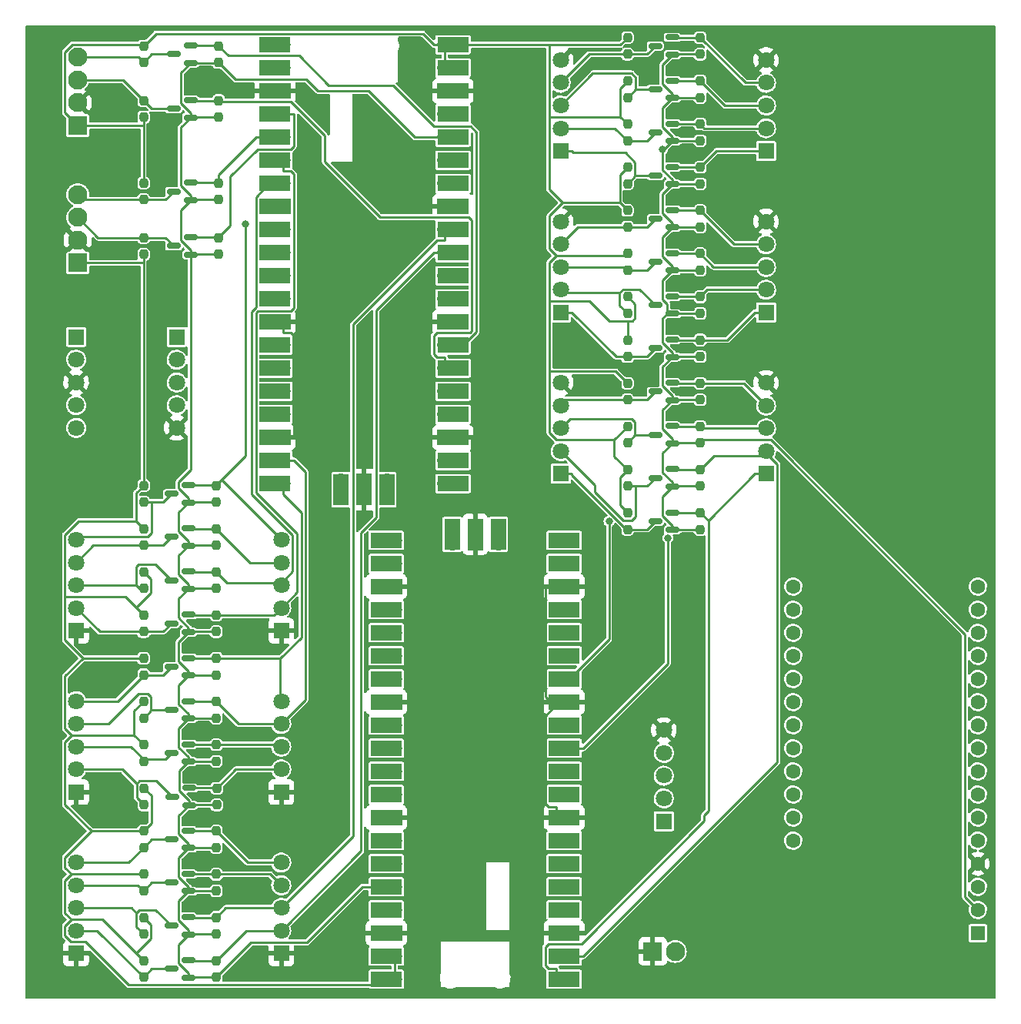
<source format=gbr>
%TF.GenerationSoftware,KiCad,Pcbnew,(6.0.7)*%
%TF.CreationDate,2022-10-24T13:35:23+01:00*%
%TF.ProjectId,Interface,496e7465-7266-4616-9365-2e6b69636164,rev?*%
%TF.SameCoordinates,Original*%
%TF.FileFunction,Copper,L1,Top*%
%TF.FilePolarity,Positive*%
%FSLAX46Y46*%
G04 Gerber Fmt 4.6, Leading zero omitted, Abs format (unit mm)*
G04 Created by KiCad (PCBNEW (6.0.7)) date 2022-10-24 13:35:23*
%MOMM*%
%LPD*%
G01*
G04 APERTURE LIST*
G04 Aperture macros list*
%AMRoundRect*
0 Rectangle with rounded corners*
0 $1 Rounding radius*
0 $2 $3 $4 $5 $6 $7 $8 $9 X,Y pos of 4 corners*
0 Add a 4 corners polygon primitive as box body*
4,1,4,$2,$3,$4,$5,$6,$7,$8,$9,$2,$3,0*
0 Add four circle primitives for the rounded corners*
1,1,$1+$1,$2,$3*
1,1,$1+$1,$4,$5*
1,1,$1+$1,$6,$7*
1,1,$1+$1,$8,$9*
0 Add four rect primitives between the rounded corners*
20,1,$1+$1,$2,$3,$4,$5,0*
20,1,$1+$1,$4,$5,$6,$7,0*
20,1,$1+$1,$6,$7,$8,$9,0*
20,1,$1+$1,$8,$9,$2,$3,0*%
G04 Aperture macros list end*
%TA.AperFunction,ComponentPad*%
%ADD10R,1.800000X1.800000*%
%TD*%
%TA.AperFunction,ComponentPad*%
%ADD11C,1.800000*%
%TD*%
%TA.AperFunction,SMDPad,CuDef*%
%ADD12RoundRect,0.237500X-0.237500X0.250000X-0.237500X-0.250000X0.237500X-0.250000X0.237500X0.250000X0*%
%TD*%
%TA.AperFunction,SMDPad,CuDef*%
%ADD13RoundRect,0.237500X0.237500X-0.250000X0.237500X0.250000X-0.237500X0.250000X-0.237500X-0.250000X0*%
%TD*%
%TA.AperFunction,SMDPad,CuDef*%
%ADD14RoundRect,0.150000X0.587500X0.150000X-0.587500X0.150000X-0.587500X-0.150000X0.587500X-0.150000X0*%
%TD*%
%TA.AperFunction,ComponentPad*%
%ADD15R,1.600000X1.600000*%
%TD*%
%TA.AperFunction,ComponentPad*%
%ADD16C,1.600000*%
%TD*%
%TA.AperFunction,ComponentPad*%
%ADD17R,2.100000X2.100000*%
%TD*%
%TA.AperFunction,ComponentPad*%
%ADD18C,2.100000*%
%TD*%
%TA.AperFunction,SMDPad,CuDef*%
%ADD19R,3.500000X1.700000*%
%TD*%
%TA.AperFunction,ComponentPad*%
%ADD20O,1.700000X1.700000*%
%TD*%
%TA.AperFunction,ComponentPad*%
%ADD21R,1.700000X1.700000*%
%TD*%
%TA.AperFunction,SMDPad,CuDef*%
%ADD22R,1.700000X3.500000*%
%TD*%
%TA.AperFunction,ViaPad*%
%ADD23C,0.800000*%
%TD*%
%TA.AperFunction,Conductor*%
%ADD24C,0.250000*%
%TD*%
G04 APERTURE END LIST*
D10*
%TO.P,J3,1,Pin_1*%
%TO.N,ENCA*%
X17575000Y-46250000D03*
D11*
%TO.P,J3,2,Pin_2*%
%TO.N,ENCB*%
X17575000Y-48750000D03*
%TO.P,J3,3,Pin_3*%
%TO.N,GNDD*%
X17575000Y-51250000D03*
%TO.P,J3,4,Pin_4*%
%TO.N,SW1*%
X17575000Y-53750000D03*
%TO.P,J3,5,Pin_5*%
%TO.N,NEOPIXEL_DATA*%
X17575000Y-56250000D03*
%TD*%
D12*
%TO.P,R21,1*%
%TO.N,+5V*%
X25000000Y-81587500D03*
%TO.P,R21,2*%
%TO.N,UART2_INT_RX_SHIFT*%
X25000000Y-83412500D03*
%TD*%
%TO.P,R40,1*%
%TO.N,+5V*%
X78250000Y-46587500D03*
%TO.P,R40,2*%
%TO.N,UART2_DATA_TX_SHIFT*%
X78250000Y-48412500D03*
%TD*%
D13*
%TO.P,R12,1*%
%TO.N,+3.3V*%
X33000000Y-69162500D03*
%TO.P,R12,2*%
%TO.N,UART0_INT_TX*%
X33000000Y-67337500D03*
%TD*%
%TO.P,R35,1*%
%TO.N,+3.3V*%
X86250000Y-34162500D03*
%TO.P,R35,2*%
%TO.N,UART3_DATA_RX*%
X86250000Y-32337500D03*
%TD*%
D10*
%TO.P,J8,1,Pin_1*%
%TO.N,GNDD*%
X40150000Y-96300000D03*
D11*
%TO.P,J8,2,Pin_2*%
%TO.N,UART3_INT_TX*%
X40150000Y-93800000D03*
%TO.P,J8,3,Pin_3*%
%TO.N,UART3_INT_RX*%
X40150000Y-91300000D03*
%TO.P,J8,4,Pin_4*%
%TO.N,UART2_INT_TX*%
X40150000Y-88800000D03*
%TO.P,J8,5,Pin_5*%
%TO.N,UART2_INT_RX*%
X40150000Y-86300000D03*
%TD*%
D10*
%TO.P,J16,1,Pin_1*%
%TO.N,UART2_DATA_TX_SHIFT*%
X70900000Y-43550000D03*
D11*
%TO.P,J16,2,Pin_2*%
%TO.N,UART2_DATA_RX_SHIFT*%
X70900000Y-41050000D03*
%TO.P,J16,3,Pin_3*%
%TO.N,UART3_DATA_TX_SHIFT*%
X70900000Y-38550000D03*
%TO.P,J16,4,Pin_4*%
%TO.N,UART3_DATA_RX_SHIFT*%
X70900000Y-36050000D03*
%TO.P,J16,5,Pin_5*%
%TO.N,GNDD*%
X70900000Y-33550000D03*
%TD*%
D14*
%TO.P,Q3,1,G*%
%TO.N,+3.3V*%
X30187500Y-37200000D03*
%TO.P,Q3,2,S*%
%TO.N,I2C1_SDA*%
X30187500Y-35300000D03*
%TO.P,Q3,3,D*%
%TO.N,I2C1_SDA_SHIFT*%
X28312500Y-36250000D03*
%TD*%
D12*
%TO.P,R37,1*%
%TO.N,+5V*%
X78250000Y-41837500D03*
%TO.P,R37,2*%
%TO.N,UART2_DATA_RX_SHIFT*%
X78250000Y-43662500D03*
%TD*%
D13*
%TO.P,R1,1*%
%TO.N,+3.3V*%
X33250000Y-16075000D03*
%TO.P,R1,2*%
%TO.N,I2C0_SCL*%
X33250000Y-14250000D03*
%TD*%
%TO.P,R36,1*%
%TO.N,+3.3V*%
X86250000Y-48412500D03*
%TO.P,R36,2*%
%TO.N,UART2_DATA_TX*%
X86250000Y-46587500D03*
%TD*%
D14*
%TO.P,Q7,1,G*%
%TO.N,+3.3V*%
X29937500Y-73950000D03*
%TO.P,Q7,2,S*%
%TO.N,UART1_INT_RX*%
X29937500Y-72050000D03*
%TO.P,Q7,3,D*%
%TO.N,UART1_INT_RX_SHIFT*%
X28062500Y-73000000D03*
%TD*%
D13*
%TO.P,R41,1*%
%TO.N,+3.3V*%
X86250000Y-24662500D03*
%TO.P,R41,2*%
%TO.N,UART4_DATA_RX*%
X86250000Y-22837500D03*
%TD*%
D10*
%TO.P,J4,1,Pin_1*%
%TO.N,SW2*%
X28650000Y-46250000D03*
D11*
%TO.P,J4,2,Pin_2*%
%TO.N,SW3*%
X28650000Y-48750000D03*
%TO.P,J4,3,Pin_3*%
%TO.N,SW4*%
X28650000Y-51250000D03*
%TO.P,J4,4,Pin_4*%
%TO.N,SW5*%
X28650000Y-53750000D03*
%TO.P,J4,5,Pin_5*%
%TO.N,GNDD*%
X28650000Y-56250000D03*
%TD*%
D15*
%TO.P,A1,1,~{RESET}*%
%TO.N,unconnected-(A1-Pad1)*%
X116802500Y-111800000D03*
D16*
%TO.P,A1,2,3V3*%
%TO.N,+3.3V*%
X116802500Y-109260000D03*
%TO.P,A1,3,AREF*%
%TO.N,unconnected-(A1-Pad3)*%
X116802500Y-106720000D03*
%TO.P,A1,4,GND*%
%TO.N,GNDD*%
X116802500Y-104180000D03*
%TO.P,A1,5,A0*%
%TO.N,unconnected-(A1-Pad5)*%
X116802500Y-101640000D03*
%TO.P,A1,6,A1*%
%TO.N,unconnected-(A1-Pad6)*%
X116802500Y-99100000D03*
%TO.P,A1,7,A2*%
%TO.N,unconnected-(A1-Pad7)*%
X116802500Y-96560000D03*
%TO.P,A1,8,A3*%
%TO.N,unconnected-(A1-Pad8)*%
X116802500Y-94020000D03*
%TO.P,A1,9,A4*%
%TO.N,unconnected-(A1-Pad9)*%
X116802500Y-91480000D03*
%TO.P,A1,10,A5*%
%TO.N,unconnected-(A1-Pad10)*%
X116802500Y-88940000D03*
%TO.P,A1,11,SCK*%
%TO.N,SD_SPI_CLK*%
X116802500Y-86400000D03*
%TO.P,A1,12,MOSI*%
%TO.N,SD_SPI_MOSI*%
X116802500Y-83860000D03*
%TO.P,A1,13,MISO*%
%TO.N,SD_SPI_MISO*%
X116802500Y-81320000D03*
%TO.P,A1,14,RX*%
%TO.N,unconnected-(A1-Pad14)*%
X116802500Y-78780000D03*
%TO.P,A1,15,TX*%
%TO.N,unconnected-(A1-Pad15)*%
X116802500Y-76240000D03*
%TO.P,A1,16,SPARE*%
%TO.N,unconnected-(A1-Pad16)*%
X116802500Y-73700000D03*
%TO.P,A1,17,SDA*%
%TO.N,I2C_DATA_SDA*%
X96482500Y-73700000D03*
%TO.P,A1,18,SCL*%
%TO.N,I2C_DATA_SCL*%
X96482500Y-76240000D03*
%TO.P,A1,19,D0*%
%TO.N,unconnected-(A1-Pad19)*%
X96482500Y-78780000D03*
%TO.P,A1,20,D1*%
%TO.N,unconnected-(A1-Pad20)*%
X96482500Y-81320000D03*
%TO.P,A1,21,D2*%
%TO.N,unconnected-(A1-Pad21)*%
X96482500Y-83860000D03*
%TO.P,A1,22,D3*%
%TO.N,SD_SPI_CS*%
X96482500Y-86400000D03*
%TO.P,A1,23,D4*%
%TO.N,unconnected-(A1-Pad23)*%
X96482500Y-88940000D03*
%TO.P,A1,24,D5*%
%TO.N,unconnected-(A1-Pad24)*%
X96482500Y-91480000D03*
%TO.P,A1,25,D6*%
%TO.N,unconnected-(A1-Pad25)*%
X96482500Y-94020000D03*
%TO.P,A1,26,USB*%
%TO.N,unconnected-(A1-Pad26)*%
X96482500Y-96560000D03*
%TO.P,A1,27,EN*%
%TO.N,unconnected-(A1-Pad27)*%
X96482500Y-99100000D03*
%TO.P,A1,28,VBAT*%
%TO.N,unconnected-(A1-Pad28)*%
X96482500Y-101640000D03*
%TD*%
D10*
%TO.P,J7,1,Pin_1*%
%TO.N,GNDD*%
X17575000Y-78550000D03*
D11*
%TO.P,J7,2,Pin_2*%
%TO.N,UART1_INT_TX_SHIFT*%
X17575000Y-76050000D03*
%TO.P,J7,3,Pin_3*%
%TO.N,UART1_INT_RX_SHIFT*%
X17575000Y-73550000D03*
%TO.P,J7,4,Pin_4*%
%TO.N,UART0_INT_TX_SHIFT*%
X17575000Y-71050000D03*
%TO.P,J7,5,Pin_5*%
%TO.N,UART0_INT_RX_SHIFT*%
X17575000Y-68550000D03*
%TD*%
D14*
%TO.P,Q11,1,G*%
%TO.N,+3.3V*%
X29937500Y-92950000D03*
%TO.P,Q11,2,S*%
%TO.N,UART3_INT_RX*%
X29937500Y-91050000D03*
%TO.P,Q11,3,D*%
%TO.N,UART3_INT_RX_SHIFT*%
X28062500Y-92000000D03*
%TD*%
D13*
%TO.P,R33,1*%
%TO.N,+3.3V*%
X86250000Y-43662500D03*
%TO.P,R33,2*%
%TO.N,UART2_DATA_RX*%
X86250000Y-41837500D03*
%TD*%
D14*
%TO.P,Q26,1,G*%
%TO.N,+3.3V*%
X83187500Y-67450000D03*
%TO.P,Q26,2,S*%
%TO.N,UART0_DATA_TX*%
X83187500Y-65550000D03*
%TO.P,Q26,3,D*%
%TO.N,UART0_DATA_TX_SHIFT*%
X81312500Y-66500000D03*
%TD*%
D13*
%TO.P,R53,1*%
%TO.N,+3.3V*%
X86250000Y-53162500D03*
%TO.P,R53,2*%
%TO.N,UART1_DATA_RX*%
X86250000Y-51337500D03*
%TD*%
D14*
%TO.P,Q18,1,G*%
%TO.N,+3.3V*%
X83187500Y-38950000D03*
%TO.P,Q18,2,S*%
%TO.N,UART3_DATA_TX*%
X83187500Y-37050000D03*
%TO.P,Q18,3,D*%
%TO.N,UART3_DATA_TX_SHIFT*%
X81312500Y-38000000D03*
%TD*%
D13*
%TO.P,R6,1*%
%TO.N,+5V*%
X25000000Y-22075000D03*
%TO.P,R6,2*%
%TO.N,I2C0_SDA_SHIFT*%
X25000000Y-20250000D03*
%TD*%
D12*
%TO.P,R47,1*%
%TO.N,+5V*%
X78250000Y-22837500D03*
%TO.P,R47,2*%
%TO.N,UART4_DATA_RX_SHIFT*%
X78250000Y-24662500D03*
%TD*%
D14*
%TO.P,Q17,1,G*%
%TO.N,+3.3V*%
X83187500Y-43700000D03*
%TO.P,Q17,2,S*%
%TO.N,UART2_DATA_RX*%
X83187500Y-41800000D03*
%TO.P,Q17,3,D*%
%TO.N,UART2_DATA_RX_SHIFT*%
X81312500Y-42750000D03*
%TD*%
D12*
%TO.P,R31,1*%
%TO.N,+5V*%
X25000000Y-110087500D03*
%TO.P,R31,2*%
%TO.N,UART5_INT_RX_SHIFT*%
X25000000Y-111912500D03*
%TD*%
D14*
%TO.P,Q15,1,G*%
%TO.N,+3.3V*%
X29937500Y-111950000D03*
%TO.P,Q15,2,S*%
%TO.N,UART5_INT_RX*%
X29937500Y-110050000D03*
%TO.P,Q15,3,D*%
%TO.N,UART5_INT_RX_SHIFT*%
X28062500Y-111000000D03*
%TD*%
%TO.P,Q23,1,G*%
%TO.N,+3.3V*%
X83187500Y-15200000D03*
%TO.P,Q23,2,S*%
%TO.N,UART5_DATA_RX*%
X83187500Y-13300000D03*
%TO.P,Q23,3,D*%
%TO.N,UART5_DATA_RX_SHIFT*%
X81312500Y-14250000D03*
%TD*%
D10*
%TO.P,J10,1,Pin_1*%
%TO.N,GNDD*%
X40150000Y-114050000D03*
D11*
%TO.P,J10,2,Pin_2*%
%TO.N,UART5_INT_TX*%
X40150000Y-111550000D03*
%TO.P,J10,3,Pin_3*%
%TO.N,UART5_INT_RX*%
X40150000Y-109050000D03*
%TO.P,J10,4,Pin_4*%
%TO.N,UART4_INT_TX*%
X40150000Y-106550000D03*
%TO.P,J10,5,Pin_5*%
%TO.N,UART4_INT_RX*%
X40150000Y-104050000D03*
%TD*%
D12*
%TO.P,R24,1*%
%TO.N,+5V*%
X25000000Y-86337500D03*
%TO.P,R24,2*%
%TO.N,UART2_INT_TX_SHIFT*%
X25000000Y-88162500D03*
%TD*%
D13*
%TO.P,R18,1*%
%TO.N,+3.3V*%
X33062500Y-97712500D03*
%TO.P,R18,2*%
%TO.N,UART3_INT_TX*%
X33062500Y-95887500D03*
%TD*%
D17*
%TO.P,J1,1,Pin_1*%
%TO.N,+5V*%
X17750000Y-38100000D03*
D18*
%TO.P,J1,2,Pin_2*%
%TO.N,GNDD*%
X17750000Y-35600000D03*
%TO.P,J1,3,Pin_3*%
%TO.N,I2C1_SDA_SHIFT*%
X17750000Y-33100000D03*
%TO.P,J1,4,Pin_4*%
%TO.N,I2C1_SCL_SHIFT*%
X17750000Y-30600000D03*
%TD*%
D12*
%TO.P,R22,1*%
%TO.N,+5V*%
X25062500Y-95887500D03*
%TO.P,R22,2*%
%TO.N,UART3_INT_TX_SHIFT*%
X25062500Y-97712500D03*
%TD*%
%TO.P,R23,1*%
%TO.N,+5V*%
X25000000Y-91087500D03*
%TO.P,R23,2*%
%TO.N,UART3_INT_RX_SHIFT*%
X25000000Y-92912500D03*
%TD*%
%TO.P,R32,1*%
%TO.N,+5V*%
X25000000Y-105337500D03*
%TO.P,R32,2*%
%TO.N,UART4_INT_TX_SHIFT*%
X25000000Y-107162500D03*
%TD*%
D13*
%TO.P,R25,1*%
%TO.N,+3.3V*%
X33000000Y-102412500D03*
%TO.P,R25,2*%
%TO.N,UART4_INT_RX*%
X33000000Y-100587500D03*
%TD*%
D14*
%TO.P,Q2,1,G*%
%TO.N,+3.3V*%
X30187500Y-22112500D03*
%TO.P,Q2,2,S*%
%TO.N,I2C0_SDA*%
X30187500Y-20212500D03*
%TO.P,Q2,3,D*%
%TO.N,I2C0_SDA_SHIFT*%
X28312500Y-21162500D03*
%TD*%
%TO.P,Q8,1,G*%
%TO.N,+3.3V*%
X29937500Y-69200000D03*
%TO.P,Q8,2,S*%
%TO.N,UART0_INT_TX*%
X29937500Y-67300000D03*
%TO.P,Q8,3,D*%
%TO.N,UART0_INT_TX_SHIFT*%
X28062500Y-68250000D03*
%TD*%
D12*
%TO.P,R55,1*%
%TO.N,+5V*%
X78250000Y-51337500D03*
%TO.P,R55,2*%
%TO.N,UART1_DATA_RX_SHIFT*%
X78250000Y-53162500D03*
%TD*%
D14*
%TO.P,Q14,1,G*%
%TO.N,+3.3V*%
X29937500Y-116700000D03*
%TO.P,Q14,2,S*%
%TO.N,UART5_INT_TX*%
X29937500Y-114800000D03*
%TO.P,Q14,3,D*%
%TO.N,UART5_INT_TX_SHIFT*%
X28062500Y-115750000D03*
%TD*%
D13*
%TO.P,R42,1*%
%TO.N,+3.3V*%
X86250000Y-19912500D03*
%TO.P,R42,2*%
%TO.N,UART5_DATA_TX*%
X86250000Y-18087500D03*
%TD*%
D12*
%TO.P,R30,1*%
%TO.N,+5V*%
X25000000Y-114837500D03*
%TO.P,R30,2*%
%TO.N,UART5_INT_TX_SHIFT*%
X25000000Y-116662500D03*
%TD*%
%TO.P,R38,1*%
%TO.N,+5V*%
X78250000Y-37087500D03*
%TO.P,R38,2*%
%TO.N,UART3_DATA_TX_SHIFT*%
X78250000Y-38912500D03*
%TD*%
D10*
%TO.P,J15,1,Pin_1*%
%TO.N,UART4_DATA_TX_SHIFT*%
X70900000Y-25800000D03*
D11*
%TO.P,J15,2,Pin_2*%
%TO.N,UART4_DATA_RX_SHIFT*%
X70900000Y-23300000D03*
%TO.P,J15,3,Pin_3*%
%TO.N,UART5_DATA_TX_SHIFT*%
X70900000Y-20800000D03*
%TO.P,J15,4,Pin_4*%
%TO.N,UART5_DATA_RX_SHIFT*%
X70900000Y-18300000D03*
%TO.P,J15,5,Pin_5*%
%TO.N,GNDD*%
X70900000Y-15800000D03*
%TD*%
D14*
%TO.P,Q4,1,G*%
%TO.N,+3.3V*%
X30187500Y-31200000D03*
%TO.P,Q4,2,S*%
%TO.N,I2C1_SCL*%
X30187500Y-29300000D03*
%TO.P,Q4,3,D*%
%TO.N,I2C1_SCL_SHIFT*%
X28312500Y-30250000D03*
%TD*%
D12*
%TO.P,R29,1*%
%TO.N,+5V*%
X25000000Y-100587500D03*
%TO.P,R29,2*%
%TO.N,UART4_INT_RX_SHIFT*%
X25000000Y-102412500D03*
%TD*%
D14*
%TO.P,Q12,1,G*%
%TO.N,+3.3V*%
X29937500Y-88200000D03*
%TO.P,Q12,2,S*%
%TO.N,UART2_INT_TX*%
X29937500Y-86300000D03*
%TO.P,Q12,3,D*%
%TO.N,UART2_INT_TX_SHIFT*%
X28062500Y-87250000D03*
%TD*%
D10*
%TO.P,J11,1,Pin_1*%
%TO.N,GNDD*%
X17575000Y-114050000D03*
D11*
%TO.P,J11,2,Pin_2*%
%TO.N,UART5_INT_TX_SHIFT*%
X17575000Y-111550000D03*
%TO.P,J11,3,Pin_3*%
%TO.N,UART5_INT_RX_SHIFT*%
X17575000Y-109050000D03*
%TO.P,J11,4,Pin_4*%
%TO.N,UART4_INT_TX_SHIFT*%
X17575000Y-106550000D03*
%TO.P,J11,5,Pin_5*%
%TO.N,UART4_INT_RX_SHIFT*%
X17575000Y-104050000D03*
%TD*%
D14*
%TO.P,Q21,1,G*%
%TO.N,+3.3V*%
X83187500Y-24700000D03*
%TO.P,Q21,2,S*%
%TO.N,UART4_DATA_RX*%
X83187500Y-22800000D03*
%TO.P,Q21,3,D*%
%TO.N,UART4_DATA_RX_SHIFT*%
X81312500Y-23750000D03*
%TD*%
D10*
%TO.P,J17,1,Pin_1*%
%TO.N,UART4_DATA_TX*%
X93500000Y-25800000D03*
D11*
%TO.P,J17,2,Pin_2*%
%TO.N,UART4_DATA_RX*%
X93500000Y-23300000D03*
%TO.P,J17,3,Pin_3*%
%TO.N,UART5_DATA_TX*%
X93500000Y-20800000D03*
%TO.P,J17,4,Pin_4*%
%TO.N,UART5_DATA_RX*%
X93500000Y-18300000D03*
%TO.P,J17,5,Pin_5*%
%TO.N,GNDD*%
X93500000Y-15800000D03*
%TD*%
D14*
%TO.P,Q20,1,G*%
%TO.N,+3.3V*%
X83187500Y-48450000D03*
%TO.P,Q20,2,S*%
%TO.N,UART2_DATA_TX*%
X83187500Y-46550000D03*
%TO.P,Q20,3,D*%
%TO.N,UART2_DATA_TX_SHIFT*%
X81312500Y-47500000D03*
%TD*%
%TO.P,Q16,1,G*%
%TO.N,+3.3V*%
X29937500Y-107200000D03*
%TO.P,Q16,2,S*%
%TO.N,UART4_INT_TX*%
X29937500Y-105300000D03*
%TO.P,Q16,3,D*%
%TO.N,UART4_INT_TX_SHIFT*%
X28062500Y-106250000D03*
%TD*%
D13*
%TO.P,R11,1*%
%TO.N,+3.3V*%
X33000000Y-73912500D03*
%TO.P,R11,2*%
%TO.N,UART1_INT_RX*%
X33000000Y-72087500D03*
%TD*%
%TO.P,R43,1*%
%TO.N,+3.3V*%
X86250000Y-15162500D03*
%TO.P,R43,2*%
%TO.N,UART5_DATA_RX*%
X86250000Y-13337500D03*
%TD*%
%TO.P,R44,1*%
%TO.N,+3.3V*%
X86250000Y-29412500D03*
%TO.P,R44,2*%
%TO.N,UART4_DATA_TX*%
X86250000Y-27587500D03*
%TD*%
D12*
%TO.P,R48,1*%
%TO.N,+5V*%
X78250000Y-18087500D03*
%TO.P,R48,2*%
%TO.N,UART5_DATA_TX_SHIFT*%
X78250000Y-19912500D03*
%TD*%
%TO.P,R5,1*%
%TO.N,+5V*%
X25000000Y-14250000D03*
%TO.P,R5,2*%
%TO.N,I2C0_SCL_SHIFT*%
X25000000Y-16075000D03*
%TD*%
%TO.P,R49,1*%
%TO.N,+5V*%
X78250000Y-13337500D03*
%TO.P,R49,2*%
%TO.N,UART5_DATA_RX_SHIFT*%
X78250000Y-15162500D03*
%TD*%
D10*
%TO.P,J14,1,Pin_1*%
%TO.N,UART0_DATA_TX*%
X93500000Y-61300000D03*
D11*
%TO.P,J14,2,Pin_2*%
%TO.N,UART0_DATA_RX*%
X93500000Y-58800000D03*
%TO.P,J14,3,Pin_3*%
%TO.N,UART1_DATA_TX*%
X93500000Y-56300000D03*
%TO.P,J14,4,Pin_4*%
%TO.N,UART1_DATA_RX*%
X93500000Y-53800000D03*
%TO.P,J14,5,Pin_5*%
%TO.N,GNDD*%
X93500000Y-51300000D03*
%TD*%
D14*
%TO.P,Q28,1,G*%
%TO.N,+3.3V*%
X83187500Y-62700000D03*
%TO.P,Q28,2,S*%
%TO.N,UART0_DATA_RX*%
X83187500Y-60800000D03*
%TO.P,Q28,3,D*%
%TO.N,UART0_DATA_RX_SHIFT*%
X81312500Y-61750000D03*
%TD*%
D19*
%TO.P,U2,1,GPIO0*%
%TO.N,UART0_DATA_TX*%
X71290000Y-116880000D03*
D20*
X70390000Y-116880000D03*
%TO.P,U2,2,GPIO1*%
%TO.N,UART0_DATA_RX*%
X70390000Y-114340000D03*
D19*
X71290000Y-114340000D03*
D21*
%TO.P,U2,3,GND*%
%TO.N,GNDD*%
X70390000Y-111800000D03*
D19*
X71290000Y-111800000D03*
D20*
%TO.P,U2,4,GPIO2*%
%TO.N,SD_SPI_CLK*%
X70390000Y-109260000D03*
D19*
X71290000Y-109260000D03*
%TO.P,U2,5,GPIO3*%
%TO.N,SD_SPI_MOSI*%
X71290000Y-106720000D03*
D20*
X70390000Y-106720000D03*
%TO.P,U2,6,GPIO4*%
%TO.N,SD_SPI_MISO*%
X70390000Y-104180000D03*
D19*
X71290000Y-104180000D03*
D20*
%TO.P,U2,7,GPIO5*%
%TO.N,SD_SPI_CS*%
X70390000Y-101640000D03*
D19*
X71290000Y-101640000D03*
%TO.P,U2,8,GND*%
%TO.N,GNDD*%
X71290000Y-99100000D03*
D21*
X70390000Y-99100000D03*
D19*
%TO.P,U2,9,GPIO6*%
%TO.N,unconnected-(U2-Pad9)*%
X71290000Y-96560000D03*
D20*
X70390000Y-96560000D03*
D19*
%TO.P,U2,10,GPIO7*%
%TO.N,unconnected-(U2-Pad10)*%
X71290000Y-94020000D03*
D20*
X70390000Y-94020000D03*
%TO.P,U2,11,GPIO8*%
%TO.N,UART1_DATA_TX*%
X70390000Y-91480000D03*
D19*
X71290000Y-91480000D03*
%TO.P,U2,12,GPIO9*%
%TO.N,UART1_DATA_RX*%
X71290000Y-88940000D03*
D20*
X70390000Y-88940000D03*
D19*
%TO.P,U2,13,GND*%
%TO.N,GNDD*%
X71290000Y-86400000D03*
D21*
X70390000Y-86400000D03*
D19*
%TO.P,U2,14,GPIO10*%
%TO.N,UART2_DATA_TX*%
X71290000Y-83860000D03*
D20*
X70390000Y-83860000D03*
D19*
%TO.P,U2,15,GPIO11*%
%TO.N,UART2_DATA_RX*%
X71290000Y-81320000D03*
D20*
X70390000Y-81320000D03*
%TO.P,U2,16,GPIO12*%
%TO.N,UART3_DATA_TX*%
X70390000Y-78780000D03*
D19*
X71290000Y-78780000D03*
%TO.P,U2,17,GPIO13*%
%TO.N,UART3_DATA_RX*%
X71290000Y-76240000D03*
D20*
X70390000Y-76240000D03*
D21*
%TO.P,U2,18,GND*%
%TO.N,GNDD*%
X70390000Y-73700000D03*
D19*
X71290000Y-73700000D03*
D20*
%TO.P,U2,19,GPIO14*%
%TO.N,UART4_DATA_TX*%
X70390000Y-71160000D03*
D19*
X71290000Y-71160000D03*
D20*
%TO.P,U2,20,GPIO15*%
%TO.N,UART4_DATA_RX*%
X70390000Y-68620000D03*
D19*
X71290000Y-68620000D03*
D20*
%TO.P,U2,21,GPIO16*%
%TO.N,UART5_DATA_TX*%
X52610000Y-68620000D03*
D19*
X51710000Y-68620000D03*
D20*
%TO.P,U2,22,GPIO17*%
%TO.N,UART5_DATA_RX*%
X52610000Y-71160000D03*
D19*
X51710000Y-71160000D03*
D21*
%TO.P,U2,23,GND*%
%TO.N,GNDD*%
X52610000Y-73700000D03*
D19*
X51710000Y-73700000D03*
D20*
%TO.P,U2,24,GPIO18*%
%TO.N,unconnected-(U2-Pad24)*%
X52610000Y-76240000D03*
D19*
X51710000Y-76240000D03*
D20*
%TO.P,U2,25,GPIO19*%
%TO.N,unconnected-(U2-Pad25)*%
X52610000Y-78780000D03*
D19*
X51710000Y-78780000D03*
D20*
%TO.P,U2,26,GPIO20*%
%TO.N,I2C_DATA_SDA*%
X52610000Y-81320000D03*
D19*
X51710000Y-81320000D03*
D20*
%TO.P,U2,27,GPIO21*%
%TO.N,I2C_DATA_SCL*%
X52610000Y-83860000D03*
D19*
X51710000Y-83860000D03*
%TO.P,U2,28,GND*%
%TO.N,GNDD*%
X51710000Y-86400000D03*
D21*
X52610000Y-86400000D03*
D20*
%TO.P,U2,29,GPIO22*%
%TO.N,SD_SPI_CS_extra*%
X52610000Y-88940000D03*
D19*
X51710000Y-88940000D03*
D20*
%TO.P,U2,30,RUN*%
%TO.N,unconnected-(U2-Pad30)*%
X52610000Y-91480000D03*
D19*
X51710000Y-91480000D03*
D20*
%TO.P,U2,31,GPIO26_ADC0*%
%TO.N,unconnected-(U2-Pad31)*%
X52610000Y-94020000D03*
D19*
X51710000Y-94020000D03*
D20*
%TO.P,U2,32,GPIO27_ADC1*%
%TO.N,unconnected-(U2-Pad32)*%
X52610000Y-96560000D03*
D19*
X51710000Y-96560000D03*
%TO.P,U2,33,AGND*%
%TO.N,GNDD*%
X51710000Y-99100000D03*
D21*
X52610000Y-99100000D03*
D19*
%TO.P,U2,34,GPIO28_ADC2*%
%TO.N,unconnected-(U2-Pad34)*%
X51710000Y-101640000D03*
D20*
X52610000Y-101640000D03*
D19*
%TO.P,U2,35,ADC_VREF*%
%TO.N,unconnected-(U2-Pad35)*%
X51710000Y-104180000D03*
D20*
X52610000Y-104180000D03*
D19*
%TO.P,U2,36,3V3*%
%TO.N,+3.3V*%
X51710000Y-106720000D03*
D20*
X52610000Y-106720000D03*
%TO.P,U2,37,3V3_EN*%
%TO.N,unconnected-(U2-Pad37)*%
X52610000Y-109260000D03*
D19*
X51710000Y-109260000D03*
D21*
%TO.P,U2,38,GND*%
%TO.N,GNDD*%
X52610000Y-111800000D03*
D19*
X51710000Y-111800000D03*
%TO.P,U2,39,VSYS*%
%TO.N,+5V*%
X51710000Y-114340000D03*
D20*
X52610000Y-114340000D03*
D19*
%TO.P,U2,40,VBUS*%
X51710000Y-116880000D03*
D20*
X52610000Y-116880000D03*
%TO.P,U2,41,SWCLK*%
%TO.N,unconnected-(U2-Pad41)*%
X64040000Y-68850000D03*
D22*
X64040000Y-67950000D03*
D21*
%TO.P,U2,42,GND*%
%TO.N,GNDD*%
X61500000Y-68850000D03*
D22*
X61500000Y-67950000D03*
%TO.P,U2,43,SWDIO*%
%TO.N,unconnected-(U2-Pad43)*%
X58960000Y-67950000D03*
D20*
X58960000Y-68850000D03*
%TD*%
D12*
%TO.P,R52,1*%
%TO.N,+5V*%
X78250000Y-65587500D03*
%TO.P,R52,2*%
%TO.N,UART0_DATA_TX_SHIFT*%
X78250000Y-67412500D03*
%TD*%
%TO.P,R15,1*%
%TO.N,+5V*%
X25000000Y-72087500D03*
%TO.P,R15,2*%
%TO.N,UART1_INT_RX_SHIFT*%
X25000000Y-73912500D03*
%TD*%
D17*
%TO.P,J5,1,Pin_1*%
%TO.N,GNDD*%
X81025000Y-113825000D03*
D18*
%TO.P,J5,2,Pin_2*%
%TO.N,+5V*%
X83525000Y-113825000D03*
%TD*%
D13*
%TO.P,R4,1*%
%TO.N,+3.3V*%
X33250000Y-31162500D03*
%TO.P,R4,2*%
%TO.N,I2C1_SCL*%
X33250000Y-29337500D03*
%TD*%
%TO.P,R28,1*%
%TO.N,+3.3V*%
X33000000Y-107162500D03*
%TO.P,R28,2*%
%TO.N,UART4_INT_TX*%
X33000000Y-105337500D03*
%TD*%
%TO.P,R9,1*%
%TO.N,+3.3V*%
X33000000Y-64412500D03*
%TO.P,R9,2*%
%TO.N,UART0_INT_RX*%
X33000000Y-62587500D03*
%TD*%
D17*
%TO.P,J2,1,Pin_1*%
%TO.N,+5V*%
X17750000Y-23000000D03*
D18*
%TO.P,J2,2,Pin_2*%
%TO.N,GNDD*%
X17750000Y-20500000D03*
%TO.P,J2,3,Pin_3*%
%TO.N,I2C0_SDA_SHIFT*%
X17750000Y-18000000D03*
%TO.P,J2,4,Pin_4*%
%TO.N,I2C0_SCL_SHIFT*%
X17750000Y-15500000D03*
%TD*%
D13*
%TO.P,R7,1*%
%TO.N,+5V*%
X25000000Y-37162500D03*
%TO.P,R7,2*%
%TO.N,I2C1_SDA_SHIFT*%
X25000000Y-35337500D03*
%TD*%
D10*
%TO.P,J6,1,Pin_1*%
%TO.N,GNDD*%
X40150000Y-78550000D03*
D11*
%TO.P,J6,2,Pin_2*%
%TO.N,UART1_INT_TX*%
X40150000Y-76050000D03*
%TO.P,J6,3,Pin_3*%
%TO.N,UART1_INT_RX*%
X40150000Y-73550000D03*
%TO.P,J6,4,Pin_4*%
%TO.N,UART0_INT_TX*%
X40150000Y-71050000D03*
%TO.P,J6,5,Pin_5*%
%TO.N,UART0_INT_RX*%
X40150000Y-68550000D03*
%TD*%
D12*
%TO.P,R14,1*%
%TO.N,+5V*%
X25000000Y-76837500D03*
%TO.P,R14,2*%
%TO.N,UART1_INT_TX_SHIFT*%
X25000000Y-78662500D03*
%TD*%
D13*
%TO.P,R34,1*%
%TO.N,+3.3V*%
X86250000Y-38912500D03*
%TO.P,R34,2*%
%TO.N,UART3_DATA_TX*%
X86250000Y-37087500D03*
%TD*%
D14*
%TO.P,Q5,1,G*%
%TO.N,+3.3V*%
X29937500Y-64450000D03*
%TO.P,Q5,2,S*%
%TO.N,UART0_INT_RX*%
X29937500Y-62550000D03*
%TO.P,Q5,3,D*%
%TO.N,UART0_INT_RX_SHIFT*%
X28062500Y-63500000D03*
%TD*%
D10*
%TO.P,J13,1,Pin_1*%
%TO.N,UART0_DATA_TX_SHIFT*%
X70900000Y-61300000D03*
D11*
%TO.P,J13,2,Pin_2*%
%TO.N,UART0_DATA_RX_SHIFT*%
X70900000Y-58800000D03*
%TO.P,J13,3,Pin_3*%
%TO.N,UART1_DATA_TX_SHIFT*%
X70900000Y-56300000D03*
%TO.P,J13,4,Pin_4*%
%TO.N,UART1_DATA_RX_SHIFT*%
X70900000Y-53800000D03*
%TO.P,J13,5,Pin_5*%
%TO.N,GNDD*%
X70900000Y-51300000D03*
%TD*%
D10*
%TO.P,J9,1,Pin_1*%
%TO.N,GNDD*%
X17575000Y-96300000D03*
D11*
%TO.P,J9,2,Pin_2*%
%TO.N,UART3_INT_TX_SHIFT*%
X17575000Y-93800000D03*
%TO.P,J9,3,Pin_3*%
%TO.N,UART3_INT_RX_SHIFT*%
X17575000Y-91300000D03*
%TO.P,J9,4,Pin_4*%
%TO.N,UART2_INT_TX_SHIFT*%
X17575000Y-88800000D03*
%TO.P,J9,5,Pin_5*%
%TO.N,UART2_INT_RX_SHIFT*%
X17575000Y-86300000D03*
%TD*%
D19*
%TO.P,U1,1,GPIO0*%
%TO.N,UART0_INT_TX*%
X39460000Y-14120000D03*
D20*
X40360000Y-14120000D03*
%TO.P,U1,2,GPIO1*%
%TO.N,UART0_INT_RX*%
X40360000Y-16660000D03*
D19*
X39460000Y-16660000D03*
D21*
%TO.P,U1,3,GND*%
%TO.N,GNDD*%
X40360000Y-19200000D03*
D19*
X39460000Y-19200000D03*
D20*
%TO.P,U1,4,GPIO2*%
%TO.N,I2C1_SDA*%
X40360000Y-21740000D03*
D19*
X39460000Y-21740000D03*
D20*
%TO.P,U1,5,GPIO3*%
%TO.N,I2C1_SCL*%
X40360000Y-24280000D03*
D19*
X39460000Y-24280000D03*
%TO.P,U1,6,GPIO4*%
%TO.N,UART1_INT_TX*%
X39460000Y-26820000D03*
D20*
X40360000Y-26820000D03*
D19*
%TO.P,U1,7,GPIO5*%
%TO.N,UART1_INT_RX*%
X39460000Y-29360000D03*
D20*
X40360000Y-29360000D03*
D19*
%TO.P,U1,8,GND*%
%TO.N,GNDD*%
X39460000Y-31900000D03*
D21*
X40360000Y-31900000D03*
D19*
%TO.P,U1,9,GPIO6*%
%TO.N,ENCA*%
X39460000Y-34440000D03*
D20*
X40360000Y-34440000D03*
%TO.P,U1,10,GPIO7*%
%TO.N,ENCB*%
X40360000Y-36980000D03*
D19*
X39460000Y-36980000D03*
D20*
%TO.P,U1,11,GPIO8*%
%TO.N,SW1*%
X40360000Y-39520000D03*
D19*
X39460000Y-39520000D03*
%TO.P,U1,12,GPIO9*%
%TO.N,SW2*%
X39460000Y-42060000D03*
D20*
X40360000Y-42060000D03*
D19*
%TO.P,U1,13,GND*%
%TO.N,GNDD*%
X39460000Y-44600000D03*
D21*
X40360000Y-44600000D03*
D20*
%TO.P,U1,14,GPIO10*%
%TO.N,SW3*%
X40360000Y-47140000D03*
D19*
X39460000Y-47140000D03*
D20*
%TO.P,U1,15,GPIO11*%
%TO.N,SW4*%
X40360000Y-49680000D03*
D19*
X39460000Y-49680000D03*
D20*
%TO.P,U1,16,GPIO12*%
%TO.N,SW5*%
X40360000Y-52220000D03*
D19*
X39460000Y-52220000D03*
%TO.P,U1,17,GPIO13*%
%TO.N,unconnected-(U1-Pad17)*%
X39460000Y-54760000D03*
D20*
X40360000Y-54760000D03*
D21*
%TO.P,U1,18,GND*%
%TO.N,GNDD*%
X40360000Y-57300000D03*
D19*
X39460000Y-57300000D03*
D20*
%TO.P,U1,19,GPIO14*%
%TO.N,UART2_INT_TX*%
X40360000Y-59840000D03*
D19*
X39460000Y-59840000D03*
%TO.P,U1,20,GPIO15*%
%TO.N,UART2_INT_RX*%
X39460000Y-62380000D03*
D20*
X40360000Y-62380000D03*
D19*
%TO.P,U1,21,GPIO16*%
%TO.N,UART3_INT_TX*%
X59040000Y-62380000D03*
D20*
X58140000Y-62380000D03*
D19*
%TO.P,U1,22,GPIO17*%
%TO.N,UART3_INT_RX*%
X59040000Y-59840000D03*
D20*
X58140000Y-59840000D03*
D21*
%TO.P,U1,23,GND*%
%TO.N,GNDD*%
X58140000Y-57300000D03*
D19*
X59040000Y-57300000D03*
%TO.P,U1,24,GPIO18*%
%TO.N,UART4_INT_TX*%
X59040000Y-54760000D03*
D20*
X58140000Y-54760000D03*
D19*
%TO.P,U1,25,GPIO19*%
%TO.N,UART4_INT_RX*%
X59040000Y-52220000D03*
D20*
X58140000Y-52220000D03*
D19*
%TO.P,U1,26,GPIO20*%
%TO.N,I2C0_SDA*%
X59040000Y-49680000D03*
D20*
X58140000Y-49680000D03*
D19*
%TO.P,U1,27,GPIO21*%
%TO.N,I2C0_SCL*%
X59040000Y-47140000D03*
D20*
X58140000Y-47140000D03*
D19*
%TO.P,U1,28,GND*%
%TO.N,GNDD*%
X59040000Y-44600000D03*
D21*
X58140000Y-44600000D03*
D20*
%TO.P,U1,29,GPIO22*%
%TO.N,NEOPIXEL_DATA*%
X58140000Y-42060000D03*
D19*
X59040000Y-42060000D03*
%TO.P,U1,30,RUN*%
%TO.N,unconnected-(U1-Pad30)*%
X59040000Y-39520000D03*
D20*
X58140000Y-39520000D03*
%TO.P,U1,31,GPIO26_ADC0*%
%TO.N,UART5_INT_TX*%
X58140000Y-36980000D03*
D19*
X59040000Y-36980000D03*
%TO.P,U1,32,GPIO27_ADC1*%
%TO.N,UART5_INT_RX*%
X59040000Y-34440000D03*
D20*
X58140000Y-34440000D03*
D19*
%TO.P,U1,33,AGND*%
%TO.N,GNDD*%
X59040000Y-31900000D03*
D21*
X58140000Y-31900000D03*
D19*
%TO.P,U1,34,GPIO28_ADC2*%
%TO.N,unconnected-(U1-Pad34)*%
X59040000Y-29360000D03*
D20*
X58140000Y-29360000D03*
%TO.P,U1,35,ADC_VREF*%
%TO.N,unconnected-(U1-Pad35)*%
X58140000Y-26820000D03*
D19*
X59040000Y-26820000D03*
D20*
%TO.P,U1,36,3V3*%
%TO.N,+3.3V*%
X58140000Y-24280000D03*
D19*
X59040000Y-24280000D03*
D20*
%TO.P,U1,37,3V3_EN*%
%TO.N,unconnected-(U1-Pad37)*%
X58140000Y-21740000D03*
D19*
X59040000Y-21740000D03*
D21*
%TO.P,U1,38,GND*%
%TO.N,GNDD*%
X58140000Y-19200000D03*
D19*
X59040000Y-19200000D03*
%TO.P,U1,39,VSYS*%
%TO.N,+5V*%
X59040000Y-16660000D03*
D20*
X58140000Y-16660000D03*
%TO.P,U1,40,VBUS*%
X58140000Y-14120000D03*
D19*
X59040000Y-14120000D03*
D20*
%TO.P,U1,41,SWCLK*%
%TO.N,unconnected-(U1-Pad41)*%
X46710000Y-62150000D03*
D22*
X46710000Y-63050000D03*
%TO.P,U1,42,GND*%
%TO.N,GNDD*%
X49250000Y-63050000D03*
D21*
X49250000Y-62150000D03*
D22*
%TO.P,U1,43,SWDIO*%
%TO.N,unconnected-(U1-Pad43)*%
X51790000Y-63050000D03*
D20*
X51790000Y-62150000D03*
%TD*%
D14*
%TO.P,Q22,1,G*%
%TO.N,+3.3V*%
X83187500Y-19950000D03*
%TO.P,Q22,2,S*%
%TO.N,UART5_DATA_TX*%
X83187500Y-18050000D03*
%TO.P,Q22,3,D*%
%TO.N,UART5_DATA_TX_SHIFT*%
X81312500Y-19000000D03*
%TD*%
%TO.P,Q25,1,G*%
%TO.N,+3.3V*%
X83187500Y-57950000D03*
%TO.P,Q25,2,S*%
%TO.N,UART1_DATA_TX*%
X83187500Y-56050000D03*
%TO.P,Q25,3,D*%
%TO.N,UART1_DATA_TX_SHIFT*%
X81312500Y-57000000D03*
%TD*%
D13*
%TO.P,R20,1*%
%TO.N,+3.3V*%
X33000000Y-88162500D03*
%TO.P,R20,2*%
%TO.N,UART2_INT_TX*%
X33000000Y-86337500D03*
%TD*%
%TO.P,R3,1*%
%TO.N,+3.3V*%
X33250000Y-37162500D03*
%TO.P,R3,2*%
%TO.N,I2C1_SDA*%
X33250000Y-35337500D03*
%TD*%
%TO.P,R26,1*%
%TO.N,+3.3V*%
X33000000Y-116662500D03*
%TO.P,R26,2*%
%TO.N,UART5_INT_TX*%
X33000000Y-114837500D03*
%TD*%
D12*
%TO.P,R13,1*%
%TO.N,+5V*%
X25000000Y-62587500D03*
%TO.P,R13,2*%
%TO.N,UART0_INT_RX_SHIFT*%
X25000000Y-64412500D03*
%TD*%
D14*
%TO.P,Q24,1,G*%
%TO.N,+3.3V*%
X83187500Y-29450000D03*
%TO.P,Q24,2,S*%
%TO.N,UART4_DATA_TX*%
X83187500Y-27550000D03*
%TO.P,Q24,3,D*%
%TO.N,UART4_DATA_TX_SHIFT*%
X81312500Y-28500000D03*
%TD*%
D12*
%TO.P,R50,1*%
%TO.N,+5V*%
X78250000Y-27587500D03*
%TO.P,R50,2*%
%TO.N,UART4_DATA_TX_SHIFT*%
X78250000Y-29412500D03*
%TD*%
%TO.P,R56,1*%
%TO.N,+5V*%
X78250000Y-60837500D03*
%TO.P,R56,2*%
%TO.N,UART0_DATA_RX_SHIFT*%
X78250000Y-62662500D03*
%TD*%
D10*
%TO.P,J12,1,Pin_1*%
%TO.N,SD_SPI_CLK*%
X82250000Y-99500000D03*
D11*
%TO.P,J12,2,Pin_2*%
%TO.N,SD_SPI_MOSI*%
X82250000Y-97000000D03*
%TO.P,J12,3,Pin_3*%
%TO.N,SD_SPI_MISO*%
X82250000Y-94500000D03*
%TO.P,J12,4,Pin_4*%
%TO.N,SD_SPI_CS_extra*%
X82250000Y-92000000D03*
%TO.P,J12,5,Pin_5*%
%TO.N,GNDD*%
X82250000Y-89500000D03*
%TD*%
D14*
%TO.P,Q13,1,G*%
%TO.N,+3.3V*%
X29937500Y-102450000D03*
%TO.P,Q13,2,S*%
%TO.N,UART4_INT_RX*%
X29937500Y-100550000D03*
%TO.P,Q13,3,D*%
%TO.N,UART4_INT_RX_SHIFT*%
X28062500Y-101500000D03*
%TD*%
D13*
%TO.P,R46,1*%
%TO.N,+3.3V*%
X86250000Y-67412500D03*
%TO.P,R46,2*%
%TO.N,UART0_DATA_TX*%
X86250000Y-65587500D03*
%TD*%
%TO.P,R19,1*%
%TO.N,+3.3V*%
X33000000Y-92912500D03*
%TO.P,R19,2*%
%TO.N,UART3_INT_RX*%
X33000000Y-91087500D03*
%TD*%
D14*
%TO.P,Q9,1,G*%
%TO.N,+3.3V*%
X29937500Y-83450000D03*
%TO.P,Q9,2,S*%
%TO.N,UART2_INT_RX*%
X29937500Y-81550000D03*
%TO.P,Q9,3,D*%
%TO.N,UART2_INT_RX_SHIFT*%
X28062500Y-82500000D03*
%TD*%
D13*
%TO.P,R54,1*%
%TO.N,+3.3V*%
X86250000Y-62662500D03*
%TO.P,R54,2*%
%TO.N,UART0_DATA_RX*%
X86250000Y-60837500D03*
%TD*%
D14*
%TO.P,Q10,1,G*%
%TO.N,+3.3V*%
X30000000Y-97750000D03*
%TO.P,Q10,2,S*%
%TO.N,UART3_INT_TX*%
X30000000Y-95850000D03*
%TO.P,Q10,3,D*%
%TO.N,UART3_INT_TX_SHIFT*%
X28125000Y-96800000D03*
%TD*%
D12*
%TO.P,R16,1*%
%TO.N,+5V*%
X25000000Y-67337500D03*
%TO.P,R16,2*%
%TO.N,UART0_INT_TX_SHIFT*%
X25000000Y-69162500D03*
%TD*%
D14*
%TO.P,Q6,1,G*%
%TO.N,+3.3V*%
X29937500Y-78700000D03*
%TO.P,Q6,2,S*%
%TO.N,UART1_INT_TX*%
X29937500Y-76800000D03*
%TO.P,Q6,3,D*%
%TO.N,UART1_INT_TX_SHIFT*%
X28062500Y-77750000D03*
%TD*%
D12*
%TO.P,R51,1*%
%TO.N,+5V*%
X78250000Y-56087500D03*
%TO.P,R51,2*%
%TO.N,UART1_DATA_TX_SHIFT*%
X78250000Y-57912500D03*
%TD*%
D13*
%TO.P,R27,1*%
%TO.N,+3.3V*%
X33000000Y-111912500D03*
%TO.P,R27,2*%
%TO.N,UART5_INT_RX*%
X33000000Y-110087500D03*
%TD*%
D14*
%TO.P,Q1,1,G*%
%TO.N,+3.3V*%
X30187500Y-16112500D03*
%TO.P,Q1,2,S*%
%TO.N,I2C0_SCL*%
X30187500Y-14212500D03*
%TO.P,Q1,3,D*%
%TO.N,I2C0_SCL_SHIFT*%
X28312500Y-15162500D03*
%TD*%
D13*
%TO.P,R45,1*%
%TO.N,+3.3V*%
X86250000Y-57912500D03*
%TO.P,R45,2*%
%TO.N,UART1_DATA_TX*%
X86250000Y-56087500D03*
%TD*%
D12*
%TO.P,R39,1*%
%TO.N,+5V*%
X78250000Y-32337500D03*
%TO.P,R39,2*%
%TO.N,UART3_DATA_RX_SHIFT*%
X78250000Y-34162500D03*
%TD*%
D14*
%TO.P,Q27,1,G*%
%TO.N,+3.3V*%
X83187500Y-53200000D03*
%TO.P,Q27,2,S*%
%TO.N,UART1_DATA_RX*%
X83187500Y-51300000D03*
%TO.P,Q27,3,D*%
%TO.N,UART1_DATA_RX_SHIFT*%
X81312500Y-52250000D03*
%TD*%
D12*
%TO.P,R8,1*%
%TO.N,+5V*%
X25000000Y-29337500D03*
%TO.P,R8,2*%
%TO.N,I2C1_SCL_SHIFT*%
X25000000Y-31162500D03*
%TD*%
D10*
%TO.P,J18,1,Pin_1*%
%TO.N,UART2_DATA_TX*%
X93500000Y-43550000D03*
D11*
%TO.P,J18,2,Pin_2*%
%TO.N,UART2_DATA_RX*%
X93500000Y-41050000D03*
%TO.P,J18,3,Pin_3*%
%TO.N,UART3_DATA_TX*%
X93500000Y-38550000D03*
%TO.P,J18,4,Pin_4*%
%TO.N,UART3_DATA_RX*%
X93500000Y-36050000D03*
%TO.P,J18,5,Pin_5*%
%TO.N,GNDD*%
X93500000Y-33550000D03*
%TD*%
D13*
%TO.P,R10,1*%
%TO.N,+3.3V*%
X33000000Y-78662500D03*
%TO.P,R10,2*%
%TO.N,UART1_INT_TX*%
X33000000Y-76837500D03*
%TD*%
%TO.P,R2,1*%
%TO.N,+3.3V*%
X33250000Y-22075000D03*
%TO.P,R2,2*%
%TO.N,I2C0_SDA*%
X33250000Y-20250000D03*
%TD*%
D14*
%TO.P,Q19,1,G*%
%TO.N,+3.3V*%
X83187500Y-34200000D03*
%TO.P,Q19,2,S*%
%TO.N,UART3_DATA_RX*%
X83187500Y-32300000D03*
%TO.P,Q19,3,D*%
%TO.N,UART3_DATA_RX_SHIFT*%
X81312500Y-33250000D03*
%TD*%
D13*
%TO.P,R17,1*%
%TO.N,+3.3V*%
X33000000Y-83412500D03*
%TO.P,R17,2*%
%TO.N,UART2_INT_RX*%
X33000000Y-81587500D03*
%TD*%
D23*
%TO.N,UART2_DATA_TX*%
X76214800Y-66537600D03*
%TO.N,UART1_DATA_TX*%
X82685700Y-68353900D03*
%TO.N,UART0_INT_RX*%
X36218100Y-33823100D03*
%TO.N,+3.3V*%
X82118700Y-25650000D03*
%TD*%
D24*
%TO.N,I2C1_SCL*%
X33250000Y-29300000D02*
X30187500Y-29300000D01*
X33250000Y-29337500D02*
X33250000Y-29300000D01*
X33250000Y-28414700D02*
X33250000Y-29300000D01*
X37384700Y-24280000D02*
X33250000Y-28414700D01*
X40360000Y-24280000D02*
X37384700Y-24280000D01*
%TO.N,I2C1_SDA*%
X40360000Y-21740000D02*
X41535300Y-21740000D01*
X33250000Y-35300000D02*
X30187500Y-35300000D01*
X34555000Y-33995000D02*
X33250000Y-35300000D01*
X34555000Y-28616200D02*
X34555000Y-33995000D01*
X37526600Y-25644600D02*
X34555000Y-28616200D01*
X41173800Y-25644600D02*
X37526600Y-25644600D01*
X41535300Y-25283100D02*
X41173800Y-25644600D01*
X41535300Y-21740000D02*
X41535300Y-25283100D01*
X33250000Y-35300000D02*
X33250000Y-35337500D01*
%TO.N,I2C0_SDA*%
X58140000Y-49680000D02*
X58140000Y-48504700D01*
X30225000Y-20250000D02*
X33250000Y-20250000D01*
X30187500Y-20212500D02*
X30225000Y-20250000D01*
X57331900Y-48504700D02*
X58140000Y-48504700D01*
X56964700Y-48137500D02*
X57331900Y-48504700D01*
X56964700Y-46096500D02*
X56964700Y-48137500D01*
X57285800Y-45775400D02*
X56964700Y-46096500D01*
X60926800Y-45775400D02*
X57285800Y-45775400D01*
X61115400Y-45586800D02*
X60926800Y-45775400D01*
X61115400Y-33454700D02*
X61115400Y-45586800D01*
X60736100Y-33075400D02*
X61115400Y-33454700D01*
X51053000Y-33075400D02*
X60736100Y-33075400D01*
X44948000Y-26970400D02*
X51053000Y-33075400D01*
X44948000Y-24118700D02*
X44948000Y-26970400D01*
X41204700Y-20375400D02*
X44948000Y-24118700D01*
X33375400Y-20375400D02*
X41204700Y-20375400D01*
X33250000Y-20250000D02*
X33375400Y-20375400D01*
%TO.N,I2C0_SCL*%
X33212500Y-14212500D02*
X33250000Y-14250000D01*
X30187500Y-14212500D02*
X33212500Y-14212500D01*
X34330400Y-15330400D02*
X33250000Y-14250000D01*
X42111600Y-15330400D02*
X34330400Y-15330400D01*
X45393700Y-18612500D02*
X42111600Y-15330400D01*
X52472500Y-18612500D02*
X45393700Y-18612500D01*
X56964600Y-23104600D02*
X52472500Y-18612500D01*
X60979200Y-23104600D02*
X56964600Y-23104600D01*
X61608500Y-23733900D02*
X60979200Y-23104600D01*
X61608500Y-45730600D02*
X61608500Y-23733900D01*
X60199100Y-47140000D02*
X61608500Y-45730600D01*
X58140000Y-47140000D02*
X60199100Y-47140000D01*
%TO.N,UART3_DATA_RX*%
X86212500Y-32300000D02*
X86250000Y-32337500D01*
X83187500Y-32300000D02*
X86212500Y-32300000D01*
X89962500Y-36050000D02*
X86250000Y-32337500D01*
X93500000Y-36050000D02*
X89962500Y-36050000D01*
%TO.N,UART3_DATA_TX*%
X87712500Y-38550000D02*
X86250000Y-37087500D01*
X93500000Y-38550000D02*
X87712500Y-38550000D01*
X83225000Y-37087500D02*
X83187500Y-37050000D01*
X86250000Y-37087500D02*
X83225000Y-37087500D01*
%TO.N,UART2_DATA_RX*%
X86212500Y-41800000D02*
X86250000Y-41837500D01*
X83187500Y-41800000D02*
X86212500Y-41800000D01*
X87037500Y-41050000D02*
X86250000Y-41837500D01*
X93500000Y-41050000D02*
X87037500Y-41050000D01*
%TO.N,UART2_DATA_TX*%
X83225000Y-46587500D02*
X83187500Y-46550000D01*
X86250000Y-46587500D02*
X83225000Y-46587500D01*
X89237200Y-46587500D02*
X86250000Y-46587500D01*
X92274700Y-43550000D02*
X89237200Y-46587500D01*
X93500000Y-43550000D02*
X92274700Y-43550000D01*
X76214800Y-79498200D02*
X76214800Y-66537600D01*
X71853000Y-83860000D02*
X76214800Y-79498200D01*
X70390000Y-83860000D02*
X71853000Y-83860000D01*
%TO.N,UART5_DATA_RX*%
X91212500Y-18300000D02*
X86250000Y-13337500D01*
X93500000Y-18300000D02*
X91212500Y-18300000D01*
X83225000Y-13337500D02*
X83187500Y-13300000D01*
X86250000Y-13337500D02*
X83225000Y-13337500D01*
%TO.N,UART5_DATA_TX*%
X86212500Y-18050000D02*
X86250000Y-18087500D01*
X83187500Y-18050000D02*
X86212500Y-18050000D01*
X88962500Y-20800000D02*
X86250000Y-18087500D01*
X93500000Y-20800000D02*
X88962500Y-20800000D01*
%TO.N,UART4_DATA_RX*%
X86712500Y-23300000D02*
X86250000Y-22837500D01*
X93500000Y-23300000D02*
X86712500Y-23300000D01*
X86212500Y-22800000D02*
X86250000Y-22837500D01*
X83187500Y-22800000D02*
X86212500Y-22800000D01*
%TO.N,UART4_DATA_TX*%
X88037500Y-25800000D02*
X86250000Y-27587500D01*
X93500000Y-25800000D02*
X88037500Y-25800000D01*
X86212500Y-27550000D02*
X83187500Y-27550000D01*
X86250000Y-27587500D02*
X86212500Y-27550000D01*
%TO.N,UART3_DATA_RX_SHIFT*%
X80400000Y-34162500D02*
X81312500Y-33250000D01*
X78250000Y-34162500D02*
X80400000Y-34162500D01*
X72787500Y-34162500D02*
X78250000Y-34162500D01*
X70900000Y-36050000D02*
X72787500Y-34162500D01*
%TO.N,UART3_DATA_TX_SHIFT*%
X80400000Y-38912500D02*
X78250000Y-38912500D01*
X81312500Y-38000000D02*
X80400000Y-38912500D01*
X77887500Y-38550000D02*
X70900000Y-38550000D01*
X78250000Y-38912500D02*
X77887500Y-38550000D01*
%TO.N,UART2_DATA_RX_SHIFT*%
X71253800Y-41403800D02*
X70900000Y-41050000D01*
X77398900Y-41403800D02*
X71253800Y-41403800D01*
X77779000Y-41023700D02*
X77398900Y-41403800D01*
X79586200Y-41023700D02*
X77779000Y-41023700D01*
X81312500Y-42750000D02*
X79586200Y-41023700D01*
X77398900Y-42811400D02*
X78250000Y-43662500D01*
X77398900Y-41403800D02*
X77398900Y-42811400D01*
%TO.N,UART2_DATA_TX_SHIFT*%
X80400000Y-48412500D02*
X78250000Y-48412500D01*
X81312500Y-47500000D02*
X80400000Y-48412500D01*
X76987800Y-48412500D02*
X72125300Y-43550000D01*
X78250000Y-48412500D02*
X76987800Y-48412500D01*
X70900000Y-43550000D02*
X72125300Y-43550000D01*
%TO.N,UART5_DATA_RX_SHIFT*%
X74037500Y-15162500D02*
X78250000Y-15162500D01*
X70900000Y-18300000D02*
X74037500Y-15162500D01*
X80400000Y-15162500D02*
X81312500Y-14250000D01*
X78250000Y-15162500D02*
X80400000Y-15162500D01*
%TO.N,UART5_DATA_TX_SHIFT*%
X74431100Y-17268900D02*
X70900000Y-20800000D01*
X78716600Y-17268900D02*
X74431100Y-17268900D01*
X79162500Y-17714800D02*
X78716600Y-17268900D01*
X79162500Y-19000000D02*
X79162500Y-17714800D01*
X81312500Y-19000000D02*
X79162500Y-19000000D01*
X79162500Y-19000000D02*
X78250000Y-19912500D01*
%TO.N,UART4_DATA_RX_SHIFT*%
X80400000Y-24662500D02*
X78250000Y-24662500D01*
X81312500Y-23750000D02*
X80400000Y-24662500D01*
X76887500Y-23300000D02*
X70900000Y-23300000D01*
X78250000Y-24662500D02*
X76887500Y-23300000D01*
%TO.N,UART4_DATA_TX_SHIFT*%
X81312500Y-28500000D02*
X79056200Y-28500000D01*
X79056200Y-28606300D02*
X79056200Y-28500000D01*
X78250000Y-29412500D02*
X79056200Y-28606300D01*
X79056200Y-27036200D02*
X79056200Y-28500000D01*
X78006600Y-25986600D02*
X79056200Y-27036200D01*
X72311900Y-25986600D02*
X78006600Y-25986600D01*
X72125300Y-25800000D02*
X72311900Y-25986600D01*
X70900000Y-25800000D02*
X72125300Y-25800000D01*
%TO.N,UART1_DATA_RX*%
X91037500Y-51337500D02*
X86250000Y-51337500D01*
X93500000Y-53800000D02*
X91037500Y-51337500D01*
X83225000Y-51337500D02*
X86250000Y-51337500D01*
X83187500Y-51300000D02*
X83225000Y-51337500D01*
%TO.N,UART1_DATA_TX*%
X70390000Y-91480000D02*
X73365300Y-91480000D01*
X86462500Y-56300000D02*
X93500000Y-56300000D01*
X86250000Y-56087500D02*
X86462500Y-56300000D01*
X83225000Y-56087500D02*
X86250000Y-56087500D01*
X83187500Y-56050000D02*
X83225000Y-56087500D01*
X82685700Y-82159600D02*
X82685700Y-68353900D01*
X73365300Y-91480000D02*
X82685700Y-82159600D01*
%TO.N,UART0_DATA_RX*%
X70390000Y-114340000D02*
X73365300Y-114340000D01*
X93500000Y-59300000D02*
X93500000Y-58800000D01*
X94725400Y-92979900D02*
X73365300Y-114340000D01*
X94725400Y-60253300D02*
X94725400Y-92979900D01*
X93772100Y-59300000D02*
X94725400Y-60253300D01*
X93500000Y-59300000D02*
X93772100Y-59300000D01*
X87787500Y-59300000D02*
X86250000Y-60837500D01*
X93500000Y-59300000D02*
X87787500Y-59300000D01*
X83225000Y-60837500D02*
X83187500Y-60800000D01*
X86250000Y-60837500D02*
X83225000Y-60837500D01*
%TO.N,UART0_DATA_TX*%
X93500000Y-61300000D02*
X92274700Y-61300000D01*
X70390000Y-116880000D02*
X70390000Y-115704700D01*
X87137400Y-66437300D02*
X92274700Y-61300000D01*
X69581900Y-115704700D02*
X70390000Y-115704700D01*
X69214700Y-115337500D02*
X69581900Y-115704700D01*
X69214700Y-113336900D02*
X69214700Y-115337500D01*
X69576200Y-112975400D02*
X69214700Y-113336900D01*
X73193400Y-112975400D02*
X69576200Y-112975400D01*
X86687200Y-99481600D02*
X73193400Y-112975400D01*
X86687200Y-98844700D02*
X86687200Y-99481600D01*
X87137400Y-98394500D02*
X86687200Y-98844700D01*
X87137400Y-66437400D02*
X87137400Y-98394500D01*
X87137400Y-66437300D02*
X87137400Y-66437400D01*
X86287500Y-65587500D02*
X86250000Y-65587500D01*
X87137400Y-66437300D02*
X86287500Y-65587500D01*
X83225000Y-65587500D02*
X83187500Y-65550000D01*
X86250000Y-65587500D02*
X83225000Y-65587500D01*
%TO.N,UART1_DATA_RX_SHIFT*%
X80400000Y-53162500D02*
X78250000Y-53162500D01*
X81312500Y-52250000D02*
X80400000Y-53162500D01*
X71537500Y-53162500D02*
X70900000Y-53800000D01*
X78250000Y-53162500D02*
X71537500Y-53162500D01*
%TO.N,UART1_DATA_TX_SHIFT*%
X79087700Y-57000000D02*
X81312500Y-57000000D01*
X79087700Y-57074800D02*
X79087700Y-57000000D01*
X78250000Y-57912500D02*
X79087700Y-57074800D01*
X71963700Y-55236300D02*
X70900000Y-56300000D01*
X78692100Y-55236300D02*
X71963700Y-55236300D01*
X79087700Y-55631900D02*
X78692100Y-55236300D01*
X79087700Y-57000000D02*
X79087700Y-55631900D01*
%TO.N,UART0_DATA_RX_SHIFT*%
X78250000Y-62662500D02*
X79110300Y-62662500D01*
X80400000Y-62662500D02*
X81312500Y-61750000D01*
X79110300Y-62662500D02*
X80400000Y-62662500D01*
X74649500Y-62549500D02*
X70900000Y-58800000D01*
X74649500Y-63283000D02*
X74649500Y-62549500D01*
X77767700Y-66401200D02*
X74649500Y-63283000D01*
X78752600Y-66401200D02*
X77767700Y-66401200D01*
X79110300Y-66043500D02*
X78752600Y-66401200D01*
X79110300Y-62662500D02*
X79110300Y-66043500D01*
%TO.N,UART0_DATA_TX_SHIFT*%
X80400000Y-67412500D02*
X81312500Y-66500000D01*
X78250000Y-67412500D02*
X80400000Y-67412500D01*
X78128800Y-67412500D02*
X78250000Y-67412500D01*
X72125300Y-61409000D02*
X78128800Y-67412500D01*
X72125300Y-61300000D02*
X72125300Y-61409000D01*
X70900000Y-61300000D02*
X72125300Y-61300000D01*
%TO.N,UART4_INT_RX_SHIFT*%
X23362500Y-104050000D02*
X25000000Y-102412500D01*
X17575000Y-104050000D02*
X23362500Y-104050000D01*
X25912500Y-101500000D02*
X25000000Y-102412500D01*
X28062500Y-101500000D02*
X25912500Y-101500000D01*
%TO.N,UART4_INT_TX_SHIFT*%
X24387500Y-106550000D02*
X25000000Y-107162500D01*
X17575000Y-106550000D02*
X24387500Y-106550000D01*
X25912500Y-106250000D02*
X25000000Y-107162500D01*
X28062500Y-106250000D02*
X25912500Y-106250000D01*
%TO.N,UART5_INT_RX_SHIFT*%
X23665600Y-109050000D02*
X24198700Y-109583100D01*
X17575000Y-109050000D02*
X23665600Y-109050000D01*
X24514400Y-109267400D02*
X24198700Y-109583100D01*
X26329900Y-109267400D02*
X24514400Y-109267400D01*
X28062500Y-111000000D02*
X26329900Y-109267400D01*
X24198700Y-111111200D02*
X25000000Y-111912500D01*
X24198700Y-109583100D02*
X24198700Y-111111200D01*
%TO.N,UART5_INT_TX_SHIFT*%
X25912500Y-115750000D02*
X28062500Y-115750000D01*
X25000000Y-116662500D02*
X25912500Y-115750000D01*
X19887500Y-111550000D02*
X17575000Y-111550000D01*
X25000000Y-116662500D02*
X19887500Y-111550000D01*
%TO.N,UART4_INT_RX*%
X32962500Y-100550000D02*
X33000000Y-100587500D01*
X29937500Y-100550000D02*
X32962500Y-100550000D01*
X36462500Y-104050000D02*
X33000000Y-100587500D01*
X40150000Y-104050000D02*
X36462500Y-104050000D01*
%TO.N,UART4_INT_TX*%
X29975000Y-105337500D02*
X33000000Y-105337500D01*
X29937500Y-105300000D02*
X29975000Y-105337500D01*
X38937500Y-105337500D02*
X40150000Y-106550000D01*
X33000000Y-105337500D02*
X38937500Y-105337500D01*
%TO.N,UART5_INT_RX*%
X58140000Y-34440000D02*
X58140000Y-35615300D01*
X34037500Y-109050000D02*
X33000000Y-110087500D01*
X40150000Y-109050000D02*
X34037500Y-109050000D01*
X29975000Y-110087500D02*
X29937500Y-110050000D01*
X33000000Y-110087500D02*
X29975000Y-110087500D01*
X57332000Y-35615300D02*
X58140000Y-35615300D01*
X48074600Y-44872700D02*
X57332000Y-35615300D01*
X48074600Y-101125400D02*
X48074600Y-44872700D01*
X40150000Y-109050000D02*
X48074600Y-101125400D01*
%TO.N,UART5_INT_TX*%
X58140000Y-36980000D02*
X56964700Y-36980000D01*
X29975000Y-114837500D02*
X29937500Y-114800000D01*
X33000000Y-114837500D02*
X29975000Y-114837500D01*
X36287500Y-111550000D02*
X33000000Y-114837500D01*
X40150000Y-111550000D02*
X36287500Y-111550000D01*
X50600000Y-43344700D02*
X56964700Y-36980000D01*
X50600000Y-66110400D02*
X50600000Y-43344700D01*
X48939100Y-67771300D02*
X50600000Y-66110400D01*
X48939100Y-102760900D02*
X48939100Y-67771300D01*
X40150000Y-111550000D02*
X48939100Y-102760900D01*
%TO.N,UART2_INT_RX_SHIFT*%
X27150000Y-83412500D02*
X25000000Y-83412500D01*
X28062500Y-82500000D02*
X27150000Y-83412500D01*
X22112500Y-86300000D02*
X17575000Y-86300000D01*
X25000000Y-83412500D02*
X22112500Y-86300000D01*
%TO.N,UART2_INT_TX_SHIFT*%
X28062500Y-87250000D02*
X25801300Y-87250000D01*
X25801300Y-85837500D02*
X25801300Y-87250000D01*
X25438900Y-85475100D02*
X25801300Y-85837500D01*
X24472600Y-85475100D02*
X25438900Y-85475100D01*
X21147700Y-88800000D02*
X24472600Y-85475100D01*
X17575000Y-88800000D02*
X21147700Y-88800000D01*
X25801300Y-87361200D02*
X25000000Y-88162500D01*
X25801300Y-87250000D02*
X25801300Y-87361200D01*
%TO.N,UART3_INT_RX_SHIFT*%
X27364700Y-92697800D02*
X28062500Y-92000000D01*
X25000000Y-92697800D02*
X27364700Y-92697800D01*
X23602200Y-91300000D02*
X25000000Y-92697800D01*
X17575000Y-91300000D02*
X23602200Y-91300000D01*
X25000000Y-92697800D02*
X25000000Y-92912500D01*
%TO.N,UART3_INT_TX_SHIFT*%
X22665600Y-93800000D02*
X24238400Y-95372800D01*
X17575000Y-93800000D02*
X22665600Y-93800000D01*
X24550300Y-95060900D02*
X24238400Y-95372800D01*
X26385900Y-95060900D02*
X24550300Y-95060900D01*
X28125000Y-96800000D02*
X26385900Y-95060900D01*
X24238400Y-96888400D02*
X25062500Y-97712500D01*
X24238400Y-95372800D02*
X24238400Y-96888400D01*
%TO.N,UART2_INT_RX*%
X40056200Y-86206200D02*
X40056200Y-81587500D01*
X40150000Y-86300000D02*
X40056200Y-86206200D01*
X29975000Y-81587500D02*
X29937500Y-81550000D01*
X33000000Y-81587500D02*
X29975000Y-81587500D01*
X33000000Y-81587500D02*
X40056200Y-81587500D01*
X40360000Y-62380000D02*
X40360000Y-63555300D01*
X42360700Y-65556000D02*
X40360000Y-63555300D01*
X42360700Y-79283000D02*
X42360700Y-65556000D01*
X40056200Y-81587500D02*
X42360700Y-79283000D01*
%TO.N,UART2_INT_TX*%
X29975000Y-86337500D02*
X33000000Y-86337500D01*
X29937500Y-86300000D02*
X29975000Y-86337500D01*
X35462500Y-88800000D02*
X40150000Y-88800000D01*
X33000000Y-86337500D02*
X35462500Y-88800000D01*
X40360000Y-59840000D02*
X41535300Y-59840000D01*
X42811000Y-61115700D02*
X41535300Y-59840000D01*
X42811000Y-86139000D02*
X42811000Y-61115700D01*
X40150000Y-88800000D02*
X42811000Y-86139000D01*
%TO.N,UART3_INT_RX*%
X29975000Y-91087500D02*
X33000000Y-91087500D01*
X29937500Y-91050000D02*
X29975000Y-91087500D01*
X39937500Y-91087500D02*
X40150000Y-91300000D01*
X33000000Y-91087500D02*
X39937500Y-91087500D01*
%TO.N,UART3_INT_TX*%
X35150000Y-93800000D02*
X33062500Y-95887500D01*
X40150000Y-93800000D02*
X35150000Y-93800000D01*
X33025000Y-95850000D02*
X33062500Y-95887500D01*
X30000000Y-95850000D02*
X33025000Y-95850000D01*
%TO.N,UART1_INT_RX_SHIFT*%
X17575000Y-73550000D02*
X24183900Y-73550000D01*
X24546400Y-73912500D02*
X24183900Y-73550000D01*
X25000000Y-73912500D02*
X24546400Y-73912500D01*
X26333500Y-71271000D02*
X28062500Y-73000000D01*
X24459000Y-71271000D02*
X26333500Y-71271000D01*
X24183900Y-71546100D02*
X24459000Y-71271000D01*
X24183900Y-73550000D02*
X24183900Y-71546100D01*
%TO.N,UART1_INT_TX_SHIFT*%
X20187500Y-78662500D02*
X25000000Y-78662500D01*
X17575000Y-76050000D02*
X20187500Y-78662500D01*
X27150000Y-78662500D02*
X25000000Y-78662500D01*
X28062500Y-77750000D02*
X27150000Y-78662500D01*
%TO.N,UART0_INT_RX_SHIFT*%
X17925400Y-68199600D02*
X17575000Y-68550000D01*
X25448800Y-68199600D02*
X17925400Y-68199600D01*
X25840200Y-67808200D02*
X25448800Y-68199600D01*
X25840200Y-64412500D02*
X25840200Y-67808200D01*
X25000000Y-64412500D02*
X25840200Y-64412500D01*
X27150000Y-64412500D02*
X28062500Y-63500000D01*
X25840200Y-64412500D02*
X27150000Y-64412500D01*
%TO.N,UART0_INT_TX_SHIFT*%
X27150000Y-69162500D02*
X25000000Y-69162500D01*
X28062500Y-68250000D02*
X27150000Y-69162500D01*
X19462500Y-69162500D02*
X17575000Y-71050000D01*
X25000000Y-69162500D02*
X19462500Y-69162500D01*
%TO.N,UART1_INT_RX*%
X29975000Y-72087500D02*
X33000000Y-72087500D01*
X29937500Y-72050000D02*
X29975000Y-72087500D01*
X40150000Y-73550000D02*
X40150000Y-73278600D01*
X34191100Y-73278600D02*
X33000000Y-72087500D01*
X40150000Y-73278600D02*
X34191100Y-73278600D01*
X41400700Y-72027900D02*
X40150000Y-73278600D01*
X41400700Y-68067100D02*
X41400700Y-72027900D01*
X36914200Y-63580600D02*
X41400700Y-68067100D01*
X36914200Y-43448800D02*
X36914200Y-63580600D01*
X37364500Y-42998500D02*
X36914200Y-43448800D01*
X37364500Y-30867800D02*
X37364500Y-42998500D01*
X38872300Y-29360000D02*
X37364500Y-30867800D01*
X40360000Y-29360000D02*
X38872300Y-29360000D01*
%TO.N,UART1_INT_TX*%
X29975000Y-76837500D02*
X29937500Y-76800000D01*
X33000000Y-76837500D02*
X29975000Y-76837500D01*
X39362500Y-76837500D02*
X40150000Y-76050000D01*
X33000000Y-76837500D02*
X39362500Y-76837500D01*
X41168100Y-27995300D02*
X40360000Y-27995300D01*
X41535300Y-28362500D02*
X41168100Y-27995300D01*
X41535300Y-43053500D02*
X41535300Y-28362500D01*
X41164200Y-43424600D02*
X41535300Y-43053500D01*
X37575300Y-43424600D02*
X41164200Y-43424600D01*
X37384700Y-43615200D02*
X37575300Y-43424600D01*
X37384700Y-63374100D02*
X37384700Y-43615200D01*
X41855400Y-67844800D02*
X37384700Y-63374100D01*
X41855400Y-74344600D02*
X41855400Y-67844800D01*
X40150000Y-76050000D02*
X41855400Y-74344600D01*
X40360000Y-26820000D02*
X40360000Y-27995300D01*
%TO.N,UART0_INT_RX*%
X29937500Y-62550000D02*
X33000000Y-62550000D01*
X33000000Y-62550000D02*
X33000000Y-62587500D01*
X33575000Y-61975000D02*
X40150000Y-68550000D01*
X36218100Y-59331900D02*
X33575000Y-61975000D01*
X36218100Y-33823100D02*
X36218100Y-59331900D01*
X33575000Y-61975000D02*
X33000000Y-62550000D01*
%TO.N,UART0_INT_TX*%
X36712500Y-71050000D02*
X33000000Y-67337500D01*
X40150000Y-71050000D02*
X36712500Y-71050000D01*
X29975000Y-67337500D02*
X29937500Y-67300000D01*
X33000000Y-67337500D02*
X29975000Y-67337500D01*
%TO.N,I2C0_SCL_SHIFT*%
X25912500Y-15162500D02*
X25000000Y-16075000D01*
X28312500Y-15162500D02*
X25912500Y-15162500D01*
X24425000Y-15500000D02*
X25000000Y-16075000D01*
X17750000Y-15500000D02*
X24425000Y-15500000D01*
%TO.N,I2C0_SDA_SHIFT*%
X25912500Y-21162500D02*
X25000000Y-20250000D01*
X28312500Y-21162500D02*
X25912500Y-21162500D01*
X22750000Y-18000000D02*
X25000000Y-20250000D01*
X17750000Y-18000000D02*
X22750000Y-18000000D01*
%TO.N,I2C1_SCL_SHIFT*%
X27400000Y-31162500D02*
X25000000Y-31162500D01*
X28312500Y-30250000D02*
X27400000Y-31162500D01*
X18312500Y-31162500D02*
X17750000Y-30600000D01*
X25000000Y-31162500D02*
X18312500Y-31162500D01*
%TO.N,I2C1_SDA_SHIFT*%
X27400000Y-35337500D02*
X25000000Y-35337500D01*
X28312500Y-36250000D02*
X27400000Y-35337500D01*
X19987500Y-35337500D02*
X17750000Y-33100000D01*
X25000000Y-35337500D02*
X19987500Y-35337500D01*
%TO.N,+5V*%
X58140000Y-14120000D02*
X61115300Y-14120000D01*
X58140000Y-14120000D02*
X57552400Y-14120000D01*
X57552400Y-14120000D02*
X56964700Y-14120000D01*
X58140000Y-14707600D02*
X58140000Y-16660000D01*
X57552400Y-14120000D02*
X58140000Y-14707600D01*
X26367000Y-12883000D02*
X25000000Y-14250000D01*
X55727700Y-12883000D02*
X26367000Y-12883000D01*
X56964700Y-14120000D02*
X55727700Y-12883000D01*
X17750000Y-38100000D02*
X19125300Y-38100000D01*
X25000000Y-38100000D02*
X19125300Y-38100000D01*
X25000000Y-38100000D02*
X25000000Y-37162500D01*
X25863800Y-96688800D02*
X25062500Y-95887500D01*
X25863800Y-99723700D02*
X25863800Y-96688800D01*
X25000000Y-100587500D02*
X25863800Y-99723700D01*
X24852900Y-14102900D02*
X25000000Y-14250000D01*
X17176300Y-14102900D02*
X24852900Y-14102900D01*
X16351300Y-14927900D02*
X17176300Y-14102900D01*
X16351300Y-21601300D02*
X16351300Y-14927900D01*
X17750000Y-23000000D02*
X16351300Y-21601300D01*
X17750000Y-23000000D02*
X19125300Y-23000000D01*
X25000000Y-23000000D02*
X19125300Y-23000000D01*
X25000000Y-29337500D02*
X25000000Y-23000000D01*
X25000000Y-23000000D02*
X25000000Y-22075000D01*
X52610000Y-116880000D02*
X52610000Y-114340000D01*
X52610000Y-116880000D02*
X51434700Y-116880000D01*
X76787500Y-57550000D02*
X78250000Y-56087500D01*
X77421800Y-64759300D02*
X78250000Y-65587500D01*
X77421800Y-61665700D02*
X77421800Y-64759300D01*
X78250000Y-60837500D02*
X77421800Y-61665700D01*
X76787500Y-59375000D02*
X78250000Y-60837500D01*
X76787500Y-57550000D02*
X76787500Y-59375000D01*
X61115300Y-14120000D02*
X69644300Y-14120000D01*
X77467500Y-14120000D02*
X78250000Y-13337500D01*
X69644300Y-14120000D02*
X77467500Y-14120000D01*
X77437900Y-18899600D02*
X77437900Y-22050000D01*
X78250000Y-18087500D02*
X77437900Y-18899600D01*
X77462500Y-22050000D02*
X78250000Y-22837500D01*
X77437900Y-22050000D02*
X77462500Y-22050000D01*
X78250000Y-46587500D02*
X78250000Y-44476300D01*
X79071600Y-42659100D02*
X78250000Y-41837500D01*
X79071600Y-44168300D02*
X79071600Y-42659100D01*
X78763600Y-44476300D02*
X79071600Y-44168300D01*
X78250000Y-44476300D02*
X78763600Y-44476300D01*
X77404300Y-28433200D02*
X77404300Y-31491800D01*
X78250000Y-27587500D02*
X77404300Y-28433200D01*
X77404300Y-31491800D02*
X78250000Y-32337500D01*
X69644300Y-22050000D02*
X77437900Y-22050000D01*
X50813800Y-117500900D02*
X51434700Y-116880000D01*
X23342000Y-117500900D02*
X50813800Y-117500900D01*
X18619500Y-112778400D02*
X23342000Y-117500900D01*
X17031800Y-112778400D02*
X18619500Y-112778400D01*
X16349600Y-112096200D02*
X17031800Y-112778400D01*
X16349600Y-111017700D02*
X16349600Y-112096200D01*
X17067300Y-110300000D02*
X16349600Y-111017700D01*
X25821600Y-110909100D02*
X25000000Y-110087500D01*
X25821600Y-112411800D02*
X25821600Y-110909100D01*
X24198000Y-114035400D02*
X25821600Y-112411800D01*
X20462500Y-110300000D02*
X24198000Y-114035400D01*
X17067300Y-110300000D02*
X20462500Y-110300000D01*
X24198000Y-114035400D02*
X25000000Y-114837500D01*
X76221200Y-44476300D02*
X78250000Y-44476300D01*
X74044900Y-42300000D02*
X76221200Y-44476300D01*
X69674600Y-42300000D02*
X74044900Y-42300000D01*
X69674600Y-50044200D02*
X69674600Y-42300000D01*
X76956700Y-50044200D02*
X69674600Y-50044200D01*
X78250000Y-51337500D02*
X76956700Y-50044200D01*
X70414400Y-57550000D02*
X76787500Y-57550000D01*
X69674600Y-56810200D02*
X70414400Y-57550000D01*
X69674600Y-50044200D02*
X69674600Y-56810200D01*
X71124900Y-31491800D02*
X77404300Y-31491800D01*
X69674600Y-36569300D02*
X70405300Y-37300000D01*
X69674600Y-32942100D02*
X69674600Y-36569300D01*
X71124900Y-31491800D02*
X69674600Y-32942100D01*
X69674600Y-38030700D02*
X70405300Y-37300000D01*
X69674600Y-42300000D02*
X69674600Y-38030700D01*
X78037500Y-37300000D02*
X78250000Y-37087500D01*
X70405300Y-37300000D02*
X78037500Y-37300000D01*
X69644300Y-14120000D02*
X69644300Y-22050000D01*
X69644300Y-30011200D02*
X71124900Y-31491800D01*
X69644300Y-22050000D02*
X69644300Y-30011200D01*
X24981200Y-105318700D02*
X17065800Y-105318700D01*
X25000000Y-105337500D02*
X24981200Y-105318700D01*
X16349500Y-109582200D02*
X17067300Y-110300000D01*
X16349500Y-106035000D02*
X16349500Y-109582200D01*
X17065800Y-105318700D02*
X16349500Y-106035000D01*
X18340600Y-81587500D02*
X25000000Y-81587500D01*
X16349600Y-103499800D02*
X19261900Y-100587500D01*
X16349600Y-104602500D02*
X16349600Y-103499800D01*
X17065800Y-105318700D02*
X16349600Y-104602500D01*
X19261900Y-100587500D02*
X25000000Y-100587500D01*
X16349600Y-90783200D02*
X17082900Y-90049900D01*
X16349600Y-97675200D02*
X16349600Y-90783200D01*
X19261900Y-100587500D02*
X16349600Y-97675200D01*
X16349600Y-89316600D02*
X17082900Y-90049900D01*
X16349600Y-83578500D02*
X16349600Y-89316600D01*
X18340600Y-81587500D02*
X16349600Y-83578500D01*
X23962400Y-87375100D02*
X25000000Y-86337500D01*
X23962400Y-90049900D02*
X23962400Y-87375100D01*
X17082900Y-90049900D02*
X23962400Y-90049900D01*
X23962400Y-90049900D02*
X25000000Y-91087500D01*
X25821600Y-72909100D02*
X25000000Y-72087500D01*
X25821600Y-74404900D02*
X25821600Y-72909100D01*
X24194500Y-76032000D02*
X25821600Y-74404900D01*
X25000000Y-76837500D02*
X24194500Y-76032000D01*
X25000000Y-38100000D02*
X25000000Y-62587500D01*
X22962500Y-74800000D02*
X16349600Y-74800000D01*
X24194500Y-76032000D02*
X22962500Y-74800000D01*
X16349600Y-79596500D02*
X18340600Y-81587500D01*
X16349600Y-74800000D02*
X16349600Y-79596500D01*
X16349600Y-68039700D02*
X16349600Y-74800000D01*
X17855900Y-66533400D02*
X16349600Y-68039700D01*
X24195900Y-66533400D02*
X17855900Y-66533400D01*
X25000000Y-67337500D02*
X24195900Y-66533400D01*
X24195900Y-63391600D02*
X25000000Y-62587500D01*
X24195900Y-66533400D02*
X24195900Y-63391600D01*
%TO.N,GNDD*%
X61115300Y-65490000D02*
X61500000Y-65874700D01*
X61115300Y-57300000D02*
X61115300Y-65490000D01*
X58140000Y-57300000D02*
X61115300Y-57300000D01*
X61500000Y-68850000D02*
X61500000Y-65874700D01*
X17689800Y-35600000D02*
X17750000Y-35600000D01*
X16349700Y-36940100D02*
X17689800Y-35600000D01*
X16349700Y-50024700D02*
X16349700Y-36940100D01*
X17575000Y-51250000D02*
X16349700Y-50024700D01*
X94725400Y-50074600D02*
X93500000Y-51300000D01*
X94725400Y-34775400D02*
X94725400Y-50074600D01*
X93500000Y-33550000D02*
X94725400Y-34775400D01*
X94725400Y-32324600D02*
X93500000Y-33550000D01*
X94725400Y-17025400D02*
X94725400Y-32324600D01*
X93500000Y-15800000D02*
X94725400Y-17025400D01*
X70390000Y-86400000D02*
X70390000Y-86987600D01*
X70390000Y-73700000D02*
X69214700Y-73700000D01*
X70390000Y-99100000D02*
X70390000Y-97924700D01*
X69581900Y-97924700D02*
X70390000Y-97924700D01*
X69214700Y-97557500D02*
X69581900Y-97924700D01*
X69214700Y-87897200D02*
X69214700Y-97557500D01*
X70257200Y-86854700D02*
X69214700Y-87897200D01*
X70390000Y-86987600D02*
X70257200Y-86854700D01*
X69214700Y-85812300D02*
X69214700Y-73700000D01*
X70257200Y-86854700D02*
X69214700Y-85812300D01*
X41535300Y-46142600D02*
X41535300Y-57300000D01*
X41168000Y-45775300D02*
X41535300Y-46142600D01*
X40360000Y-45775300D02*
X41168000Y-45775300D01*
X40360000Y-44600000D02*
X40360000Y-45775300D01*
X40360000Y-57300000D02*
X41535300Y-57300000D01*
%TO.N,+3.3V*%
X28871700Y-89265800D02*
X29937500Y-88200000D01*
X28871700Y-91394800D02*
X28871700Y-89265800D01*
X29937500Y-92460600D02*
X28871700Y-91394800D01*
X29937500Y-92912500D02*
X29937500Y-92460600D01*
X83225000Y-15162500D02*
X83187500Y-15200000D01*
X86250000Y-15162500D02*
X83225000Y-15162500D01*
X82116300Y-16271200D02*
X83187500Y-15200000D01*
X82116300Y-18391300D02*
X82116300Y-16271200D01*
X83225000Y-19500000D02*
X82116300Y-18391300D01*
X83225000Y-19912500D02*
X83225000Y-19500000D01*
X83225000Y-19912500D02*
X83187500Y-19950000D01*
X29937500Y-92912500D02*
X33000000Y-92912500D01*
X33000000Y-88162500D02*
X29937500Y-88162500D01*
X29937500Y-87710600D02*
X29937500Y-88162500D01*
X28874100Y-86647200D02*
X29937500Y-87710600D01*
X28874100Y-84513400D02*
X28874100Y-86647200D01*
X29937500Y-83450000D02*
X28874100Y-84513400D01*
X29937500Y-88162500D02*
X29937500Y-88200000D01*
X83206300Y-38912500D02*
X86250000Y-38912500D01*
X83206300Y-38931200D02*
X83206300Y-38912500D01*
X83187500Y-38950000D02*
X83206300Y-38931200D01*
X82116300Y-35271200D02*
X83187500Y-34200000D01*
X82116300Y-37389400D02*
X82116300Y-35271200D01*
X83206300Y-38479400D02*
X82116300Y-37389400D01*
X83206300Y-38912500D02*
X83206300Y-38479400D01*
X82116300Y-63771200D02*
X83187500Y-62700000D01*
X82116300Y-65891300D02*
X82116300Y-63771200D01*
X83225000Y-67000000D02*
X82116300Y-65891300D01*
X83225000Y-67412500D02*
X83225000Y-67000000D01*
X86250000Y-67412500D02*
X83225000Y-67412500D01*
X83225000Y-67412500D02*
X83187500Y-67450000D01*
X29937500Y-106710600D02*
X29937500Y-107162500D01*
X28874100Y-105647200D02*
X29937500Y-106710600D01*
X28874100Y-103513400D02*
X28874100Y-105647200D01*
X29937500Y-102450000D02*
X28874100Y-103513400D01*
X29937500Y-102412500D02*
X33000000Y-102412500D01*
X29937500Y-101962500D02*
X29937500Y-102412500D01*
X28870000Y-100895000D02*
X29937500Y-101962500D01*
X28870000Y-98880000D02*
X28870000Y-100895000D01*
X30000000Y-97750000D02*
X28870000Y-98880000D01*
X29937500Y-102412500D02*
X29937500Y-102450000D01*
X29937500Y-107162500D02*
X33000000Y-107162500D01*
X29937500Y-107162500D02*
X29937500Y-107200000D01*
X29937500Y-111912500D02*
X33000000Y-111912500D01*
X29937500Y-111460600D02*
X29937500Y-111912500D01*
X28874100Y-110397200D02*
X29937500Y-111460600D01*
X28874100Y-108263400D02*
X28874100Y-110397200D01*
X29937500Y-107200000D02*
X28874100Y-108263400D01*
X29937500Y-111912500D02*
X29937500Y-111950000D01*
X29937500Y-116700000D02*
X29937500Y-116662500D01*
X28839700Y-113047800D02*
X29937500Y-111950000D01*
X28839700Y-115114600D02*
X28839700Y-113047800D01*
X29937500Y-116212400D02*
X28839700Y-115114600D01*
X29937500Y-116662500D02*
X29937500Y-116212400D01*
X83187500Y-34162500D02*
X86250000Y-34162500D01*
X83187500Y-33712500D02*
X83187500Y-34162500D01*
X82085300Y-32610300D02*
X83187500Y-33712500D01*
X82085300Y-30552200D02*
X82085300Y-32610300D01*
X83187500Y-29450000D02*
X82085300Y-30552200D01*
X83187500Y-34162500D02*
X83187500Y-34200000D01*
X30187500Y-22075000D02*
X33250000Y-22075000D01*
X30187500Y-22112500D02*
X30187500Y-22075000D01*
X82124100Y-54263400D02*
X83187500Y-53200000D01*
X82124100Y-56397200D02*
X82124100Y-54263400D01*
X83187500Y-57460600D02*
X82124100Y-56397200D01*
X83187500Y-57912500D02*
X83187500Y-57460600D01*
X29937500Y-92950000D02*
X29937500Y-92912500D01*
X30000000Y-97712500D02*
X33062500Y-97712500D01*
X30000000Y-97262500D02*
X30000000Y-97712500D01*
X28929600Y-96192100D02*
X30000000Y-97262500D01*
X28929600Y-93957900D02*
X28929600Y-96192100D01*
X29937500Y-92950000D02*
X28929600Y-93957900D01*
X30000000Y-97712500D02*
X30000000Y-97750000D01*
X83187500Y-57912500D02*
X83187500Y-57950000D01*
X83187500Y-62662500D02*
X86250000Y-62662500D01*
X83187500Y-62210600D02*
X83187500Y-62662500D01*
X82124100Y-61147200D02*
X83187500Y-62210600D01*
X82124100Y-59013400D02*
X82124100Y-61147200D01*
X83187500Y-57950000D02*
X82124100Y-59013400D01*
X83187500Y-62662500D02*
X83187500Y-62700000D01*
X82098400Y-40039100D02*
X83187500Y-38950000D01*
X82098400Y-42123400D02*
X82098400Y-40039100D01*
X82647400Y-42672400D02*
X82098400Y-42123400D01*
X82647400Y-43700000D02*
X82647400Y-42672400D01*
X83187500Y-48412500D02*
X86250000Y-48412500D01*
X83187500Y-47962500D02*
X83187500Y-48412500D01*
X82115800Y-46890800D02*
X83187500Y-47962500D01*
X82115800Y-44231600D02*
X82115800Y-46890800D01*
X82647400Y-43700000D02*
X82115800Y-44231600D01*
X83187500Y-48412500D02*
X83187500Y-48450000D01*
X83187500Y-53162500D02*
X86250000Y-53162500D01*
X83187500Y-52712500D02*
X83187500Y-53162500D01*
X82113400Y-51638400D02*
X83187500Y-52712500D01*
X82113400Y-49524100D02*
X82113400Y-51638400D01*
X83187500Y-48450000D02*
X82113400Y-49524100D01*
X83187500Y-53162500D02*
X83187500Y-53200000D01*
X82647400Y-43700000D02*
X83187500Y-43700000D01*
X86212500Y-43700000D02*
X86250000Y-43662500D01*
X83187500Y-43700000D02*
X86212500Y-43700000D01*
X33000000Y-69162500D02*
X29975000Y-69162500D01*
X29975000Y-69162500D02*
X29937500Y-69200000D01*
X33000000Y-83412500D02*
X29975000Y-83412500D01*
X29975000Y-83412500D02*
X29937500Y-83450000D01*
X28866300Y-79771200D02*
X29937500Y-78700000D01*
X28866300Y-81891300D02*
X28866300Y-79771200D01*
X29975000Y-83000000D02*
X28866300Y-81891300D01*
X29975000Y-83412500D02*
X29975000Y-83000000D01*
X28866300Y-75021200D02*
X29937500Y-73950000D01*
X28866300Y-77141300D02*
X28866300Y-75021200D01*
X29975000Y-78250000D02*
X28866300Y-77141300D01*
X29975000Y-78662500D02*
X29975000Y-78250000D01*
X33000000Y-78662500D02*
X29975000Y-78662500D01*
X29975000Y-78662500D02*
X29937500Y-78700000D01*
X29937500Y-73912500D02*
X33000000Y-73912500D01*
X29937500Y-73950000D02*
X29937500Y-73912500D01*
X28866300Y-70271200D02*
X29937500Y-69200000D01*
X28866300Y-72391300D02*
X28866300Y-70271200D01*
X29937500Y-73462500D02*
X28866300Y-72391300D01*
X29937500Y-73912500D02*
X29937500Y-73462500D01*
X29937500Y-116662500D02*
X33000000Y-116662500D01*
X49098900Y-106720000D02*
X52610000Y-106720000D01*
X42994300Y-112824600D02*
X49098900Y-106720000D01*
X36837900Y-112824600D02*
X42994300Y-112824600D01*
X33000000Y-116662500D02*
X36837900Y-112824600D01*
X30187500Y-37162500D02*
X33250000Y-37162500D01*
X29095800Y-32291700D02*
X30187500Y-31200000D01*
X29095800Y-35618900D02*
X29095800Y-32291700D01*
X30187500Y-36710600D02*
X29095800Y-35618900D01*
X30187500Y-37162500D02*
X30187500Y-36710600D01*
X30187500Y-31162500D02*
X33250000Y-31162500D01*
X30187500Y-31200000D02*
X30187500Y-31162500D01*
X29095800Y-23204200D02*
X30187500Y-22112500D01*
X29095800Y-29620800D02*
X29095800Y-23204200D01*
X30187500Y-30712500D02*
X29095800Y-29620800D01*
X30187500Y-31162500D02*
X30187500Y-30712500D01*
X29102600Y-17197400D02*
X30187500Y-16112500D01*
X29102600Y-20540100D02*
X29102600Y-17197400D01*
X30187500Y-21625000D02*
X29102600Y-20540100D01*
X30187500Y-22075000D02*
X30187500Y-21625000D01*
X33212500Y-16112500D02*
X33250000Y-16075000D01*
X30187500Y-16112500D02*
X33212500Y-16112500D01*
X35085200Y-17910200D02*
X33250000Y-16075000D01*
X42897100Y-17910200D02*
X35085200Y-17910200D01*
X44161500Y-19174600D02*
X42897100Y-17910200D01*
X49750000Y-19174600D02*
X44161500Y-19174600D01*
X54855400Y-24280000D02*
X49750000Y-19174600D01*
X58140000Y-24280000D02*
X54855400Y-24280000D01*
X28845800Y-65541700D02*
X29937500Y-64450000D01*
X28845800Y-67620800D02*
X28845800Y-65541700D01*
X29975000Y-68750000D02*
X28845800Y-67620800D01*
X29975000Y-69162500D02*
X29975000Y-68750000D01*
X30187500Y-37162500D02*
X30187500Y-37200000D01*
X30187500Y-60862400D02*
X30187500Y-37200000D01*
X28835500Y-62214400D02*
X30187500Y-60862400D01*
X28835500Y-62860500D02*
X28835500Y-62214400D01*
X29975000Y-64000000D02*
X28835500Y-62860500D01*
X29975000Y-64412500D02*
X29975000Y-64000000D01*
X33000000Y-64412500D02*
X29975000Y-64412500D01*
X29975000Y-64412500D02*
X29937500Y-64450000D01*
X83187500Y-29412500D02*
X86250000Y-29412500D01*
X83187500Y-29412500D02*
X83187500Y-29450000D01*
X82118700Y-25650000D02*
X82124000Y-25650000D01*
X83187500Y-28962500D02*
X83187500Y-29412500D01*
X82124000Y-27899000D02*
X83187500Y-28962500D01*
X82124000Y-25650000D02*
X82124000Y-27899000D01*
X82237500Y-25650000D02*
X83187500Y-24700000D01*
X82124000Y-25650000D02*
X82237500Y-25650000D01*
X86250000Y-19912500D02*
X83225000Y-19912500D01*
X82116300Y-21021200D02*
X83187500Y-19950000D01*
X82116300Y-23141300D02*
X82116300Y-21021200D01*
X83225000Y-24250000D02*
X82116300Y-23141300D01*
X83225000Y-24662500D02*
X83225000Y-24250000D01*
X86250000Y-24662500D02*
X83225000Y-24662500D01*
X83225000Y-24662500D02*
X83187500Y-24700000D01*
X83187500Y-57912500D02*
X86250000Y-57912500D01*
X115387900Y-107845400D02*
X116802500Y-109260000D01*
X115387900Y-78931000D02*
X115387900Y-107845400D01*
X94006900Y-57550000D02*
X115387900Y-78931000D01*
X86612500Y-57550000D02*
X94006900Y-57550000D01*
X86250000Y-57912500D02*
X86612500Y-57550000D01*
%TD*%
%TA.AperFunction,Conductor*%
%TO.N,GNDD*%
G36*
X118691121Y-12021002D02*
G01*
X118737614Y-12074658D01*
X118749000Y-12127000D01*
X118749000Y-118873000D01*
X118728998Y-118941121D01*
X118675342Y-118987614D01*
X118623000Y-118999000D01*
X12127000Y-118999000D01*
X12058879Y-118978998D01*
X12012386Y-118925342D01*
X12001000Y-118873000D01*
X12001000Y-114994669D01*
X16167001Y-114994669D01*
X16167371Y-115001490D01*
X16172895Y-115052352D01*
X16176521Y-115067604D01*
X16221676Y-115188054D01*
X16230214Y-115203649D01*
X16306715Y-115305724D01*
X16319276Y-115318285D01*
X16421351Y-115394786D01*
X16436946Y-115403324D01*
X16557394Y-115448478D01*
X16572649Y-115452105D01*
X16623514Y-115457631D01*
X16630328Y-115458000D01*
X17302885Y-115458000D01*
X17318124Y-115453525D01*
X17319329Y-115452135D01*
X17321000Y-115444452D01*
X17321000Y-115439884D01*
X17829000Y-115439884D01*
X17833475Y-115455123D01*
X17834865Y-115456328D01*
X17842548Y-115457999D01*
X18519669Y-115457999D01*
X18526490Y-115457629D01*
X18577352Y-115452105D01*
X18592604Y-115448479D01*
X18713054Y-115403324D01*
X18728649Y-115394786D01*
X18830724Y-115318285D01*
X18843285Y-115305724D01*
X18919786Y-115203649D01*
X18928324Y-115188054D01*
X18973478Y-115067606D01*
X18977105Y-115052351D01*
X18982631Y-115001486D01*
X18983000Y-114994672D01*
X18983000Y-114322115D01*
X18978525Y-114306876D01*
X18977135Y-114305671D01*
X18969452Y-114304000D01*
X17847115Y-114304000D01*
X17831876Y-114308475D01*
X17830671Y-114309865D01*
X17829000Y-114317548D01*
X17829000Y-115439884D01*
X17321000Y-115439884D01*
X17321000Y-114322115D01*
X17316525Y-114306876D01*
X17315135Y-114305671D01*
X17307452Y-114304000D01*
X16185116Y-114304000D01*
X16169877Y-114308475D01*
X16168672Y-114309865D01*
X16167001Y-114317548D01*
X16167001Y-114994669D01*
X12001000Y-114994669D01*
X12001000Y-109611007D01*
X16020236Y-109611007D01*
X16025350Y-109630091D01*
X16029991Y-109647410D01*
X16032370Y-109658142D01*
X16038912Y-109695245D01*
X16044423Y-109704790D01*
X16045615Y-109708066D01*
X16047092Y-109711234D01*
X16049946Y-109721884D01*
X16056270Y-109730915D01*
X16071555Y-109752744D01*
X16077461Y-109762015D01*
X16089123Y-109782213D01*
X16096306Y-109794655D01*
X16104751Y-109801741D01*
X16125181Y-109818884D01*
X16133285Y-109826311D01*
X16517879Y-110210905D01*
X16551905Y-110273217D01*
X16546840Y-110344032D01*
X16517879Y-110389095D01*
X16133385Y-110773589D01*
X16125281Y-110781016D01*
X16096406Y-110805245D01*
X16090893Y-110814794D01*
X16077561Y-110837885D01*
X16071655Y-110847156D01*
X16050046Y-110878016D01*
X16047192Y-110888666D01*
X16045715Y-110891834D01*
X16044523Y-110895110D01*
X16039012Y-110904655D01*
X16035569Y-110924184D01*
X16032470Y-110941758D01*
X16030092Y-110952485D01*
X16020336Y-110988893D01*
X16021297Y-110999878D01*
X16021297Y-110999880D01*
X16023620Y-111026428D01*
X16024100Y-111037410D01*
X16024100Y-112076490D01*
X16023620Y-112087472D01*
X16022755Y-112097364D01*
X16020336Y-112125007D01*
X16030091Y-112161410D01*
X16032470Y-112172142D01*
X16039012Y-112209245D01*
X16044523Y-112218790D01*
X16045715Y-112222066D01*
X16047192Y-112225234D01*
X16050046Y-112235884D01*
X16057822Y-112246989D01*
X16071655Y-112266744D01*
X16077561Y-112276015D01*
X16087096Y-112292530D01*
X16096406Y-112308655D01*
X16104851Y-112315741D01*
X16125281Y-112332884D01*
X16133385Y-112340311D01*
X16362565Y-112569491D01*
X16396591Y-112631803D01*
X16391526Y-112702618D01*
X16349035Y-112759413D01*
X16319272Y-112781719D01*
X16306715Y-112794276D01*
X16230214Y-112896351D01*
X16221676Y-112911946D01*
X16176522Y-113032394D01*
X16172895Y-113047649D01*
X16167369Y-113098514D01*
X16167000Y-113105328D01*
X16167000Y-113777885D01*
X16171475Y-113793124D01*
X16172865Y-113794329D01*
X16180548Y-113796000D01*
X18964884Y-113796000D01*
X18980123Y-113791525D01*
X18980714Y-113790843D01*
X19040440Y-113752459D01*
X19111437Y-113752459D01*
X19165034Y-113784260D01*
X23097889Y-117717115D01*
X23105316Y-117725219D01*
X23129545Y-117754094D01*
X23139094Y-117759607D01*
X23162185Y-117772939D01*
X23171456Y-117778845D01*
X23202316Y-117800454D01*
X23212966Y-117803308D01*
X23216134Y-117804785D01*
X23219410Y-117805977D01*
X23228955Y-117811488D01*
X23262699Y-117817438D01*
X23266058Y-117818030D01*
X23276785Y-117820408D01*
X23313193Y-117830164D01*
X23324169Y-117829204D01*
X23324172Y-117829204D01*
X23350743Y-117826879D01*
X23361724Y-117826400D01*
X49718529Y-117826400D01*
X49786650Y-117846402D01*
X49807626Y-117863306D01*
X49808553Y-117864233D01*
X49815448Y-117874552D01*
X49825764Y-117881445D01*
X49825765Y-117881446D01*
X49853629Y-117900064D01*
X49881769Y-117918867D01*
X49893938Y-117921288D01*
X49893939Y-117921288D01*
X49934184Y-117929293D01*
X49940252Y-117930500D01*
X52539723Y-117930500D01*
X52554642Y-117931386D01*
X52587894Y-117935351D01*
X52594029Y-117934879D01*
X52594031Y-117934879D01*
X52646117Y-117930871D01*
X52655784Y-117930500D01*
X53479748Y-117930500D01*
X53485816Y-117929293D01*
X53526061Y-117921288D01*
X53526062Y-117921288D01*
X53538231Y-117918867D01*
X53604552Y-117874552D01*
X53648867Y-117808231D01*
X53655341Y-117775687D01*
X53659293Y-117755816D01*
X53660500Y-117749748D01*
X53660500Y-116954373D01*
X53661494Y-116938581D01*
X53664728Y-116912978D01*
X53665171Y-116909474D01*
X53665390Y-116893806D01*
X53665534Y-116883522D01*
X53665534Y-116883518D01*
X53665583Y-116880000D01*
X53661725Y-116840654D01*
X57623133Y-116840654D01*
X57624112Y-116846351D01*
X57624112Y-116846352D01*
X57648426Y-116987850D01*
X57658941Y-117049047D01*
X57732127Y-117247425D01*
X57735079Y-117252387D01*
X57737567Y-117257603D01*
X57735325Y-117258672D01*
X57750000Y-117312114D01*
X57750000Y-117750000D01*
X58173461Y-117750000D01*
X58232128Y-117764492D01*
X58332836Y-117817477D01*
X58534773Y-117880180D01*
X58540510Y-117880859D01*
X58702768Y-117900064D01*
X58702775Y-117900064D01*
X58706455Y-117900500D01*
X58828641Y-117900500D01*
X58985560Y-117886081D01*
X58991122Y-117884512D01*
X58991124Y-117884512D01*
X59126252Y-117846402D01*
X59189069Y-117828686D01*
X59255226Y-117796061D01*
X59322279Y-117762994D01*
X59378007Y-117750000D01*
X63623461Y-117750000D01*
X63682128Y-117764492D01*
X63782836Y-117817477D01*
X63984773Y-117880180D01*
X63990510Y-117880859D01*
X64152768Y-117900064D01*
X64152775Y-117900064D01*
X64156455Y-117900500D01*
X64278641Y-117900500D01*
X64435560Y-117886081D01*
X64441122Y-117884512D01*
X64441124Y-117884512D01*
X64576252Y-117846402D01*
X64639069Y-117828686D01*
X64705226Y-117796061D01*
X64772279Y-117762994D01*
X64828007Y-117750000D01*
X65250000Y-117750000D01*
X65250000Y-117310027D01*
X65258970Y-117263337D01*
X65308603Y-117138932D01*
X65332848Y-117078160D01*
X65333973Y-117072503D01*
X65333975Y-117072497D01*
X65372972Y-116876442D01*
X65372972Y-116876440D01*
X65374099Y-116870775D01*
X65374252Y-116859137D01*
X65376791Y-116665128D01*
X65376867Y-116659346D01*
X65349404Y-116499516D01*
X65342038Y-116456650D01*
X65342038Y-116456649D01*
X65341059Y-116450953D01*
X65267873Y-116252575D01*
X65264921Y-116247613D01*
X65262433Y-116242397D01*
X65264675Y-116241328D01*
X65250000Y-116187886D01*
X65250000Y-112750000D01*
X64187464Y-112750000D01*
X64161698Y-112747337D01*
X64034856Y-112720838D01*
X64034851Y-112720837D01*
X64030120Y-112719849D01*
X64025238Y-112719593D01*
X64025129Y-112719587D01*
X64025113Y-112719587D01*
X64023461Y-112719500D01*
X63874200Y-112719500D01*
X63834682Y-112723514D01*
X63729132Y-112734235D01*
X63729130Y-112734235D01*
X63722784Y-112734880D01*
X63713154Y-112737898D01*
X63692935Y-112744234D01*
X63655256Y-112750000D01*
X59337464Y-112750000D01*
X59311698Y-112747337D01*
X59184856Y-112720838D01*
X59184851Y-112720837D01*
X59180120Y-112719849D01*
X59175238Y-112719593D01*
X59175129Y-112719587D01*
X59175113Y-112719587D01*
X59173461Y-112719500D01*
X59024200Y-112719500D01*
X58984682Y-112723514D01*
X58879132Y-112734235D01*
X58879130Y-112734235D01*
X58872784Y-112734880D01*
X58863154Y-112737898D01*
X58842935Y-112744234D01*
X58805256Y-112750000D01*
X57750000Y-112750000D01*
X57750000Y-116189973D01*
X57741030Y-116236662D01*
X57667152Y-116421840D01*
X57666027Y-116427497D01*
X57666025Y-116427503D01*
X57651701Y-116499516D01*
X57625901Y-116629225D01*
X57625825Y-116635000D01*
X57625825Y-116635004D01*
X57625431Y-116665128D01*
X57623133Y-116840654D01*
X53661725Y-116840654D01*
X53661101Y-116834288D01*
X53660500Y-116821994D01*
X53660500Y-116010252D01*
X53653389Y-115974501D01*
X53651288Y-115963939D01*
X53651288Y-115963938D01*
X53648867Y-115951769D01*
X53604552Y-115885448D01*
X53538231Y-115841133D01*
X53526062Y-115838712D01*
X53526061Y-115838712D01*
X53485816Y-115830707D01*
X53479748Y-115829500D01*
X53061500Y-115829500D01*
X52993379Y-115809498D01*
X52946886Y-115755842D01*
X52935500Y-115703500D01*
X52935500Y-115516500D01*
X52955502Y-115448379D01*
X53009158Y-115401886D01*
X53061500Y-115390500D01*
X53479748Y-115390500D01*
X53494740Y-115387518D01*
X53526061Y-115381288D01*
X53526062Y-115381288D01*
X53538231Y-115378867D01*
X53604552Y-115334552D01*
X53648867Y-115268231D01*
X53660500Y-115209748D01*
X53660500Y-114414373D01*
X53661494Y-114398581D01*
X53664728Y-114372978D01*
X53665171Y-114369474D01*
X53665583Y-114340000D01*
X53661101Y-114294288D01*
X53660500Y-114281994D01*
X53660500Y-113470252D01*
X53648867Y-113411769D01*
X53604552Y-113345448D01*
X53594239Y-113338557D01*
X53589834Y-113334152D01*
X53555808Y-113271840D01*
X53560873Y-113201025D01*
X53603420Y-113144189D01*
X53634699Y-113127075D01*
X53698054Y-113103324D01*
X53713649Y-113094786D01*
X53815724Y-113018285D01*
X53828285Y-113005724D01*
X53904786Y-112903649D01*
X53913324Y-112888054D01*
X53958478Y-112767606D01*
X53962105Y-112752351D01*
X53967631Y-112701486D01*
X53968000Y-112694672D01*
X53968000Y-112072115D01*
X53963525Y-112056876D01*
X53962135Y-112055671D01*
X53954452Y-112054000D01*
X49470116Y-112054000D01*
X49454877Y-112058475D01*
X49453672Y-112059865D01*
X49452001Y-112067548D01*
X49452001Y-112694669D01*
X49452371Y-112701490D01*
X49457895Y-112752352D01*
X49461521Y-112767604D01*
X49506676Y-112888054D01*
X49515214Y-112903649D01*
X49591715Y-113005724D01*
X49604276Y-113018285D01*
X49706351Y-113094786D01*
X49721946Y-113103324D01*
X49785301Y-113127075D01*
X49842065Y-113169717D01*
X49866765Y-113236278D01*
X49851557Y-113305627D01*
X49830166Y-113334152D01*
X49825761Y-113338557D01*
X49815448Y-113345448D01*
X49771133Y-113411769D01*
X49759500Y-113470252D01*
X49759500Y-115209748D01*
X49771133Y-115268231D01*
X49815448Y-115334552D01*
X49881769Y-115378867D01*
X49893938Y-115381288D01*
X49893939Y-115381288D01*
X49925260Y-115387518D01*
X49940252Y-115390500D01*
X52158500Y-115390500D01*
X52226621Y-115410502D01*
X52273114Y-115464158D01*
X52284500Y-115516500D01*
X52284500Y-115703500D01*
X52264498Y-115771621D01*
X52210842Y-115818114D01*
X52158500Y-115829500D01*
X49940252Y-115829500D01*
X49934184Y-115830707D01*
X49893939Y-115838712D01*
X49893938Y-115838712D01*
X49881769Y-115841133D01*
X49815448Y-115885448D01*
X49771133Y-115951769D01*
X49768712Y-115963938D01*
X49768712Y-115963939D01*
X49766611Y-115974501D01*
X49759500Y-116010252D01*
X49759500Y-117049400D01*
X49739498Y-117117521D01*
X49685842Y-117164014D01*
X49633500Y-117175400D01*
X33787216Y-117175400D01*
X33719095Y-117155398D01*
X33672602Y-117101742D01*
X33662498Y-117031468D01*
X33668333Y-117007653D01*
X33670056Y-117002747D01*
X33672601Y-116995500D01*
X33675500Y-116964833D01*
X33675499Y-116499516D01*
X33695501Y-116431396D01*
X33712404Y-116410422D01*
X35128157Y-114994669D01*
X38742001Y-114994669D01*
X38742371Y-115001490D01*
X38747895Y-115052352D01*
X38751521Y-115067604D01*
X38796676Y-115188054D01*
X38805214Y-115203649D01*
X38881715Y-115305724D01*
X38894276Y-115318285D01*
X38996351Y-115394786D01*
X39011946Y-115403324D01*
X39132394Y-115448478D01*
X39147649Y-115452105D01*
X39198514Y-115457631D01*
X39205328Y-115458000D01*
X39877885Y-115458000D01*
X39893124Y-115453525D01*
X39894329Y-115452135D01*
X39896000Y-115444452D01*
X39896000Y-115439884D01*
X40404000Y-115439884D01*
X40408475Y-115455123D01*
X40409865Y-115456328D01*
X40417548Y-115457999D01*
X41094669Y-115457999D01*
X41101490Y-115457629D01*
X41152352Y-115452105D01*
X41167604Y-115448479D01*
X41288054Y-115403324D01*
X41303649Y-115394786D01*
X41405724Y-115318285D01*
X41418285Y-115305724D01*
X41494786Y-115203649D01*
X41503324Y-115188054D01*
X41548478Y-115067606D01*
X41552105Y-115052351D01*
X41557631Y-115001486D01*
X41558000Y-114994672D01*
X41558000Y-114322115D01*
X41553525Y-114306876D01*
X41552135Y-114305671D01*
X41544452Y-114304000D01*
X40422115Y-114304000D01*
X40406876Y-114308475D01*
X40405671Y-114309865D01*
X40404000Y-114317548D01*
X40404000Y-115439884D01*
X39896000Y-115439884D01*
X39896000Y-114322115D01*
X39891525Y-114306876D01*
X39890135Y-114305671D01*
X39882452Y-114304000D01*
X38760116Y-114304000D01*
X38744877Y-114308475D01*
X38743672Y-114309865D01*
X38742001Y-114317548D01*
X38742001Y-114994669D01*
X35128157Y-114994669D01*
X36935822Y-113187005D01*
X36998134Y-113152979D01*
X37024917Y-113150100D01*
X38616000Y-113150100D01*
X38684121Y-113170102D01*
X38730614Y-113223758D01*
X38742000Y-113276100D01*
X38742000Y-113777885D01*
X38746475Y-113793124D01*
X38747865Y-113794329D01*
X38755548Y-113796000D01*
X41539884Y-113796000D01*
X41555123Y-113791525D01*
X41556328Y-113790135D01*
X41557999Y-113782452D01*
X41557999Y-113276100D01*
X41578001Y-113207979D01*
X41631657Y-113161486D01*
X41683999Y-113150100D01*
X42974590Y-113150100D01*
X42985572Y-113150580D01*
X43012120Y-113152903D01*
X43012122Y-113152903D01*
X43023107Y-113153864D01*
X43059515Y-113144108D01*
X43070242Y-113141730D01*
X43073601Y-113141138D01*
X43107345Y-113135188D01*
X43116890Y-113129677D01*
X43120166Y-113128485D01*
X43123334Y-113127008D01*
X43133984Y-113124154D01*
X43164844Y-113102545D01*
X43174115Y-113096639D01*
X43197206Y-113083307D01*
X43206755Y-113077794D01*
X43230985Y-113048917D01*
X43238411Y-113040815D01*
X44751341Y-111527885D01*
X49452000Y-111527885D01*
X49456475Y-111543124D01*
X49457865Y-111544329D01*
X49465548Y-111546000D01*
X53949884Y-111546000D01*
X53965123Y-111541525D01*
X53966328Y-111540135D01*
X53967999Y-111532452D01*
X53967999Y-111527885D01*
X69032000Y-111527885D01*
X69036475Y-111543124D01*
X69037865Y-111544329D01*
X69045548Y-111546000D01*
X73529884Y-111546000D01*
X73545123Y-111541525D01*
X73546328Y-111540135D01*
X73547999Y-111532452D01*
X73547999Y-110905331D01*
X73547629Y-110898510D01*
X73542105Y-110847648D01*
X73538479Y-110832396D01*
X73493324Y-110711946D01*
X73484786Y-110696351D01*
X73408285Y-110594276D01*
X73395724Y-110581715D01*
X73293649Y-110505214D01*
X73278054Y-110496676D01*
X73214699Y-110472925D01*
X73157935Y-110430283D01*
X73133235Y-110363722D01*
X73148443Y-110294373D01*
X73169834Y-110265848D01*
X73174239Y-110261443D01*
X73184552Y-110254552D01*
X73228867Y-110188231D01*
X73240500Y-110129748D01*
X73240500Y-108390252D01*
X73228867Y-108331769D01*
X73184552Y-108265448D01*
X73118231Y-108221133D01*
X73106062Y-108218712D01*
X73106061Y-108218712D01*
X73065816Y-108210707D01*
X73059748Y-108209500D01*
X70452089Y-108209500D01*
X70438919Y-108208810D01*
X70403498Y-108205087D01*
X70403496Y-108205087D01*
X70397369Y-108204443D01*
X70349382Y-108208810D01*
X70347503Y-108208981D01*
X70336084Y-108209500D01*
X69520252Y-108209500D01*
X69514184Y-108210707D01*
X69473939Y-108218712D01*
X69473938Y-108218712D01*
X69461769Y-108221133D01*
X69395448Y-108265448D01*
X69351133Y-108331769D01*
X69339500Y-108390252D01*
X69339500Y-109193817D01*
X69338715Y-109207862D01*
X69334520Y-109245262D01*
X69337819Y-109284546D01*
X69339058Y-109299302D01*
X69339500Y-109309846D01*
X69339500Y-110129748D01*
X69351133Y-110188231D01*
X69395448Y-110254552D01*
X69405761Y-110261443D01*
X69410166Y-110265848D01*
X69444192Y-110328160D01*
X69439127Y-110398975D01*
X69396580Y-110455811D01*
X69365301Y-110472925D01*
X69301946Y-110496676D01*
X69286351Y-110505214D01*
X69184276Y-110581715D01*
X69171715Y-110594276D01*
X69095214Y-110696351D01*
X69086676Y-110711946D01*
X69041522Y-110832394D01*
X69037895Y-110847649D01*
X69032369Y-110898514D01*
X69032000Y-110905328D01*
X69032000Y-111527885D01*
X53967999Y-111527885D01*
X53967999Y-111500000D01*
X62750000Y-111500000D01*
X65250000Y-111500000D01*
X65250000Y-106705262D01*
X69334520Y-106705262D01*
X69336471Y-106728496D01*
X69339058Y-106759302D01*
X69339500Y-106769846D01*
X69339500Y-107589748D01*
X69340707Y-107595816D01*
X69346979Y-107627345D01*
X69351133Y-107648231D01*
X69395448Y-107714552D01*
X69461769Y-107758867D01*
X69473938Y-107761288D01*
X69473939Y-107761288D01*
X69514184Y-107769293D01*
X69520252Y-107770500D01*
X70319723Y-107770500D01*
X70334642Y-107771386D01*
X70367894Y-107775351D01*
X70374029Y-107774879D01*
X70374031Y-107774879D01*
X70426117Y-107770871D01*
X70435784Y-107770500D01*
X73059748Y-107770500D01*
X73065816Y-107769293D01*
X73106061Y-107761288D01*
X73106062Y-107761288D01*
X73118231Y-107758867D01*
X73184552Y-107714552D01*
X73228867Y-107648231D01*
X73233022Y-107627345D01*
X73239293Y-107595816D01*
X73240500Y-107589748D01*
X73240500Y-105850252D01*
X73232586Y-105810467D01*
X73231288Y-105803939D01*
X73231288Y-105803938D01*
X73228867Y-105791769D01*
X73184552Y-105725448D01*
X73118231Y-105681133D01*
X73106062Y-105678712D01*
X73106061Y-105678712D01*
X73065816Y-105670707D01*
X73059748Y-105669500D01*
X70452089Y-105669500D01*
X70438919Y-105668810D01*
X70403498Y-105665087D01*
X70403496Y-105665087D01*
X70397369Y-105664443D01*
X70349382Y-105668810D01*
X70347503Y-105668981D01*
X70336084Y-105669500D01*
X69520252Y-105669500D01*
X69514184Y-105670707D01*
X69473939Y-105678712D01*
X69473938Y-105678712D01*
X69461769Y-105681133D01*
X69395448Y-105725448D01*
X69351133Y-105791769D01*
X69348712Y-105803938D01*
X69348712Y-105803939D01*
X69347414Y-105810467D01*
X69339500Y-105850252D01*
X69339500Y-106653817D01*
X69338715Y-106667862D01*
X69336352Y-106688932D01*
X69334520Y-106705262D01*
X65250000Y-106705262D01*
X65250000Y-104165262D01*
X69334520Y-104165262D01*
X69337937Y-104205949D01*
X69339058Y-104219302D01*
X69339500Y-104229846D01*
X69339500Y-105049748D01*
X69340707Y-105055816D01*
X69342626Y-105065461D01*
X69351133Y-105108231D01*
X69395448Y-105174552D01*
X69461769Y-105218867D01*
X69473938Y-105221288D01*
X69473939Y-105221288D01*
X69514184Y-105229293D01*
X69520252Y-105230500D01*
X70319723Y-105230500D01*
X70334642Y-105231386D01*
X70367894Y-105235351D01*
X70374029Y-105234879D01*
X70374031Y-105234879D01*
X70426117Y-105230871D01*
X70435784Y-105230500D01*
X73059748Y-105230500D01*
X73065816Y-105229293D01*
X73106061Y-105221288D01*
X73106062Y-105221288D01*
X73118231Y-105218867D01*
X73184552Y-105174552D01*
X73228867Y-105108231D01*
X73237375Y-105065461D01*
X73239293Y-105055816D01*
X73240500Y-105049748D01*
X73240500Y-103310252D01*
X73237220Y-103293762D01*
X73231288Y-103263939D01*
X73231288Y-103263938D01*
X73228867Y-103251769D01*
X73184552Y-103185448D01*
X73118231Y-103141133D01*
X73106062Y-103138712D01*
X73106061Y-103138712D01*
X73065816Y-103130707D01*
X73059748Y-103129500D01*
X70452089Y-103129500D01*
X70438919Y-103128810D01*
X70403498Y-103125087D01*
X70403496Y-103125087D01*
X70397369Y-103124443D01*
X70349382Y-103128810D01*
X70347503Y-103128981D01*
X70336084Y-103129500D01*
X69520252Y-103129500D01*
X69514184Y-103130707D01*
X69473939Y-103138712D01*
X69473938Y-103138712D01*
X69461769Y-103141133D01*
X69395448Y-103185448D01*
X69351133Y-103251769D01*
X69348712Y-103263938D01*
X69348712Y-103263939D01*
X69342780Y-103293762D01*
X69339500Y-103310252D01*
X69339500Y-104113817D01*
X69338715Y-104127862D01*
X69334520Y-104165262D01*
X65250000Y-104165262D01*
X65250000Y-104000000D01*
X62750000Y-104000000D01*
X62750000Y-111500000D01*
X53967999Y-111500000D01*
X53967999Y-110905331D01*
X53967629Y-110898510D01*
X53962105Y-110847648D01*
X53958479Y-110832396D01*
X53913324Y-110711946D01*
X53904786Y-110696351D01*
X53828285Y-110594276D01*
X53815724Y-110581715D01*
X53713649Y-110505214D01*
X53698054Y-110496676D01*
X53634699Y-110472925D01*
X53577935Y-110430283D01*
X53553235Y-110363722D01*
X53568443Y-110294373D01*
X53589834Y-110265848D01*
X53594239Y-110261443D01*
X53604552Y-110254552D01*
X53648867Y-110188231D01*
X53660500Y-110129748D01*
X53660500Y-109334373D01*
X53661494Y-109318581D01*
X53664728Y-109292978D01*
X53665171Y-109289474D01*
X53665583Y-109260000D01*
X53661101Y-109214288D01*
X53660500Y-109201994D01*
X53660500Y-108390252D01*
X53648867Y-108331769D01*
X53604552Y-108265448D01*
X53538231Y-108221133D01*
X53526062Y-108218712D01*
X53526061Y-108218712D01*
X53485816Y-108210707D01*
X53479748Y-108209500D01*
X52672089Y-108209500D01*
X52658919Y-108208810D01*
X52623498Y-108205087D01*
X52623496Y-108205087D01*
X52617369Y-108204443D01*
X52569382Y-108208810D01*
X52567503Y-108208981D01*
X52556084Y-108209500D01*
X49940252Y-108209500D01*
X49934184Y-108210707D01*
X49893939Y-108218712D01*
X49893938Y-108218712D01*
X49881769Y-108221133D01*
X49815448Y-108265448D01*
X49771133Y-108331769D01*
X49759500Y-108390252D01*
X49759500Y-110129748D01*
X49771133Y-110188231D01*
X49815448Y-110254552D01*
X49825761Y-110261443D01*
X49830166Y-110265848D01*
X49864192Y-110328160D01*
X49859127Y-110398975D01*
X49816580Y-110455811D01*
X49785301Y-110472925D01*
X49721946Y-110496676D01*
X49706351Y-110505214D01*
X49604276Y-110581715D01*
X49591715Y-110594276D01*
X49515214Y-110696351D01*
X49506676Y-110711946D01*
X49461522Y-110832394D01*
X49457895Y-110847649D01*
X49452369Y-110898514D01*
X49452000Y-110905328D01*
X49452000Y-111527885D01*
X44751341Y-111527885D01*
X49196821Y-107082405D01*
X49259133Y-107048379D01*
X49285916Y-107045500D01*
X49633500Y-107045500D01*
X49701621Y-107065502D01*
X49748114Y-107119158D01*
X49759500Y-107171500D01*
X49759500Y-107589748D01*
X49760707Y-107595816D01*
X49766979Y-107627345D01*
X49771133Y-107648231D01*
X49815448Y-107714552D01*
X49881769Y-107758867D01*
X49893938Y-107761288D01*
X49893939Y-107761288D01*
X49934184Y-107769293D01*
X49940252Y-107770500D01*
X52539723Y-107770500D01*
X52554642Y-107771386D01*
X52587894Y-107775351D01*
X52594029Y-107774879D01*
X52594031Y-107774879D01*
X52646117Y-107770871D01*
X52655784Y-107770500D01*
X53479748Y-107770500D01*
X53485816Y-107769293D01*
X53526061Y-107761288D01*
X53526062Y-107761288D01*
X53538231Y-107758867D01*
X53604552Y-107714552D01*
X53648867Y-107648231D01*
X53653022Y-107627345D01*
X53659293Y-107595816D01*
X53660500Y-107589748D01*
X53660500Y-106794373D01*
X53661494Y-106778581D01*
X53664286Y-106756478D01*
X53665171Y-106749474D01*
X53665583Y-106720000D01*
X53661101Y-106674288D01*
X53660500Y-106661994D01*
X53660500Y-105850252D01*
X53652586Y-105810467D01*
X53651288Y-105803939D01*
X53651288Y-105803938D01*
X53648867Y-105791769D01*
X53604552Y-105725448D01*
X53538231Y-105681133D01*
X53526062Y-105678712D01*
X53526061Y-105678712D01*
X53485816Y-105670707D01*
X53479748Y-105669500D01*
X52672089Y-105669500D01*
X52658919Y-105668810D01*
X52623498Y-105665087D01*
X52623496Y-105665087D01*
X52617369Y-105664443D01*
X52569382Y-105668810D01*
X52567503Y-105668981D01*
X52556084Y-105669500D01*
X49940252Y-105669500D01*
X49934184Y-105670707D01*
X49893939Y-105678712D01*
X49893938Y-105678712D01*
X49881769Y-105681133D01*
X49815448Y-105725448D01*
X49771133Y-105791769D01*
X49768712Y-105803938D01*
X49768712Y-105803939D01*
X49767414Y-105810467D01*
X49759500Y-105850252D01*
X49759500Y-106268500D01*
X49739498Y-106336621D01*
X49685842Y-106383114D01*
X49633500Y-106394500D01*
X49118613Y-106394500D01*
X49107632Y-106394021D01*
X49081070Y-106391697D01*
X49081068Y-106391697D01*
X49070093Y-106390737D01*
X49033683Y-106400492D01*
X49022976Y-106402866D01*
X48985855Y-106409412D01*
X48976312Y-106414921D01*
X48973040Y-106416112D01*
X48969867Y-106417592D01*
X48959216Y-106420446D01*
X48934724Y-106437596D01*
X48928356Y-106442055D01*
X48919085Y-106447961D01*
X48895994Y-106461293D01*
X48886445Y-106466806D01*
X48875421Y-106479944D01*
X48862215Y-106495682D01*
X48854789Y-106503785D01*
X42896379Y-112462195D01*
X42834067Y-112496221D01*
X42807284Y-112499100D01*
X41060794Y-112499100D01*
X40992673Y-112479098D01*
X40946180Y-112425442D01*
X40936076Y-112355168D01*
X40963920Y-112292530D01*
X40965332Y-112290833D01*
X41060837Y-112176001D01*
X41159664Y-111999531D01*
X41189240Y-111912405D01*
X41222820Y-111813481D01*
X41222820Y-111813479D01*
X41224678Y-111808007D01*
X41225507Y-111802291D01*
X41225508Y-111802286D01*
X41246076Y-111660423D01*
X41253700Y-111607842D01*
X41255215Y-111550000D01*
X41236708Y-111348591D01*
X41229676Y-111323655D01*
X41202528Y-111227399D01*
X41181807Y-111153926D01*
X41173882Y-111137855D01*
X41163809Y-111117429D01*
X41151619Y-111047486D01*
X41179179Y-110982057D01*
X41187720Y-110972606D01*
X45143545Y-107016782D01*
X47110579Y-105049748D01*
X49759500Y-105049748D01*
X49760707Y-105055816D01*
X49762626Y-105065461D01*
X49771133Y-105108231D01*
X49815448Y-105174552D01*
X49881769Y-105218867D01*
X49893938Y-105221288D01*
X49893939Y-105221288D01*
X49934184Y-105229293D01*
X49940252Y-105230500D01*
X52539723Y-105230500D01*
X52554642Y-105231386D01*
X52587894Y-105235351D01*
X52594029Y-105234879D01*
X52594031Y-105234879D01*
X52646117Y-105230871D01*
X52655784Y-105230500D01*
X53479748Y-105230500D01*
X53485816Y-105229293D01*
X53526061Y-105221288D01*
X53526062Y-105221288D01*
X53538231Y-105218867D01*
X53604552Y-105174552D01*
X53648867Y-105108231D01*
X53657375Y-105065461D01*
X53659293Y-105055816D01*
X53660500Y-105049748D01*
X53660500Y-104254373D01*
X53661494Y-104238581D01*
X53664728Y-104212978D01*
X53665171Y-104209474D01*
X53665449Y-104189580D01*
X53665534Y-104183522D01*
X53665534Y-104183518D01*
X53665583Y-104180000D01*
X53661101Y-104134288D01*
X53660500Y-104121994D01*
X53660500Y-103310252D01*
X53657220Y-103293762D01*
X53651288Y-103263939D01*
X53651288Y-103263938D01*
X53648867Y-103251769D01*
X53604552Y-103185448D01*
X53538231Y-103141133D01*
X53526062Y-103138712D01*
X53526061Y-103138712D01*
X53485816Y-103130707D01*
X53479748Y-103129500D01*
X52672089Y-103129500D01*
X52658919Y-103128810D01*
X52623498Y-103125087D01*
X52623496Y-103125087D01*
X52617369Y-103124443D01*
X52569382Y-103128810D01*
X52567503Y-103128981D01*
X52556084Y-103129500D01*
X49940252Y-103129500D01*
X49934184Y-103130707D01*
X49893939Y-103138712D01*
X49893938Y-103138712D01*
X49881769Y-103141133D01*
X49815448Y-103185448D01*
X49771133Y-103251769D01*
X49768712Y-103263938D01*
X49768712Y-103263939D01*
X49762780Y-103293762D01*
X49759500Y-103310252D01*
X49759500Y-105049748D01*
X47110579Y-105049748D01*
X49155322Y-103005005D01*
X49163426Y-102997578D01*
X49183849Y-102980441D01*
X49192294Y-102973355D01*
X49211139Y-102940715D01*
X49217043Y-102931447D01*
X49232331Y-102909613D01*
X49238653Y-102900584D01*
X49241506Y-102889938D01*
X49242983Y-102886770D01*
X49244176Y-102883493D01*
X49249688Y-102873945D01*
X49256232Y-102836831D01*
X49258612Y-102826096D01*
X49265510Y-102800354D01*
X49268363Y-102789707D01*
X49266263Y-102765696D01*
X49265079Y-102752169D01*
X49264600Y-102741188D01*
X49264600Y-100237368D01*
X49284602Y-100169247D01*
X49338258Y-100122754D01*
X49408532Y-100112650D01*
X49473112Y-100142144D01*
X49500340Y-100181291D01*
X49502366Y-100180182D01*
X49515214Y-100203649D01*
X49591715Y-100305724D01*
X49604276Y-100318285D01*
X49706351Y-100394786D01*
X49721946Y-100403324D01*
X49785301Y-100427075D01*
X49842065Y-100469717D01*
X49866765Y-100536278D01*
X49851557Y-100605627D01*
X49830166Y-100634152D01*
X49825761Y-100638557D01*
X49815448Y-100645448D01*
X49771133Y-100711769D01*
X49759500Y-100770252D01*
X49759500Y-102509748D01*
X49771133Y-102568231D01*
X49815448Y-102634552D01*
X49881769Y-102678867D01*
X49893938Y-102681288D01*
X49893939Y-102681288D01*
X49934184Y-102689293D01*
X49940252Y-102690500D01*
X52539723Y-102690500D01*
X52554642Y-102691386D01*
X52587894Y-102695351D01*
X52594029Y-102694879D01*
X52594031Y-102694879D01*
X52646117Y-102690871D01*
X52655784Y-102690500D01*
X53479748Y-102690500D01*
X53485816Y-102689293D01*
X53526061Y-102681288D01*
X53526062Y-102681288D01*
X53538231Y-102678867D01*
X53604552Y-102634552D01*
X53648867Y-102568231D01*
X53660500Y-102509748D01*
X53660500Y-101714373D01*
X53661494Y-101698581D01*
X53663435Y-101683218D01*
X53665171Y-101669474D01*
X53665583Y-101640000D01*
X53661101Y-101594288D01*
X53660500Y-101581994D01*
X53660500Y-100770252D01*
X53648867Y-100711769D01*
X53604552Y-100645448D01*
X53594239Y-100638557D01*
X53589834Y-100634152D01*
X53555808Y-100571840D01*
X53560873Y-100501025D01*
X53603420Y-100444189D01*
X53634699Y-100427075D01*
X53698054Y-100403324D01*
X53713649Y-100394786D01*
X53815724Y-100318285D01*
X53828285Y-100305724D01*
X53904786Y-100203649D01*
X53913324Y-100188054D01*
X53958478Y-100067606D01*
X53962105Y-100052351D01*
X53967631Y-100001486D01*
X53968000Y-99994672D01*
X53968000Y-99994669D01*
X69032001Y-99994669D01*
X69032371Y-100001490D01*
X69037895Y-100052352D01*
X69041521Y-100067604D01*
X69086676Y-100188054D01*
X69095214Y-100203649D01*
X69171715Y-100305724D01*
X69184276Y-100318285D01*
X69286351Y-100394786D01*
X69301946Y-100403324D01*
X69365301Y-100427075D01*
X69422065Y-100469717D01*
X69446765Y-100536278D01*
X69431557Y-100605627D01*
X69410166Y-100634152D01*
X69405761Y-100638557D01*
X69395448Y-100645448D01*
X69351133Y-100711769D01*
X69339500Y-100770252D01*
X69339500Y-101573817D01*
X69338715Y-101587862D01*
X69334520Y-101625262D01*
X69336735Y-101651642D01*
X69339058Y-101679302D01*
X69339500Y-101689846D01*
X69339500Y-102509748D01*
X69351133Y-102568231D01*
X69395448Y-102634552D01*
X69461769Y-102678867D01*
X69473938Y-102681288D01*
X69473939Y-102681288D01*
X69514184Y-102689293D01*
X69520252Y-102690500D01*
X70319723Y-102690500D01*
X70334642Y-102691386D01*
X70367894Y-102695351D01*
X70374029Y-102694879D01*
X70374031Y-102694879D01*
X70426117Y-102690871D01*
X70435784Y-102690500D01*
X73059748Y-102690500D01*
X73065816Y-102689293D01*
X73106061Y-102681288D01*
X73106062Y-102681288D01*
X73118231Y-102678867D01*
X73184552Y-102634552D01*
X73228867Y-102568231D01*
X73240500Y-102509748D01*
X73240500Y-100770252D01*
X73228867Y-100711769D01*
X73184552Y-100645448D01*
X73174239Y-100638557D01*
X73169834Y-100634152D01*
X73135808Y-100571840D01*
X73140873Y-100501025D01*
X73183420Y-100444189D01*
X73214699Y-100427075D01*
X73234244Y-100419748D01*
X81149500Y-100419748D01*
X81161133Y-100478231D01*
X81205448Y-100544552D01*
X81271769Y-100588867D01*
X81283938Y-100591288D01*
X81283939Y-100591288D01*
X81324184Y-100599293D01*
X81330252Y-100600500D01*
X83169748Y-100600500D01*
X83175816Y-100599293D01*
X83216061Y-100591288D01*
X83216062Y-100591288D01*
X83228231Y-100588867D01*
X83294552Y-100544552D01*
X83338867Y-100478231D01*
X83350500Y-100419748D01*
X83350500Y-98580252D01*
X83343133Y-98543215D01*
X83341288Y-98533939D01*
X83341288Y-98533938D01*
X83338867Y-98521769D01*
X83294552Y-98455448D01*
X83228231Y-98411133D01*
X83216062Y-98408712D01*
X83216061Y-98408712D01*
X83175816Y-98400707D01*
X83169748Y-98399500D01*
X81330252Y-98399500D01*
X81324184Y-98400707D01*
X81283939Y-98408712D01*
X81283938Y-98408712D01*
X81271769Y-98411133D01*
X81205448Y-98455448D01*
X81161133Y-98521769D01*
X81158712Y-98533938D01*
X81158712Y-98533939D01*
X81156867Y-98543215D01*
X81149500Y-98580252D01*
X81149500Y-100419748D01*
X73234244Y-100419748D01*
X73278054Y-100403324D01*
X73293649Y-100394786D01*
X73395724Y-100318285D01*
X73408285Y-100305724D01*
X73484786Y-100203649D01*
X73493324Y-100188054D01*
X73538478Y-100067606D01*
X73542105Y-100052351D01*
X73547631Y-100001486D01*
X73548000Y-99994672D01*
X73548000Y-99372115D01*
X73543525Y-99356876D01*
X73542135Y-99355671D01*
X73534452Y-99354000D01*
X69050116Y-99354000D01*
X69034877Y-99358475D01*
X69033672Y-99359865D01*
X69032001Y-99367548D01*
X69032001Y-99994669D01*
X53968000Y-99994669D01*
X53968000Y-99372115D01*
X53963525Y-99356876D01*
X53962135Y-99355671D01*
X53954452Y-99354000D01*
X51338000Y-99354000D01*
X51269879Y-99333998D01*
X51223386Y-99280342D01*
X51212000Y-99228000D01*
X51212000Y-98972000D01*
X51232002Y-98903879D01*
X51285658Y-98857386D01*
X51338000Y-98846000D01*
X53949884Y-98846000D01*
X53965123Y-98841525D01*
X53966328Y-98840135D01*
X53967999Y-98832452D01*
X53967999Y-98827885D01*
X69032000Y-98827885D01*
X69036475Y-98843124D01*
X69037865Y-98844329D01*
X69045548Y-98846000D01*
X73529884Y-98846000D01*
X73545123Y-98841525D01*
X73546328Y-98840135D01*
X73547999Y-98832452D01*
X73547999Y-98205331D01*
X73547629Y-98198510D01*
X73542105Y-98147648D01*
X73538479Y-98132396D01*
X73493324Y-98011946D01*
X73484786Y-97996351D01*
X73408285Y-97894276D01*
X73395724Y-97881715D01*
X73293649Y-97805214D01*
X73278054Y-97796676D01*
X73214699Y-97772925D01*
X73157935Y-97730283D01*
X73133235Y-97663722D01*
X73148443Y-97594373D01*
X73169834Y-97565848D01*
X73174239Y-97561443D01*
X73184552Y-97554552D01*
X73228867Y-97488231D01*
X73234399Y-97460423D01*
X73239293Y-97435816D01*
X73240500Y-97429748D01*
X73240500Y-96971069D01*
X81145164Y-96971069D01*
X81158392Y-97172894D01*
X81178352Y-97251486D01*
X81206011Y-97360394D01*
X81208178Y-97368928D01*
X81292856Y-97552607D01*
X81296189Y-97557323D01*
X81402676Y-97707999D01*
X81409588Y-97717780D01*
X81413730Y-97721815D01*
X81443835Y-97751142D01*
X81554466Y-97858913D01*
X81722637Y-97971282D01*
X81727940Y-97973560D01*
X81727943Y-97973562D01*
X81895384Y-98045500D01*
X81908470Y-98051122D01*
X82105740Y-98095760D01*
X82111509Y-98095987D01*
X82111512Y-98095987D01*
X82187683Y-98098979D01*
X82307842Y-98103700D01*
X82413877Y-98088326D01*
X82502286Y-98075508D01*
X82502291Y-98075507D01*
X82508007Y-98074678D01*
X82513479Y-98072820D01*
X82513481Y-98072820D01*
X82694067Y-98011519D01*
X82694069Y-98011518D01*
X82699531Y-98009664D01*
X82827906Y-97937771D01*
X82870964Y-97913658D01*
X82870965Y-97913657D01*
X82876001Y-97910837D01*
X82938433Y-97858913D01*
X83027073Y-97785191D01*
X83031505Y-97781505D01*
X83160837Y-97626001D01*
X83259664Y-97449531D01*
X83266380Y-97429748D01*
X83322820Y-97263481D01*
X83322820Y-97263479D01*
X83324678Y-97258007D01*
X83325507Y-97252291D01*
X83325508Y-97252286D01*
X83344279Y-97122816D01*
X83353700Y-97057842D01*
X83355215Y-97000000D01*
X83336708Y-96798591D01*
X83316847Y-96728167D01*
X83285940Y-96618581D01*
X83281807Y-96603926D01*
X83192351Y-96422527D01*
X83174079Y-96398057D01*
X83074788Y-96265091D01*
X83074787Y-96265090D01*
X83071335Y-96260467D01*
X83048350Y-96239220D01*
X82927053Y-96127094D01*
X82927051Y-96127092D01*
X82922812Y-96123174D01*
X82892231Y-96103879D01*
X82756637Y-96018325D01*
X82751757Y-96015246D01*
X82563898Y-95940298D01*
X82365526Y-95900839D01*
X82359752Y-95900763D01*
X82359748Y-95900763D01*
X82257257Y-95899422D01*
X82163286Y-95898192D01*
X82157589Y-95899171D01*
X82157588Y-95899171D01*
X81969646Y-95931465D01*
X81969645Y-95931465D01*
X81963949Y-95932444D01*
X81774193Y-96002449D01*
X81769232Y-96005401D01*
X81769231Y-96005401D01*
X81611729Y-96099105D01*
X81600371Y-96105862D01*
X81448305Y-96239220D01*
X81323089Y-96398057D01*
X81228914Y-96577053D01*
X81168937Y-96770213D01*
X81145164Y-96971069D01*
X73240500Y-96971069D01*
X73240500Y-95690252D01*
X73239293Y-95684184D01*
X73231288Y-95643939D01*
X73231288Y-95643938D01*
X73228867Y-95631769D01*
X73184552Y-95565448D01*
X73118231Y-95521133D01*
X73106062Y-95518712D01*
X73106061Y-95518712D01*
X73065816Y-95510707D01*
X73059748Y-95509500D01*
X70452089Y-95509500D01*
X70438919Y-95508810D01*
X70403498Y-95505087D01*
X70403496Y-95505087D01*
X70397369Y-95504443D01*
X70362393Y-95507626D01*
X70347503Y-95508981D01*
X70336084Y-95509500D01*
X69520252Y-95509500D01*
X69514184Y-95510707D01*
X69473939Y-95518712D01*
X69473938Y-95518712D01*
X69461769Y-95521133D01*
X69395448Y-95565448D01*
X69351133Y-95631769D01*
X69348712Y-95643938D01*
X69348712Y-95643939D01*
X69340707Y-95684184D01*
X69339500Y-95690252D01*
X69339500Y-96493817D01*
X69338715Y-96507862D01*
X69334520Y-96545262D01*
X69337036Y-96575220D01*
X69339058Y-96599302D01*
X69339500Y-96609846D01*
X69339500Y-97429748D01*
X69340707Y-97435816D01*
X69345602Y-97460423D01*
X69351133Y-97488231D01*
X69395448Y-97554552D01*
X69405761Y-97561443D01*
X69410166Y-97565848D01*
X69444192Y-97628160D01*
X69439127Y-97698975D01*
X69396580Y-97755811D01*
X69365301Y-97772925D01*
X69301946Y-97796676D01*
X69286351Y-97805214D01*
X69184276Y-97881715D01*
X69171715Y-97894276D01*
X69095214Y-97996351D01*
X69086676Y-98011946D01*
X69041522Y-98132394D01*
X69037895Y-98147649D01*
X69032369Y-98198514D01*
X69032000Y-98205328D01*
X69032000Y-98827885D01*
X53967999Y-98827885D01*
X53967999Y-98205331D01*
X53967629Y-98198510D01*
X53962105Y-98147648D01*
X53958479Y-98132396D01*
X53913324Y-98011946D01*
X53904786Y-97996351D01*
X53828285Y-97894276D01*
X53815724Y-97881715D01*
X53713649Y-97805214D01*
X53698054Y-97796676D01*
X53634699Y-97772925D01*
X53577935Y-97730283D01*
X53553235Y-97663722D01*
X53568443Y-97594373D01*
X53589834Y-97565848D01*
X53594239Y-97561443D01*
X53604552Y-97554552D01*
X53648867Y-97488231D01*
X53654399Y-97460423D01*
X53659293Y-97435816D01*
X53660500Y-97429748D01*
X53660500Y-96634373D01*
X53661494Y-96618581D01*
X53664000Y-96598743D01*
X53665171Y-96589474D01*
X53665416Y-96571937D01*
X53665534Y-96563522D01*
X53665534Y-96563518D01*
X53665583Y-96560000D01*
X53661101Y-96514288D01*
X53660500Y-96501994D01*
X53660500Y-95690252D01*
X53659293Y-95684184D01*
X53651288Y-95643939D01*
X53651288Y-95643938D01*
X53648867Y-95631769D01*
X53604552Y-95565448D01*
X53538231Y-95521133D01*
X53526062Y-95518712D01*
X53526061Y-95518712D01*
X53485816Y-95510707D01*
X53479748Y-95509500D01*
X52672089Y-95509500D01*
X52658919Y-95508810D01*
X52623498Y-95505087D01*
X52623496Y-95505087D01*
X52617369Y-95504443D01*
X52582393Y-95507626D01*
X52567503Y-95508981D01*
X52556084Y-95509500D01*
X49940252Y-95509500D01*
X49934184Y-95510707D01*
X49893939Y-95518712D01*
X49893938Y-95518712D01*
X49881769Y-95521133D01*
X49815448Y-95565448D01*
X49771133Y-95631769D01*
X49768712Y-95643938D01*
X49768712Y-95643939D01*
X49760707Y-95684184D01*
X49759500Y-95690252D01*
X49759500Y-97429748D01*
X49760707Y-97435816D01*
X49765602Y-97460423D01*
X49771133Y-97488231D01*
X49815448Y-97554552D01*
X49825761Y-97561443D01*
X49830166Y-97565848D01*
X49864192Y-97628160D01*
X49859127Y-97698975D01*
X49816580Y-97755811D01*
X49785301Y-97772925D01*
X49721946Y-97796676D01*
X49706351Y-97805214D01*
X49604276Y-97881715D01*
X49591715Y-97894276D01*
X49515214Y-97996351D01*
X49502366Y-98019818D01*
X49499873Y-98018453D01*
X49465943Y-98063624D01*
X49399383Y-98088326D01*
X49330033Y-98073120D01*
X49279914Y-98022836D01*
X49264600Y-97962632D01*
X49264600Y-94889748D01*
X49759500Y-94889748D01*
X49771133Y-94948231D01*
X49815448Y-95014552D01*
X49881769Y-95058867D01*
X49893938Y-95061288D01*
X49893939Y-95061288D01*
X49934184Y-95069293D01*
X49940252Y-95070500D01*
X52539723Y-95070500D01*
X52554642Y-95071386D01*
X52587894Y-95075351D01*
X52594029Y-95074879D01*
X52594031Y-95074879D01*
X52646117Y-95070871D01*
X52655784Y-95070500D01*
X53479748Y-95070500D01*
X53485816Y-95069293D01*
X53526061Y-95061288D01*
X53526062Y-95061288D01*
X53538231Y-95058867D01*
X53604552Y-95014552D01*
X53648867Y-94948231D01*
X53660500Y-94889748D01*
X53660500Y-94094373D01*
X53661494Y-94078581D01*
X53663264Y-94064566D01*
X53665171Y-94049474D01*
X53665583Y-94020000D01*
X53664138Y-94005262D01*
X69334520Y-94005262D01*
X69337819Y-94044546D01*
X69339058Y-94059302D01*
X69339500Y-94069846D01*
X69339500Y-94889748D01*
X69351133Y-94948231D01*
X69395448Y-95014552D01*
X69461769Y-95058867D01*
X69473938Y-95061288D01*
X69473939Y-95061288D01*
X69514184Y-95069293D01*
X69520252Y-95070500D01*
X70319723Y-95070500D01*
X70334642Y-95071386D01*
X70367894Y-95075351D01*
X70374029Y-95074879D01*
X70374031Y-95074879D01*
X70426117Y-95070871D01*
X70435784Y-95070500D01*
X73059748Y-95070500D01*
X73065816Y-95069293D01*
X73106061Y-95061288D01*
X73106062Y-95061288D01*
X73118231Y-95058867D01*
X73184552Y-95014552D01*
X73228867Y-94948231D01*
X73240500Y-94889748D01*
X73240500Y-94471069D01*
X81145164Y-94471069D01*
X81158392Y-94672894D01*
X81175787Y-94741388D01*
X81203001Y-94848542D01*
X81208178Y-94868928D01*
X81292856Y-95052607D01*
X81409588Y-95217780D01*
X81554466Y-95358913D01*
X81722637Y-95471282D01*
X81727940Y-95473560D01*
X81727943Y-95473562D01*
X81880341Y-95539037D01*
X81908470Y-95551122D01*
X82105740Y-95595760D01*
X82111509Y-95595987D01*
X82111512Y-95595987D01*
X82187683Y-95598979D01*
X82307842Y-95603700D01*
X82394132Y-95591189D01*
X82502286Y-95575508D01*
X82502291Y-95575507D01*
X82508007Y-95574678D01*
X82513479Y-95572820D01*
X82513481Y-95572820D01*
X82694067Y-95511519D01*
X82694069Y-95511518D01*
X82699531Y-95509664D01*
X82825494Y-95439122D01*
X82870964Y-95413658D01*
X82870965Y-95413657D01*
X82876001Y-95410837D01*
X82881334Y-95406402D01*
X83027073Y-95285191D01*
X83031505Y-95281505D01*
X83160837Y-95126001D01*
X83259664Y-94949531D01*
X83261827Y-94943161D01*
X83322820Y-94763481D01*
X83322820Y-94763479D01*
X83324678Y-94758007D01*
X83325507Y-94752291D01*
X83325508Y-94752286D01*
X83348435Y-94594153D01*
X83353700Y-94557842D01*
X83355215Y-94500000D01*
X83336708Y-94298591D01*
X83319229Y-94236613D01*
X83298300Y-94162405D01*
X83281807Y-94103926D01*
X83192351Y-93922527D01*
X83174079Y-93898057D01*
X83074788Y-93765091D01*
X83074787Y-93765090D01*
X83071335Y-93760467D01*
X83067099Y-93756551D01*
X82927053Y-93627094D01*
X82927051Y-93627092D01*
X82922812Y-93623174D01*
X82892975Y-93604348D01*
X82756637Y-93518325D01*
X82751757Y-93515246D01*
X82563898Y-93440298D01*
X82365526Y-93400839D01*
X82359752Y-93400763D01*
X82359748Y-93400763D01*
X82257257Y-93399422D01*
X82163286Y-93398192D01*
X82157589Y-93399171D01*
X82157588Y-93399171D01*
X81969646Y-93431465D01*
X81969645Y-93431465D01*
X81963949Y-93432444D01*
X81774193Y-93502449D01*
X81769232Y-93505401D01*
X81769231Y-93505401D01*
X81609384Y-93600500D01*
X81600371Y-93605862D01*
X81448305Y-93739220D01*
X81323089Y-93898057D01*
X81228914Y-94077053D01*
X81168937Y-94270213D01*
X81145164Y-94471069D01*
X73240500Y-94471069D01*
X73240500Y-93150252D01*
X73228867Y-93091769D01*
X73216206Y-93072820D01*
X73191443Y-93035761D01*
X73184552Y-93025448D01*
X73118231Y-92981133D01*
X73106062Y-92978712D01*
X73106061Y-92978712D01*
X73065816Y-92970707D01*
X73059748Y-92969500D01*
X70452089Y-92969500D01*
X70438919Y-92968810D01*
X70403498Y-92965087D01*
X70403496Y-92965087D01*
X70397369Y-92964443D01*
X70357492Y-92968072D01*
X70347503Y-92968981D01*
X70336084Y-92969500D01*
X69520252Y-92969500D01*
X69514184Y-92970707D01*
X69473939Y-92978712D01*
X69473938Y-92978712D01*
X69461769Y-92981133D01*
X69395448Y-93025448D01*
X69388557Y-93035761D01*
X69363795Y-93072820D01*
X69351133Y-93091769D01*
X69339500Y-93150252D01*
X69339500Y-93953817D01*
X69338715Y-93967862D01*
X69334520Y-94005262D01*
X53664138Y-94005262D01*
X53661101Y-93974288D01*
X53660500Y-93961994D01*
X53660500Y-93150252D01*
X53648867Y-93091769D01*
X53636206Y-93072820D01*
X53611443Y-93035761D01*
X53604552Y-93025448D01*
X53538231Y-92981133D01*
X53526062Y-92978712D01*
X53526061Y-92978712D01*
X53485816Y-92970707D01*
X53479748Y-92969500D01*
X52672089Y-92969500D01*
X52658919Y-92968810D01*
X52623498Y-92965087D01*
X52623496Y-92965087D01*
X52617369Y-92964443D01*
X52577492Y-92968072D01*
X52567503Y-92968981D01*
X52556084Y-92969500D01*
X49940252Y-92969500D01*
X49934184Y-92970707D01*
X49893939Y-92978712D01*
X49893938Y-92978712D01*
X49881769Y-92981133D01*
X49815448Y-93025448D01*
X49808557Y-93035761D01*
X49783795Y-93072820D01*
X49771133Y-93091769D01*
X49759500Y-93150252D01*
X49759500Y-94889748D01*
X49264600Y-94889748D01*
X49264600Y-92349748D01*
X49759500Y-92349748D01*
X49760707Y-92355816D01*
X49768698Y-92395987D01*
X49771133Y-92408231D01*
X49815448Y-92474552D01*
X49825761Y-92481443D01*
X49862712Y-92506133D01*
X49881769Y-92518867D01*
X49893938Y-92521288D01*
X49893939Y-92521288D01*
X49934184Y-92529293D01*
X49940252Y-92530500D01*
X52539723Y-92530500D01*
X52554642Y-92531386D01*
X52587894Y-92535351D01*
X52594029Y-92534879D01*
X52594031Y-92534879D01*
X52646117Y-92530871D01*
X52655784Y-92530500D01*
X53479748Y-92530500D01*
X53485816Y-92529293D01*
X53526061Y-92521288D01*
X53526062Y-92521288D01*
X53538231Y-92518867D01*
X53557289Y-92506133D01*
X53594239Y-92481443D01*
X53604552Y-92474552D01*
X53648867Y-92408231D01*
X53651303Y-92395987D01*
X53659293Y-92355816D01*
X53660500Y-92349748D01*
X53660500Y-91554373D01*
X53661494Y-91538581D01*
X53663929Y-91519302D01*
X53665171Y-91509474D01*
X53665583Y-91480000D01*
X53661101Y-91434288D01*
X53660500Y-91421994D01*
X53660500Y-90610252D01*
X53648867Y-90551769D01*
X53604552Y-90485448D01*
X53538231Y-90441133D01*
X53526062Y-90438712D01*
X53526061Y-90438712D01*
X53485816Y-90430707D01*
X53479748Y-90429500D01*
X52672089Y-90429500D01*
X52658919Y-90428810D01*
X52623498Y-90425087D01*
X52623496Y-90425087D01*
X52617369Y-90424443D01*
X52569382Y-90428810D01*
X52567503Y-90428981D01*
X52556084Y-90429500D01*
X49940252Y-90429500D01*
X49934184Y-90430707D01*
X49893939Y-90438712D01*
X49893938Y-90438712D01*
X49881769Y-90441133D01*
X49815448Y-90485448D01*
X49771133Y-90551769D01*
X49759500Y-90610252D01*
X49759500Y-92349748D01*
X49264600Y-92349748D01*
X49264600Y-87537368D01*
X49284602Y-87469247D01*
X49338258Y-87422754D01*
X49408532Y-87412650D01*
X49473112Y-87442144D01*
X49500340Y-87481291D01*
X49502366Y-87480182D01*
X49515214Y-87503649D01*
X49591715Y-87605724D01*
X49604276Y-87618285D01*
X49706351Y-87694786D01*
X49721946Y-87703324D01*
X49785301Y-87727075D01*
X49842065Y-87769717D01*
X49866765Y-87836278D01*
X49851557Y-87905627D01*
X49830166Y-87934152D01*
X49825761Y-87938557D01*
X49815448Y-87945448D01*
X49771133Y-88011769D01*
X49768712Y-88023938D01*
X49768712Y-88023939D01*
X49765673Y-88039220D01*
X49759500Y-88070252D01*
X49759500Y-89809748D01*
X49771133Y-89868231D01*
X49815448Y-89934552D01*
X49881769Y-89978867D01*
X49893938Y-89981288D01*
X49893939Y-89981288D01*
X49934184Y-89989293D01*
X49940252Y-89990500D01*
X52539723Y-89990500D01*
X52554642Y-89991386D01*
X52587894Y-89995351D01*
X52594029Y-89994879D01*
X52594031Y-89994879D01*
X52646117Y-89990871D01*
X52655784Y-89990500D01*
X53479748Y-89990500D01*
X53485816Y-89989293D01*
X53526061Y-89981288D01*
X53526062Y-89981288D01*
X53538231Y-89978867D01*
X53604552Y-89934552D01*
X53648867Y-89868231D01*
X53660500Y-89809748D01*
X53660500Y-89014373D01*
X53661494Y-88998581D01*
X53664728Y-88972978D01*
X53665171Y-88969474D01*
X53665583Y-88940000D01*
X53661101Y-88894288D01*
X53660500Y-88881994D01*
X53660500Y-88070252D01*
X53654327Y-88039220D01*
X53651288Y-88023939D01*
X53651288Y-88023938D01*
X53648867Y-88011769D01*
X53604552Y-87945448D01*
X53594239Y-87938557D01*
X53589834Y-87934152D01*
X53555808Y-87871840D01*
X53560873Y-87801025D01*
X53603420Y-87744189D01*
X53634699Y-87727075D01*
X53698054Y-87703324D01*
X53713649Y-87694786D01*
X53815724Y-87618285D01*
X53828285Y-87605724D01*
X53904786Y-87503649D01*
X53913324Y-87488054D01*
X53958478Y-87367606D01*
X53962105Y-87352351D01*
X53967631Y-87301486D01*
X53968000Y-87294672D01*
X53968000Y-87294669D01*
X69032001Y-87294669D01*
X69032371Y-87301490D01*
X69037895Y-87352352D01*
X69041521Y-87367604D01*
X69086676Y-87488054D01*
X69095214Y-87503649D01*
X69171715Y-87605724D01*
X69184276Y-87618285D01*
X69286351Y-87694786D01*
X69301946Y-87703324D01*
X69365301Y-87727075D01*
X69422065Y-87769717D01*
X69446765Y-87836278D01*
X69431557Y-87905627D01*
X69410166Y-87934152D01*
X69405761Y-87938557D01*
X69395448Y-87945448D01*
X69351133Y-88011769D01*
X69348712Y-88023938D01*
X69348712Y-88023939D01*
X69345673Y-88039220D01*
X69339500Y-88070252D01*
X69339500Y-88873817D01*
X69338715Y-88887862D01*
X69334520Y-88925262D01*
X69337819Y-88964546D01*
X69339058Y-88979302D01*
X69339500Y-88989846D01*
X69339500Y-89809748D01*
X69351133Y-89868231D01*
X69395448Y-89934552D01*
X69461769Y-89978867D01*
X69473938Y-89981288D01*
X69473939Y-89981288D01*
X69514184Y-89989293D01*
X69520252Y-89990500D01*
X70319723Y-89990500D01*
X70334642Y-89991386D01*
X70367894Y-89995351D01*
X70374029Y-89994879D01*
X70374031Y-89994879D01*
X70426117Y-89990871D01*
X70435784Y-89990500D01*
X73059748Y-89990500D01*
X73065816Y-89989293D01*
X73106061Y-89981288D01*
X73106062Y-89981288D01*
X73118231Y-89978867D01*
X73184552Y-89934552D01*
X73228867Y-89868231D01*
X73240500Y-89809748D01*
X73240500Y-88070252D01*
X73234327Y-88039220D01*
X73231288Y-88023939D01*
X73231288Y-88023938D01*
X73228867Y-88011769D01*
X73184552Y-87945448D01*
X73174239Y-87938557D01*
X73169834Y-87934152D01*
X73135808Y-87871840D01*
X73140873Y-87801025D01*
X73183420Y-87744189D01*
X73214699Y-87727075D01*
X73278054Y-87703324D01*
X73293649Y-87694786D01*
X73395724Y-87618285D01*
X73408285Y-87605724D01*
X73484786Y-87503649D01*
X73493324Y-87488054D01*
X73538478Y-87367606D01*
X73542105Y-87352351D01*
X73547631Y-87301486D01*
X73548000Y-87294672D01*
X73548000Y-86672115D01*
X73543525Y-86656876D01*
X73542135Y-86655671D01*
X73534452Y-86654000D01*
X69050116Y-86654000D01*
X69034877Y-86658475D01*
X69033672Y-86659865D01*
X69032001Y-86667548D01*
X69032001Y-87294669D01*
X53968000Y-87294669D01*
X53968000Y-86672115D01*
X53963525Y-86656876D01*
X53962135Y-86655671D01*
X53954452Y-86654000D01*
X51338000Y-86654000D01*
X51269879Y-86633998D01*
X51223386Y-86580342D01*
X51212000Y-86528000D01*
X51212000Y-86272000D01*
X51232002Y-86203879D01*
X51285658Y-86157386D01*
X51338000Y-86146000D01*
X53949884Y-86146000D01*
X53965123Y-86141525D01*
X53966328Y-86140135D01*
X53967999Y-86132452D01*
X53967999Y-85505331D01*
X53967629Y-85498510D01*
X53962105Y-85447648D01*
X53958479Y-85432396D01*
X53913324Y-85311946D01*
X53904786Y-85296351D01*
X53828285Y-85194276D01*
X53815724Y-85181715D01*
X53713649Y-85105214D01*
X53698054Y-85096676D01*
X53634699Y-85072925D01*
X53577935Y-85030283D01*
X53553235Y-84963722D01*
X53568443Y-84894373D01*
X53589834Y-84865848D01*
X53594239Y-84861443D01*
X53604552Y-84854552D01*
X53648867Y-84788231D01*
X53660500Y-84729748D01*
X53660500Y-83934373D01*
X53661494Y-83918581D01*
X53663929Y-83899302D01*
X53665171Y-83889474D01*
X53665390Y-83873806D01*
X53665534Y-83863522D01*
X53665534Y-83863518D01*
X53665583Y-83860000D01*
X53661101Y-83814288D01*
X53660500Y-83801994D01*
X53660500Y-82990252D01*
X53659293Y-82984184D01*
X53651288Y-82943939D01*
X53651288Y-82943938D01*
X53648867Y-82931769D01*
X53604552Y-82865448D01*
X53538231Y-82821133D01*
X53526062Y-82818712D01*
X53526061Y-82818712D01*
X53485816Y-82810707D01*
X53479748Y-82809500D01*
X52672089Y-82809500D01*
X52658919Y-82808810D01*
X52623498Y-82805087D01*
X52623496Y-82805087D01*
X52617369Y-82804443D01*
X52569382Y-82808810D01*
X52567503Y-82808981D01*
X52556084Y-82809500D01*
X49940252Y-82809500D01*
X49934184Y-82810707D01*
X49893939Y-82818712D01*
X49893938Y-82818712D01*
X49881769Y-82821133D01*
X49815448Y-82865448D01*
X49771133Y-82931769D01*
X49768712Y-82943938D01*
X49768712Y-82943939D01*
X49760707Y-82984184D01*
X49759500Y-82990252D01*
X49759500Y-84729748D01*
X49771133Y-84788231D01*
X49815448Y-84854552D01*
X49825761Y-84861443D01*
X49830166Y-84865848D01*
X49864192Y-84928160D01*
X49859127Y-84998975D01*
X49816580Y-85055811D01*
X49785301Y-85072925D01*
X49721946Y-85096676D01*
X49706351Y-85105214D01*
X49604276Y-85181715D01*
X49591715Y-85194276D01*
X49515214Y-85296351D01*
X49502366Y-85319818D01*
X49499873Y-85318453D01*
X49465943Y-85363624D01*
X49399383Y-85388326D01*
X49330033Y-85373120D01*
X49279914Y-85322836D01*
X49264600Y-85262632D01*
X49264600Y-82189748D01*
X49759500Y-82189748D01*
X49771133Y-82248231D01*
X49815448Y-82314552D01*
X49825761Y-82321443D01*
X49852658Y-82339415D01*
X49881769Y-82358867D01*
X49893938Y-82361288D01*
X49893939Y-82361288D01*
X49934184Y-82369293D01*
X49940252Y-82370500D01*
X52539723Y-82370500D01*
X52554642Y-82371386D01*
X52587894Y-82375351D01*
X52594029Y-82374879D01*
X52594031Y-82374879D01*
X52646117Y-82370871D01*
X52655784Y-82370500D01*
X53479748Y-82370500D01*
X53485816Y-82369293D01*
X53526061Y-82361288D01*
X53526062Y-82361288D01*
X53538231Y-82358867D01*
X53567343Y-82339415D01*
X53594239Y-82321443D01*
X53604552Y-82314552D01*
X53648867Y-82248231D01*
X53660500Y-82189748D01*
X53660500Y-81394373D01*
X53661494Y-81378581D01*
X53664728Y-81352978D01*
X53665171Y-81349474D01*
X53665583Y-81320000D01*
X53661101Y-81274288D01*
X53660500Y-81261994D01*
X53660500Y-80450252D01*
X53648867Y-80391769D01*
X53604552Y-80325448D01*
X53538231Y-80281133D01*
X53526062Y-80278712D01*
X53526061Y-80278712D01*
X53485816Y-80270707D01*
X53479748Y-80269500D01*
X52672089Y-80269500D01*
X52658919Y-80268810D01*
X52623498Y-80265087D01*
X52623496Y-80265087D01*
X52617369Y-80264443D01*
X52569382Y-80268810D01*
X52567503Y-80268981D01*
X52556084Y-80269500D01*
X49940252Y-80269500D01*
X49934184Y-80270707D01*
X49893939Y-80278712D01*
X49893938Y-80278712D01*
X49881769Y-80281133D01*
X49815448Y-80325448D01*
X49771133Y-80391769D01*
X49759500Y-80450252D01*
X49759500Y-82189748D01*
X49264600Y-82189748D01*
X49264600Y-79649748D01*
X49759500Y-79649748D01*
X49760707Y-79655816D01*
X49768553Y-79695258D01*
X49771133Y-79708231D01*
X49815448Y-79774552D01*
X49881769Y-79818867D01*
X49893938Y-79821288D01*
X49893939Y-79821288D01*
X49934184Y-79829293D01*
X49940252Y-79830500D01*
X52539723Y-79830500D01*
X52554642Y-79831386D01*
X52587894Y-79835351D01*
X52594029Y-79834879D01*
X52594031Y-79834879D01*
X52646117Y-79830871D01*
X52655784Y-79830500D01*
X53479748Y-79830500D01*
X53485816Y-79829293D01*
X53526061Y-79821288D01*
X53526062Y-79821288D01*
X53538231Y-79818867D01*
X53604552Y-79774552D01*
X53648867Y-79708231D01*
X53651448Y-79695258D01*
X53659293Y-79655816D01*
X53660500Y-79649748D01*
X53660500Y-78854373D01*
X53661494Y-78838581D01*
X53663929Y-78819302D01*
X53665171Y-78809474D01*
X53665583Y-78780000D01*
X53664138Y-78765262D01*
X69334520Y-78765262D01*
X69338409Y-78811575D01*
X69339058Y-78819302D01*
X69339500Y-78829846D01*
X69339500Y-79649748D01*
X69340707Y-79655816D01*
X69348553Y-79695258D01*
X69351133Y-79708231D01*
X69395448Y-79774552D01*
X69461769Y-79818867D01*
X69473938Y-79821288D01*
X69473939Y-79821288D01*
X69514184Y-79829293D01*
X69520252Y-79830500D01*
X70319723Y-79830500D01*
X70334642Y-79831386D01*
X70367894Y-79835351D01*
X70374029Y-79834879D01*
X70374031Y-79834879D01*
X70426117Y-79830871D01*
X70435784Y-79830500D01*
X73059748Y-79830500D01*
X73065816Y-79829293D01*
X73106061Y-79821288D01*
X73106062Y-79821288D01*
X73118231Y-79818867D01*
X73184552Y-79774552D01*
X73228867Y-79708231D01*
X73231448Y-79695258D01*
X73239293Y-79655816D01*
X73240500Y-79649748D01*
X73240500Y-77910252D01*
X73228867Y-77851769D01*
X73184552Y-77785448D01*
X73118231Y-77741133D01*
X73106062Y-77738712D01*
X73106061Y-77738712D01*
X73065816Y-77730707D01*
X73059748Y-77729500D01*
X70452089Y-77729500D01*
X70438919Y-77728810D01*
X70403498Y-77725087D01*
X70403496Y-77725087D01*
X70397369Y-77724443D01*
X70349382Y-77728810D01*
X70347503Y-77728981D01*
X70336084Y-77729500D01*
X69520252Y-77729500D01*
X69514184Y-77730707D01*
X69473939Y-77738712D01*
X69473938Y-77738712D01*
X69461769Y-77741133D01*
X69395448Y-77785448D01*
X69351133Y-77851769D01*
X69339500Y-77910252D01*
X69339500Y-78713817D01*
X69338715Y-78727862D01*
X69334520Y-78765262D01*
X53664138Y-78765262D01*
X53661101Y-78734288D01*
X53660500Y-78721994D01*
X53660500Y-77910252D01*
X53648867Y-77851769D01*
X53604552Y-77785448D01*
X53538231Y-77741133D01*
X53526062Y-77738712D01*
X53526061Y-77738712D01*
X53485816Y-77730707D01*
X53479748Y-77729500D01*
X52672089Y-77729500D01*
X52658919Y-77728810D01*
X52623498Y-77725087D01*
X52623496Y-77725087D01*
X52617369Y-77724443D01*
X52569382Y-77728810D01*
X52567503Y-77728981D01*
X52556084Y-77729500D01*
X49940252Y-77729500D01*
X49934184Y-77730707D01*
X49893939Y-77738712D01*
X49893938Y-77738712D01*
X49881769Y-77741133D01*
X49815448Y-77785448D01*
X49771133Y-77851769D01*
X49759500Y-77910252D01*
X49759500Y-79649748D01*
X49264600Y-79649748D01*
X49264600Y-74837368D01*
X49284602Y-74769247D01*
X49338258Y-74722754D01*
X49408532Y-74712650D01*
X49473112Y-74742144D01*
X49500340Y-74781291D01*
X49502366Y-74780182D01*
X49515214Y-74803649D01*
X49591715Y-74905724D01*
X49604276Y-74918285D01*
X49706351Y-74994786D01*
X49721946Y-75003324D01*
X49785301Y-75027075D01*
X49842065Y-75069717D01*
X49866765Y-75136278D01*
X49851557Y-75205627D01*
X49830166Y-75234152D01*
X49825761Y-75238557D01*
X49815448Y-75245448D01*
X49771133Y-75311769D01*
X49759500Y-75370252D01*
X49759500Y-77109748D01*
X49760707Y-77115816D01*
X49768618Y-77155585D01*
X49771133Y-77168231D01*
X49815448Y-77234552D01*
X49881769Y-77278867D01*
X49893938Y-77281288D01*
X49893939Y-77281288D01*
X49917840Y-77286042D01*
X49940252Y-77290500D01*
X52539723Y-77290500D01*
X52554642Y-77291386D01*
X52587894Y-77295351D01*
X52594029Y-77294879D01*
X52594031Y-77294879D01*
X52646117Y-77290871D01*
X52655784Y-77290500D01*
X53479748Y-77290500D01*
X53502160Y-77286042D01*
X53526061Y-77281288D01*
X53526062Y-77281288D01*
X53538231Y-77278867D01*
X53604552Y-77234552D01*
X53648867Y-77168231D01*
X53651383Y-77155585D01*
X53659293Y-77115816D01*
X53660500Y-77109748D01*
X53660500Y-76314373D01*
X53661494Y-76298581D01*
X53663606Y-76281860D01*
X53665171Y-76269474D01*
X53665583Y-76240000D01*
X53661101Y-76194288D01*
X53660500Y-76181994D01*
X53660500Y-75370252D01*
X53648867Y-75311769D01*
X53604552Y-75245448D01*
X53594239Y-75238557D01*
X53589834Y-75234152D01*
X53555808Y-75171840D01*
X53560873Y-75101025D01*
X53603420Y-75044189D01*
X53634699Y-75027075D01*
X53698054Y-75003324D01*
X53713649Y-74994786D01*
X53815724Y-74918285D01*
X53828285Y-74905724D01*
X53904786Y-74803649D01*
X53913324Y-74788054D01*
X53958478Y-74667606D01*
X53962105Y-74652351D01*
X53967631Y-74601486D01*
X53968000Y-74594672D01*
X53968000Y-74594669D01*
X69032001Y-74594669D01*
X69032371Y-74601490D01*
X69037895Y-74652352D01*
X69041521Y-74667604D01*
X69086676Y-74788054D01*
X69095214Y-74803649D01*
X69171715Y-74905724D01*
X69184276Y-74918285D01*
X69286351Y-74994786D01*
X69301946Y-75003324D01*
X69365301Y-75027075D01*
X69422065Y-75069717D01*
X69446765Y-75136278D01*
X69431557Y-75205627D01*
X69410166Y-75234152D01*
X69405761Y-75238557D01*
X69395448Y-75245448D01*
X69351133Y-75311769D01*
X69339500Y-75370252D01*
X69339500Y-76173817D01*
X69338715Y-76187862D01*
X69334520Y-76225262D01*
X69337819Y-76264546D01*
X69339058Y-76279302D01*
X69339500Y-76289846D01*
X69339500Y-77109748D01*
X69340707Y-77115816D01*
X69348618Y-77155585D01*
X69351133Y-77168231D01*
X69395448Y-77234552D01*
X69461769Y-77278867D01*
X69473938Y-77281288D01*
X69473939Y-77281288D01*
X69497840Y-77286042D01*
X69520252Y-77290500D01*
X70319723Y-77290500D01*
X70334642Y-77291386D01*
X70367894Y-77295351D01*
X70374029Y-77294879D01*
X70374031Y-77294879D01*
X70426117Y-77290871D01*
X70435784Y-77290500D01*
X73059748Y-77290500D01*
X73082160Y-77286042D01*
X73106061Y-77281288D01*
X73106062Y-77281288D01*
X73118231Y-77278867D01*
X73184552Y-77234552D01*
X73228867Y-77168231D01*
X73231383Y-77155585D01*
X73239293Y-77115816D01*
X73240500Y-77109748D01*
X73240500Y-75370252D01*
X73228867Y-75311769D01*
X73184552Y-75245448D01*
X73174239Y-75238557D01*
X73169834Y-75234152D01*
X73135808Y-75171840D01*
X73140873Y-75101025D01*
X73183420Y-75044189D01*
X73214699Y-75027075D01*
X73278054Y-75003324D01*
X73293649Y-74994786D01*
X73395724Y-74918285D01*
X73408285Y-74905724D01*
X73484786Y-74803649D01*
X73493324Y-74788054D01*
X73538478Y-74667606D01*
X73542105Y-74652351D01*
X73547631Y-74601486D01*
X73548000Y-74594672D01*
X73548000Y-73972115D01*
X73543525Y-73956876D01*
X73542135Y-73955671D01*
X73534452Y-73954000D01*
X69050116Y-73954000D01*
X69034877Y-73958475D01*
X69033672Y-73959865D01*
X69032001Y-73967548D01*
X69032001Y-74594669D01*
X53968000Y-74594669D01*
X53968000Y-73972115D01*
X53963525Y-73956876D01*
X53962135Y-73955671D01*
X53954452Y-73954000D01*
X51338000Y-73954000D01*
X51269879Y-73933998D01*
X51223386Y-73880342D01*
X51212000Y-73828000D01*
X51212000Y-73572000D01*
X51232002Y-73503879D01*
X51285658Y-73457386D01*
X51338000Y-73446000D01*
X53949884Y-73446000D01*
X53965123Y-73441525D01*
X53966328Y-73440135D01*
X53967999Y-73432452D01*
X53967999Y-73427885D01*
X69032000Y-73427885D01*
X69036475Y-73443124D01*
X69037865Y-73444329D01*
X69045548Y-73446000D01*
X73529884Y-73446000D01*
X73545123Y-73441525D01*
X73546328Y-73440135D01*
X73547999Y-73432452D01*
X73547999Y-72805331D01*
X73547629Y-72798510D01*
X73542105Y-72747648D01*
X73538479Y-72732396D01*
X73493324Y-72611946D01*
X73484786Y-72596351D01*
X73408285Y-72494276D01*
X73395724Y-72481715D01*
X73293649Y-72405214D01*
X73278054Y-72396676D01*
X73214699Y-72372925D01*
X73157935Y-72330283D01*
X73133235Y-72263722D01*
X73148443Y-72194373D01*
X73169834Y-72165848D01*
X73174239Y-72161443D01*
X73184552Y-72154552D01*
X73228867Y-72088231D01*
X73231593Y-72074529D01*
X73239293Y-72035816D01*
X73240500Y-72029748D01*
X73240500Y-70290252D01*
X73228867Y-70231769D01*
X73184552Y-70165448D01*
X73118231Y-70121133D01*
X73106062Y-70118712D01*
X73106061Y-70118712D01*
X73065816Y-70110707D01*
X73059748Y-70109500D01*
X70452089Y-70109500D01*
X70438919Y-70108810D01*
X70403498Y-70105087D01*
X70403496Y-70105087D01*
X70397369Y-70104443D01*
X70349382Y-70108810D01*
X70347503Y-70108981D01*
X70336084Y-70109500D01*
X69520252Y-70109500D01*
X69514184Y-70110707D01*
X69473939Y-70118712D01*
X69473938Y-70118712D01*
X69461769Y-70121133D01*
X69395448Y-70165448D01*
X69351133Y-70231769D01*
X69339500Y-70290252D01*
X69339500Y-71093817D01*
X69338715Y-71107862D01*
X69334520Y-71145262D01*
X69335036Y-71151405D01*
X69339058Y-71199302D01*
X69339500Y-71209846D01*
X69339500Y-72029748D01*
X69340707Y-72035816D01*
X69348408Y-72074529D01*
X69351133Y-72088231D01*
X69395448Y-72154552D01*
X69405761Y-72161443D01*
X69410166Y-72165848D01*
X69444192Y-72228160D01*
X69439127Y-72298975D01*
X69396580Y-72355811D01*
X69365301Y-72372925D01*
X69301946Y-72396676D01*
X69286351Y-72405214D01*
X69184276Y-72481715D01*
X69171715Y-72494276D01*
X69095214Y-72596351D01*
X69086676Y-72611946D01*
X69041522Y-72732394D01*
X69037895Y-72747649D01*
X69032369Y-72798514D01*
X69032000Y-72805328D01*
X69032000Y-73427885D01*
X53967999Y-73427885D01*
X53967999Y-72805331D01*
X53967629Y-72798510D01*
X53962105Y-72747648D01*
X53958479Y-72732396D01*
X53913324Y-72611946D01*
X53904786Y-72596351D01*
X53828285Y-72494276D01*
X53815724Y-72481715D01*
X53713649Y-72405214D01*
X53698054Y-72396676D01*
X53634699Y-72372925D01*
X53577935Y-72330283D01*
X53553235Y-72263722D01*
X53568443Y-72194373D01*
X53589834Y-72165848D01*
X53594239Y-72161443D01*
X53604552Y-72154552D01*
X53648867Y-72088231D01*
X53651593Y-72074529D01*
X53659293Y-72035816D01*
X53660500Y-72029748D01*
X53660500Y-71234373D01*
X53661494Y-71218581D01*
X53664728Y-71192978D01*
X53665171Y-71189474D01*
X53665583Y-71160000D01*
X53661101Y-71114288D01*
X53660500Y-71101994D01*
X53660500Y-70290252D01*
X53648867Y-70231769D01*
X53604552Y-70165448D01*
X53538231Y-70121133D01*
X53526062Y-70118712D01*
X53526061Y-70118712D01*
X53485816Y-70110707D01*
X53479748Y-70109500D01*
X52672089Y-70109500D01*
X52658919Y-70108810D01*
X52623498Y-70105087D01*
X52623496Y-70105087D01*
X52617369Y-70104443D01*
X52569382Y-70108810D01*
X52567503Y-70108981D01*
X52556084Y-70109500D01*
X49940252Y-70109500D01*
X49934184Y-70110707D01*
X49893939Y-70118712D01*
X49893938Y-70118712D01*
X49881769Y-70121133D01*
X49815448Y-70165448D01*
X49771133Y-70231769D01*
X49759500Y-70290252D01*
X49759500Y-72029748D01*
X49760707Y-72035816D01*
X49768408Y-72074529D01*
X49771133Y-72088231D01*
X49815448Y-72154552D01*
X49825761Y-72161443D01*
X49830166Y-72165848D01*
X49864192Y-72228160D01*
X49859127Y-72298975D01*
X49816580Y-72355811D01*
X49785301Y-72372925D01*
X49721946Y-72396676D01*
X49706351Y-72405214D01*
X49604276Y-72481715D01*
X49591715Y-72494276D01*
X49515214Y-72596351D01*
X49502366Y-72619818D01*
X49499873Y-72618453D01*
X49465943Y-72663624D01*
X49399383Y-72688326D01*
X49330033Y-72673120D01*
X49279914Y-72622836D01*
X49264600Y-72562632D01*
X49264600Y-67958316D01*
X49284602Y-67890195D01*
X49301505Y-67869221D01*
X49549973Y-67620753D01*
X49612285Y-67586727D01*
X49683100Y-67591792D01*
X49739936Y-67634339D01*
X49764747Y-67700859D01*
X49762648Y-67734426D01*
X49759500Y-67750252D01*
X49759500Y-69489748D01*
X49760707Y-69495816D01*
X49765773Y-69521282D01*
X49771133Y-69548231D01*
X49815448Y-69614552D01*
X49881769Y-69658867D01*
X49893938Y-69661288D01*
X49893939Y-69661288D01*
X49934184Y-69669293D01*
X49940252Y-69670500D01*
X52539723Y-69670500D01*
X52554642Y-69671386D01*
X52587894Y-69675351D01*
X52594029Y-69674879D01*
X52594031Y-69674879D01*
X52646117Y-69670871D01*
X52655784Y-69670500D01*
X53479748Y-69670500D01*
X53485816Y-69669293D01*
X53526061Y-69661288D01*
X53526062Y-69661288D01*
X53538231Y-69658867D01*
X53604552Y-69614552D01*
X53648867Y-69548231D01*
X53654228Y-69521282D01*
X53659293Y-69495816D01*
X53660500Y-69489748D01*
X53660500Y-68835262D01*
X57904520Y-68835262D01*
X57906845Y-68862946D01*
X57909058Y-68889302D01*
X57909500Y-68899846D01*
X57909500Y-69719748D01*
X57921133Y-69778231D01*
X57928026Y-69788547D01*
X57932878Y-69795808D01*
X57965448Y-69844552D01*
X58031769Y-69888867D01*
X58043938Y-69891288D01*
X58043939Y-69891288D01*
X58084184Y-69899293D01*
X58090252Y-69900500D01*
X58889723Y-69900500D01*
X58904642Y-69901386D01*
X58937894Y-69905351D01*
X58944029Y-69904879D01*
X58944031Y-69904879D01*
X58996117Y-69900871D01*
X59005784Y-69900500D01*
X59829748Y-69900500D01*
X59835816Y-69899293D01*
X59876061Y-69891288D01*
X59876062Y-69891288D01*
X59888231Y-69888867D01*
X59954552Y-69844552D01*
X59961443Y-69834239D01*
X59965848Y-69829834D01*
X60028160Y-69795808D01*
X60098975Y-69800873D01*
X60155811Y-69843420D01*
X60172925Y-69874699D01*
X60196676Y-69938054D01*
X60205214Y-69953649D01*
X60281715Y-70055724D01*
X60294276Y-70068285D01*
X60396351Y-70144786D01*
X60411946Y-70153324D01*
X60532394Y-70198478D01*
X60547649Y-70202105D01*
X60598514Y-70207631D01*
X60605328Y-70208000D01*
X61227885Y-70208000D01*
X61243124Y-70203525D01*
X61244329Y-70202135D01*
X61246000Y-70194452D01*
X61246000Y-70189884D01*
X61754000Y-70189884D01*
X61758475Y-70205123D01*
X61759865Y-70206328D01*
X61767548Y-70207999D01*
X62394669Y-70207999D01*
X62401490Y-70207629D01*
X62452352Y-70202105D01*
X62467604Y-70198479D01*
X62588054Y-70153324D01*
X62603649Y-70144786D01*
X62705724Y-70068285D01*
X62718285Y-70055724D01*
X62794786Y-69953649D01*
X62803324Y-69938054D01*
X62827075Y-69874699D01*
X62869717Y-69817935D01*
X62936278Y-69793235D01*
X63005627Y-69808443D01*
X63034152Y-69829834D01*
X63038557Y-69834239D01*
X63045448Y-69844552D01*
X63111769Y-69888867D01*
X63123938Y-69891288D01*
X63123939Y-69891288D01*
X63164184Y-69899293D01*
X63170252Y-69900500D01*
X63969723Y-69900500D01*
X63984642Y-69901386D01*
X64017894Y-69905351D01*
X64024029Y-69904879D01*
X64024031Y-69904879D01*
X64076117Y-69900871D01*
X64085784Y-69900500D01*
X64909748Y-69900500D01*
X64915816Y-69899293D01*
X64956061Y-69891288D01*
X64956062Y-69891288D01*
X64968231Y-69888867D01*
X65034552Y-69844552D01*
X65067122Y-69795808D01*
X65071974Y-69788547D01*
X65078867Y-69778231D01*
X65090500Y-69719748D01*
X65090500Y-68924373D01*
X65091494Y-68908581D01*
X65094728Y-68882978D01*
X65095171Y-68879474D01*
X65095583Y-68850000D01*
X65091101Y-68804288D01*
X65090500Y-68791994D01*
X65090500Y-68605262D01*
X69334520Y-68605262D01*
X69335036Y-68611405D01*
X69339058Y-68659302D01*
X69339500Y-68669846D01*
X69339500Y-69489748D01*
X69340707Y-69495816D01*
X69345773Y-69521282D01*
X69351133Y-69548231D01*
X69395448Y-69614552D01*
X69461769Y-69658867D01*
X69473938Y-69661288D01*
X69473939Y-69661288D01*
X69514184Y-69669293D01*
X69520252Y-69670500D01*
X70319723Y-69670500D01*
X70334642Y-69671386D01*
X70367894Y-69675351D01*
X70374029Y-69674879D01*
X70374031Y-69674879D01*
X70426117Y-69670871D01*
X70435784Y-69670500D01*
X73059748Y-69670500D01*
X73065816Y-69669293D01*
X73106061Y-69661288D01*
X73106062Y-69661288D01*
X73118231Y-69658867D01*
X73184552Y-69614552D01*
X73228867Y-69548231D01*
X73234228Y-69521282D01*
X73239293Y-69495816D01*
X73240500Y-69489748D01*
X73240500Y-67750252D01*
X73237352Y-67734426D01*
X73231288Y-67703939D01*
X73231288Y-67703938D01*
X73228867Y-67691769D01*
X73184552Y-67625448D01*
X73118231Y-67581133D01*
X73106062Y-67578712D01*
X73106061Y-67578712D01*
X73065816Y-67570707D01*
X73059748Y-67569500D01*
X70452089Y-67569500D01*
X70438919Y-67568810D01*
X70403498Y-67565087D01*
X70403496Y-67565087D01*
X70397369Y-67564443D01*
X70349382Y-67568810D01*
X70347503Y-67568981D01*
X70336084Y-67569500D01*
X69520252Y-67569500D01*
X69514184Y-67570707D01*
X69473939Y-67578712D01*
X69473938Y-67578712D01*
X69461769Y-67581133D01*
X69395448Y-67625448D01*
X69351133Y-67691769D01*
X69348712Y-67703938D01*
X69348712Y-67703939D01*
X69342648Y-67734426D01*
X69339500Y-67750252D01*
X69339500Y-68553817D01*
X69338715Y-68567862D01*
X69335250Y-68598758D01*
X69334520Y-68605262D01*
X65090500Y-68605262D01*
X65090500Y-66180252D01*
X65084487Y-66150021D01*
X65081288Y-66133939D01*
X65081288Y-66133938D01*
X65078867Y-66121769D01*
X65068842Y-66106765D01*
X65041443Y-66065761D01*
X65034552Y-66055448D01*
X64968231Y-66011133D01*
X64956062Y-66008712D01*
X64956061Y-66008712D01*
X64915816Y-66000707D01*
X64909748Y-65999500D01*
X63170252Y-65999500D01*
X63164184Y-66000707D01*
X63123939Y-66008712D01*
X63123938Y-66008712D01*
X63111769Y-66011133D01*
X63045448Y-66055448D01*
X63038557Y-66065761D01*
X63034152Y-66070166D01*
X62971840Y-66104192D01*
X62901025Y-66099127D01*
X62844189Y-66056580D01*
X62827075Y-66025301D01*
X62803324Y-65961946D01*
X62794786Y-65946351D01*
X62718285Y-65844276D01*
X62705724Y-65831715D01*
X62603649Y-65755214D01*
X62588054Y-65746676D01*
X62467606Y-65701522D01*
X62452351Y-65697895D01*
X62401486Y-65692369D01*
X62394672Y-65692000D01*
X61772115Y-65692000D01*
X61756876Y-65696475D01*
X61755671Y-65697865D01*
X61754000Y-65705548D01*
X61754000Y-70189884D01*
X61246000Y-70189884D01*
X61246000Y-65710116D01*
X61241525Y-65694877D01*
X61240135Y-65693672D01*
X61232452Y-65692001D01*
X60605331Y-65692001D01*
X60598510Y-65692371D01*
X60547648Y-65697895D01*
X60532396Y-65701521D01*
X60411946Y-65746676D01*
X60396351Y-65755214D01*
X60294276Y-65831715D01*
X60281715Y-65844276D01*
X60205214Y-65946351D01*
X60196676Y-65961946D01*
X60172925Y-66025301D01*
X60130283Y-66082065D01*
X60063722Y-66106765D01*
X59994373Y-66091557D01*
X59965848Y-66070166D01*
X59961443Y-66065761D01*
X59954552Y-66055448D01*
X59888231Y-66011133D01*
X59876062Y-66008712D01*
X59876061Y-66008712D01*
X59835816Y-66000707D01*
X59829748Y-65999500D01*
X58090252Y-65999500D01*
X58084184Y-66000707D01*
X58043939Y-66008712D01*
X58043938Y-66008712D01*
X58031769Y-66011133D01*
X57965448Y-66055448D01*
X57958557Y-66065761D01*
X57931159Y-66106765D01*
X57921133Y-66121769D01*
X57918712Y-66133938D01*
X57918712Y-66133939D01*
X57915513Y-66150021D01*
X57909500Y-66180252D01*
X57909500Y-68783817D01*
X57908715Y-68797862D01*
X57904520Y-68835262D01*
X53660500Y-68835262D01*
X53660500Y-68694373D01*
X53661494Y-68678581D01*
X53664728Y-68652978D01*
X53665171Y-68649474D01*
X53665583Y-68620000D01*
X53661101Y-68574288D01*
X53660500Y-68561994D01*
X53660500Y-67750252D01*
X53657352Y-67734426D01*
X53651288Y-67703939D01*
X53651288Y-67703938D01*
X53648867Y-67691769D01*
X53604552Y-67625448D01*
X53538231Y-67581133D01*
X53526062Y-67578712D01*
X53526061Y-67578712D01*
X53485816Y-67570707D01*
X53479748Y-67569500D01*
X52672089Y-67569500D01*
X52658919Y-67568810D01*
X52623498Y-67565087D01*
X52623496Y-67565087D01*
X52617369Y-67564443D01*
X52569382Y-67568810D01*
X52567503Y-67568981D01*
X52556084Y-67569500D01*
X49940252Y-67569500D01*
X49924426Y-67572648D01*
X49853713Y-67566318D01*
X49797646Y-67522762D01*
X49774028Y-67455809D01*
X49790357Y-67386716D01*
X49810753Y-67359973D01*
X50048401Y-67122326D01*
X50816222Y-66354505D01*
X50824326Y-66347078D01*
X50844750Y-66329940D01*
X50853194Y-66322855D01*
X50858704Y-66313312D01*
X50858707Y-66313308D01*
X50872036Y-66290221D01*
X50877941Y-66280951D01*
X50881759Y-66275499D01*
X50899554Y-66250084D01*
X50902407Y-66239436D01*
X50903886Y-66236265D01*
X50905078Y-66232989D01*
X50910588Y-66223445D01*
X50917134Y-66186324D01*
X50919508Y-66175617D01*
X50929263Y-66139207D01*
X50927738Y-66121769D01*
X50925979Y-66101669D01*
X50925500Y-66090688D01*
X50925500Y-65126500D01*
X50945502Y-65058379D01*
X50999158Y-65011886D01*
X51051500Y-65000500D01*
X52659748Y-65000500D01*
X52678520Y-64996766D01*
X52706061Y-64991288D01*
X52706062Y-64991288D01*
X52718231Y-64988867D01*
X52743841Y-64971755D01*
X52774239Y-64951443D01*
X52784552Y-64944552D01*
X52828867Y-64878231D01*
X52840500Y-64819748D01*
X52840500Y-62365262D01*
X57084520Y-62365262D01*
X57085036Y-62371405D01*
X57089058Y-62419302D01*
X57089500Y-62429846D01*
X57089500Y-63249748D01*
X57090707Y-63255816D01*
X57094190Y-63273324D01*
X57101133Y-63308231D01*
X57145448Y-63374552D01*
X57211769Y-63418867D01*
X57223938Y-63421288D01*
X57223939Y-63421288D01*
X57264184Y-63429293D01*
X57270252Y-63430500D01*
X58069723Y-63430500D01*
X58084642Y-63431386D01*
X58117894Y-63435351D01*
X58124029Y-63434879D01*
X58124031Y-63434879D01*
X58176117Y-63430871D01*
X58185784Y-63430500D01*
X60809748Y-63430500D01*
X60815816Y-63429293D01*
X60856061Y-63421288D01*
X60856062Y-63421288D01*
X60868231Y-63418867D01*
X60934552Y-63374552D01*
X60978867Y-63308231D01*
X60985811Y-63273324D01*
X60989293Y-63255816D01*
X60990500Y-63249748D01*
X60990500Y-61510252D01*
X60978867Y-61451769D01*
X60934552Y-61385448D01*
X60868231Y-61341133D01*
X60856062Y-61338712D01*
X60856061Y-61338712D01*
X60815816Y-61330707D01*
X60809748Y-61329500D01*
X58202089Y-61329500D01*
X58188919Y-61328810D01*
X58153498Y-61325087D01*
X58153496Y-61325087D01*
X58147369Y-61324443D01*
X58099382Y-61328810D01*
X58097503Y-61328981D01*
X58086084Y-61329500D01*
X57270252Y-61329500D01*
X57264184Y-61330707D01*
X57223939Y-61338712D01*
X57223938Y-61338712D01*
X57211769Y-61341133D01*
X57145448Y-61385448D01*
X57101133Y-61451769D01*
X57089500Y-61510252D01*
X57089500Y-62313817D01*
X57088715Y-62327862D01*
X57084520Y-62365262D01*
X52840500Y-62365262D01*
X52840500Y-62224373D01*
X52841494Y-62208581D01*
X52844728Y-62182978D01*
X52845171Y-62179474D01*
X52845583Y-62150000D01*
X52841101Y-62104288D01*
X52840500Y-62091994D01*
X52840500Y-61280252D01*
X52828867Y-61221769D01*
X52784552Y-61155448D01*
X52718231Y-61111133D01*
X52706062Y-61108712D01*
X52706061Y-61108712D01*
X52665816Y-61100707D01*
X52659748Y-61099500D01*
X51852089Y-61099500D01*
X51838919Y-61098810D01*
X51803498Y-61095087D01*
X51803496Y-61095087D01*
X51797369Y-61094443D01*
X51749382Y-61098810D01*
X51747503Y-61098981D01*
X51736084Y-61099500D01*
X51051500Y-61099500D01*
X50983379Y-61079498D01*
X50936886Y-61025842D01*
X50925500Y-60973500D01*
X50925500Y-58194669D01*
X56782001Y-58194669D01*
X56782371Y-58201490D01*
X56787895Y-58252352D01*
X56791521Y-58267604D01*
X56836676Y-58388054D01*
X56845214Y-58403649D01*
X56921715Y-58505724D01*
X56934276Y-58518285D01*
X57036351Y-58594786D01*
X57051946Y-58603324D01*
X57115301Y-58627075D01*
X57172065Y-58669717D01*
X57196765Y-58736278D01*
X57181557Y-58805627D01*
X57160166Y-58834152D01*
X57155761Y-58838557D01*
X57145448Y-58845448D01*
X57101133Y-58911769D01*
X57089500Y-58970252D01*
X57089500Y-59773817D01*
X57088715Y-59787862D01*
X57084520Y-59825262D01*
X57085036Y-59831405D01*
X57089058Y-59879302D01*
X57089500Y-59889846D01*
X57089500Y-60709748D01*
X57101133Y-60768231D01*
X57145448Y-60834552D01*
X57211769Y-60878867D01*
X57223938Y-60881288D01*
X57223939Y-60881288D01*
X57264184Y-60889293D01*
X57270252Y-60890500D01*
X58069723Y-60890500D01*
X58084642Y-60891386D01*
X58117894Y-60895351D01*
X58124029Y-60894879D01*
X58124031Y-60894879D01*
X58176117Y-60890871D01*
X58185784Y-60890500D01*
X60809748Y-60890500D01*
X60815816Y-60889293D01*
X60856061Y-60881288D01*
X60856062Y-60881288D01*
X60868231Y-60878867D01*
X60934552Y-60834552D01*
X60978867Y-60768231D01*
X60990500Y-60709748D01*
X60990500Y-58970252D01*
X60978867Y-58911769D01*
X60934552Y-58845448D01*
X60924239Y-58838557D01*
X60919834Y-58834152D01*
X60885808Y-58771840D01*
X60890873Y-58701025D01*
X60933420Y-58644189D01*
X60964699Y-58627075D01*
X61028054Y-58603324D01*
X61043649Y-58594786D01*
X61145724Y-58518285D01*
X61158285Y-58505724D01*
X61234786Y-58403649D01*
X61243324Y-58388054D01*
X61288478Y-58267606D01*
X61292105Y-58252351D01*
X61297631Y-58201486D01*
X61298000Y-58194672D01*
X61298000Y-57572115D01*
X61293525Y-57556876D01*
X61292135Y-57555671D01*
X61284452Y-57554000D01*
X56800116Y-57554000D01*
X56784877Y-57558475D01*
X56783672Y-57559865D01*
X56782001Y-57567548D01*
X56782001Y-58194669D01*
X50925500Y-58194669D01*
X50925500Y-57027885D01*
X56782000Y-57027885D01*
X56786475Y-57043124D01*
X56787865Y-57044329D01*
X56795548Y-57046000D01*
X61279884Y-57046000D01*
X61295123Y-57041525D01*
X61296328Y-57040135D01*
X61297999Y-57032452D01*
X61297999Y-56405331D01*
X61297629Y-56398510D01*
X61292105Y-56347648D01*
X61288479Y-56332396D01*
X61243324Y-56211946D01*
X61234786Y-56196351D01*
X61158285Y-56094276D01*
X61145724Y-56081715D01*
X61043649Y-56005214D01*
X61028054Y-55996676D01*
X60964699Y-55972925D01*
X60907935Y-55930283D01*
X60883235Y-55863722D01*
X60898443Y-55794373D01*
X60919834Y-55765848D01*
X60924239Y-55761443D01*
X60934552Y-55754552D01*
X60978867Y-55688231D01*
X60990500Y-55629748D01*
X60990500Y-53890252D01*
X60984053Y-53857842D01*
X60981288Y-53843939D01*
X60981288Y-53843938D01*
X60978867Y-53831769D01*
X60934552Y-53765448D01*
X60868231Y-53721133D01*
X60856062Y-53718712D01*
X60856061Y-53718712D01*
X60815816Y-53710707D01*
X60809748Y-53709500D01*
X58202089Y-53709500D01*
X58188919Y-53708810D01*
X58153498Y-53705087D01*
X58153496Y-53705087D01*
X58147369Y-53704443D01*
X58099382Y-53708810D01*
X58097503Y-53708981D01*
X58086084Y-53709500D01*
X57270252Y-53709500D01*
X57264184Y-53710707D01*
X57223939Y-53718712D01*
X57223938Y-53718712D01*
X57211769Y-53721133D01*
X57145448Y-53765448D01*
X57101133Y-53831769D01*
X57098712Y-53843938D01*
X57098712Y-53843939D01*
X57095947Y-53857842D01*
X57089500Y-53890252D01*
X57089500Y-54693817D01*
X57088715Y-54707862D01*
X57084520Y-54745262D01*
X57087937Y-54785949D01*
X57089058Y-54799302D01*
X57089500Y-54809846D01*
X57089500Y-55629748D01*
X57101133Y-55688231D01*
X57145448Y-55754552D01*
X57155761Y-55761443D01*
X57160166Y-55765848D01*
X57194192Y-55828160D01*
X57189127Y-55898975D01*
X57146580Y-55955811D01*
X57115301Y-55972925D01*
X57051946Y-55996676D01*
X57036351Y-56005214D01*
X56934276Y-56081715D01*
X56921715Y-56094276D01*
X56845214Y-56196351D01*
X56836676Y-56211946D01*
X56791522Y-56332394D01*
X56787895Y-56347649D01*
X56782369Y-56398514D01*
X56782000Y-56405328D01*
X56782000Y-57027885D01*
X50925500Y-57027885D01*
X50925500Y-52205262D01*
X57084520Y-52205262D01*
X57085036Y-52211405D01*
X57089058Y-52259302D01*
X57089500Y-52269846D01*
X57089500Y-53089748D01*
X57101133Y-53148231D01*
X57145448Y-53214552D01*
X57211769Y-53258867D01*
X57223938Y-53261288D01*
X57223939Y-53261288D01*
X57264184Y-53269293D01*
X57270252Y-53270500D01*
X58069723Y-53270500D01*
X58084642Y-53271386D01*
X58117894Y-53275351D01*
X58124029Y-53274879D01*
X58124031Y-53274879D01*
X58176117Y-53270871D01*
X58185784Y-53270500D01*
X60809748Y-53270500D01*
X60815816Y-53269293D01*
X60856061Y-53261288D01*
X60856062Y-53261288D01*
X60868231Y-53258867D01*
X60934552Y-53214552D01*
X60978867Y-53148231D01*
X60990500Y-53089748D01*
X60990500Y-51350252D01*
X60978867Y-51291769D01*
X60964748Y-51270638D01*
X60941443Y-51235761D01*
X60934552Y-51225448D01*
X60868231Y-51181133D01*
X60856062Y-51178712D01*
X60856061Y-51178712D01*
X60815816Y-51170707D01*
X60809748Y-51169500D01*
X58202089Y-51169500D01*
X58188919Y-51168810D01*
X58153498Y-51165087D01*
X58153496Y-51165087D01*
X58147369Y-51164443D01*
X58099382Y-51168810D01*
X58097503Y-51168981D01*
X58086084Y-51169500D01*
X57270252Y-51169500D01*
X57264184Y-51170707D01*
X57223939Y-51178712D01*
X57223938Y-51178712D01*
X57211769Y-51181133D01*
X57145448Y-51225448D01*
X57138557Y-51235761D01*
X57115253Y-51270638D01*
X57101133Y-51291769D01*
X57089500Y-51350252D01*
X57089500Y-52153817D01*
X57088715Y-52167862D01*
X57084520Y-52205262D01*
X50925500Y-52205262D01*
X50925500Y-43531716D01*
X50945502Y-43463595D01*
X50962405Y-43442621D01*
X56874405Y-37530621D01*
X56936717Y-37496595D01*
X57007532Y-37501660D01*
X57064368Y-37544207D01*
X57089179Y-37610727D01*
X57089500Y-37619716D01*
X57089500Y-37849748D01*
X57101133Y-37908231D01*
X57145448Y-37974552D01*
X57211769Y-38018867D01*
X57223938Y-38021288D01*
X57223939Y-38021288D01*
X57264184Y-38029293D01*
X57270252Y-38030500D01*
X58069723Y-38030500D01*
X58084642Y-38031386D01*
X58117894Y-38035351D01*
X58124029Y-38034879D01*
X58124031Y-38034879D01*
X58176117Y-38030871D01*
X58185784Y-38030500D01*
X60663900Y-38030500D01*
X60732021Y-38050502D01*
X60778514Y-38104158D01*
X60789900Y-38156500D01*
X60789900Y-38343500D01*
X60769898Y-38411621D01*
X60716242Y-38458114D01*
X60663900Y-38469500D01*
X58202089Y-38469500D01*
X58188919Y-38468810D01*
X58153498Y-38465087D01*
X58153496Y-38465087D01*
X58147369Y-38464443D01*
X58099382Y-38468810D01*
X58097503Y-38468981D01*
X58086084Y-38469500D01*
X57270252Y-38469500D01*
X57264184Y-38470707D01*
X57223939Y-38478712D01*
X57223938Y-38478712D01*
X57211769Y-38481133D01*
X57145448Y-38525448D01*
X57101133Y-38591769D01*
X57098712Y-38603938D01*
X57098712Y-38603939D01*
X57098061Y-38607213D01*
X57089500Y-38650252D01*
X57089500Y-39453817D01*
X57088715Y-39467862D01*
X57084520Y-39505262D01*
X57088852Y-39556845D01*
X57089058Y-39559302D01*
X57089500Y-39569846D01*
X57089500Y-40389748D01*
X57101133Y-40448231D01*
X57145448Y-40514552D01*
X57211769Y-40558867D01*
X57223938Y-40561288D01*
X57223939Y-40561288D01*
X57264184Y-40569293D01*
X57270252Y-40570500D01*
X58069723Y-40570500D01*
X58084642Y-40571386D01*
X58117894Y-40575351D01*
X58124029Y-40574879D01*
X58124031Y-40574879D01*
X58176117Y-40570871D01*
X58185784Y-40570500D01*
X60663900Y-40570500D01*
X60732021Y-40590502D01*
X60778514Y-40644158D01*
X60789900Y-40696500D01*
X60789900Y-40883500D01*
X60769898Y-40951621D01*
X60716242Y-40998114D01*
X60663900Y-41009500D01*
X58202089Y-41009500D01*
X58188919Y-41008810D01*
X58153498Y-41005087D01*
X58153496Y-41005087D01*
X58147369Y-41004443D01*
X58099382Y-41008810D01*
X58097503Y-41008981D01*
X58086084Y-41009500D01*
X57270252Y-41009500D01*
X57264184Y-41010707D01*
X57223939Y-41018712D01*
X57223938Y-41018712D01*
X57211769Y-41021133D01*
X57145448Y-41065448D01*
X57101133Y-41131769D01*
X57098712Y-41143938D01*
X57098712Y-41143939D01*
X57090707Y-41184184D01*
X57089500Y-41190252D01*
X57089500Y-41993817D01*
X57088715Y-42007862D01*
X57084520Y-42045262D01*
X57089019Y-42098842D01*
X57089058Y-42099302D01*
X57089500Y-42109846D01*
X57089500Y-42929748D01*
X57101133Y-42988231D01*
X57145448Y-43054552D01*
X57155761Y-43061443D01*
X57160166Y-43065848D01*
X57194192Y-43128160D01*
X57189127Y-43198975D01*
X57146580Y-43255811D01*
X57115301Y-43272925D01*
X57051946Y-43296676D01*
X57036351Y-43305214D01*
X56934276Y-43381715D01*
X56921715Y-43394276D01*
X56845214Y-43496351D01*
X56836676Y-43511946D01*
X56791522Y-43632394D01*
X56787895Y-43647649D01*
X56782369Y-43698514D01*
X56782000Y-43705328D01*
X56782000Y-44327885D01*
X56786475Y-44343124D01*
X56787865Y-44344329D01*
X56795548Y-44346000D01*
X59412000Y-44346000D01*
X59480121Y-44366002D01*
X59526614Y-44419658D01*
X59538000Y-44472000D01*
X59538000Y-44728000D01*
X59517998Y-44796121D01*
X59464342Y-44842614D01*
X59412000Y-44854000D01*
X56800116Y-44854000D01*
X56784877Y-44858475D01*
X56783672Y-44859865D01*
X56782001Y-44867548D01*
X56782001Y-45494669D01*
X56782371Y-45501490D01*
X56787895Y-45552352D01*
X56791522Y-45567606D01*
X56828961Y-45667476D01*
X56834144Y-45738283D01*
X56800074Y-45800800D01*
X56748485Y-45852389D01*
X56740381Y-45859816D01*
X56711506Y-45884045D01*
X56705993Y-45893594D01*
X56692661Y-45916685D01*
X56686755Y-45925956D01*
X56665146Y-45956816D01*
X56662292Y-45967466D01*
X56660815Y-45970634D01*
X56659623Y-45973910D01*
X56654112Y-45983455D01*
X56648162Y-46017199D01*
X56647570Y-46020558D01*
X56645192Y-46031285D01*
X56635436Y-46067693D01*
X56636397Y-46078678D01*
X56636397Y-46078680D01*
X56638720Y-46105228D01*
X56639200Y-46116210D01*
X56639200Y-48117790D01*
X56638720Y-48128772D01*
X56636586Y-48153167D01*
X56635436Y-48166307D01*
X56643219Y-48195351D01*
X56645191Y-48202710D01*
X56647570Y-48213442D01*
X56654112Y-48250545D01*
X56659623Y-48260090D01*
X56660815Y-48263366D01*
X56662292Y-48266534D01*
X56665146Y-48277184D01*
X56671470Y-48286215D01*
X56686755Y-48308044D01*
X56692661Y-48317315D01*
X56705435Y-48339440D01*
X56711506Y-48349955D01*
X56737480Y-48371750D01*
X56740375Y-48374179D01*
X56748480Y-48381606D01*
X57056416Y-48689543D01*
X57090441Y-48751855D01*
X57090852Y-48797976D01*
X57091314Y-48798021D01*
X57090891Y-48802316D01*
X57090899Y-48803219D01*
X57089500Y-48810252D01*
X57089500Y-49613817D01*
X57088715Y-49627862D01*
X57084520Y-49665262D01*
X57089058Y-49719302D01*
X57089500Y-49729846D01*
X57089500Y-50549748D01*
X57101133Y-50608231D01*
X57145448Y-50674552D01*
X57211769Y-50718867D01*
X57223938Y-50721288D01*
X57223939Y-50721288D01*
X57264184Y-50729293D01*
X57270252Y-50730500D01*
X58069723Y-50730500D01*
X58084642Y-50731386D01*
X58117894Y-50735351D01*
X58124029Y-50734879D01*
X58124031Y-50734879D01*
X58176117Y-50730871D01*
X58185784Y-50730500D01*
X60809748Y-50730500D01*
X60815816Y-50729293D01*
X60856061Y-50721288D01*
X60856062Y-50721288D01*
X60868231Y-50718867D01*
X60934552Y-50674552D01*
X60978867Y-50608231D01*
X60990500Y-50549748D01*
X60990500Y-48810252D01*
X60981637Y-48765696D01*
X60981288Y-48763939D01*
X60981288Y-48763938D01*
X60978867Y-48751769D01*
X60934552Y-48685448D01*
X60868231Y-48641133D01*
X60856062Y-48638712D01*
X60856061Y-48638712D01*
X60815816Y-48630707D01*
X60809748Y-48629500D01*
X58591500Y-48629500D01*
X58523379Y-48609498D01*
X58476886Y-48555842D01*
X58465500Y-48503500D01*
X58465500Y-48447306D01*
X58459378Y-48430486D01*
X58453695Y-48409276D01*
X58452502Y-48402510D01*
X58450588Y-48391655D01*
X58443571Y-48379501D01*
X58442458Y-48374916D01*
X58441306Y-48371750D01*
X58441659Y-48371621D01*
X58426832Y-48310507D01*
X58450051Y-48243415D01*
X58505857Y-48199527D01*
X58552689Y-48190500D01*
X60809748Y-48190500D01*
X60815816Y-48189293D01*
X60856061Y-48181288D01*
X60856062Y-48181288D01*
X60868231Y-48178867D01*
X60934552Y-48134552D01*
X60966808Y-48086279D01*
X60971974Y-48078547D01*
X60978867Y-48068231D01*
X60982475Y-48050095D01*
X60989293Y-48015816D01*
X60990500Y-48009748D01*
X60990500Y-46861116D01*
X61010502Y-46792995D01*
X61027405Y-46772021D01*
X61824715Y-45974711D01*
X61832819Y-45967284D01*
X61853249Y-45950141D01*
X61861694Y-45943055D01*
X61867207Y-45933506D01*
X61880539Y-45910415D01*
X61886445Y-45901144D01*
X61891732Y-45893594D01*
X61908054Y-45870284D01*
X61910908Y-45859634D01*
X61912385Y-45856466D01*
X61913577Y-45853190D01*
X61919088Y-45843645D01*
X61925630Y-45806542D01*
X61928009Y-45795810D01*
X61937764Y-45759407D01*
X61934479Y-45721857D01*
X61934000Y-45710876D01*
X61934000Y-23753610D01*
X61934480Y-23742628D01*
X61936803Y-23716080D01*
X61936803Y-23716078D01*
X61937764Y-23705093D01*
X61928008Y-23668685D01*
X61925630Y-23657958D01*
X61924742Y-23652923D01*
X61919088Y-23620855D01*
X61913577Y-23611310D01*
X61912385Y-23608034D01*
X61910908Y-23604866D01*
X61908054Y-23594216D01*
X61886445Y-23563356D01*
X61880539Y-23554085D01*
X61867207Y-23530994D01*
X61861694Y-23521445D01*
X61832817Y-23497215D01*
X61824715Y-23489789D01*
X61223311Y-22888385D01*
X61215884Y-22880281D01*
X61198741Y-22859851D01*
X61198742Y-22859851D01*
X61191655Y-22851406D01*
X61182106Y-22845893D01*
X61159015Y-22832561D01*
X61149744Y-22826655D01*
X61127915Y-22811370D01*
X61118884Y-22805046D01*
X61108234Y-22802192D01*
X61105066Y-22800715D01*
X61101789Y-22799522D01*
X61092245Y-22794012D01*
X61081391Y-22792098D01*
X61071029Y-22788327D01*
X61071840Y-22786098D01*
X61021743Y-22761266D01*
X60985277Y-22700351D01*
X60983661Y-22644131D01*
X60989293Y-22615816D01*
X60990500Y-22609748D01*
X60990500Y-20870252D01*
X60988762Y-20861516D01*
X60981288Y-20823939D01*
X60981288Y-20823938D01*
X60978867Y-20811769D01*
X60934552Y-20745448D01*
X60924239Y-20738557D01*
X60919834Y-20734152D01*
X60885808Y-20671840D01*
X60890873Y-20601025D01*
X60933420Y-20544189D01*
X60964699Y-20527075D01*
X61028054Y-20503324D01*
X61043649Y-20494786D01*
X61145724Y-20418285D01*
X61158285Y-20405724D01*
X61234786Y-20303649D01*
X61243324Y-20288054D01*
X61288478Y-20167606D01*
X61292105Y-20152351D01*
X61297631Y-20101486D01*
X61298000Y-20094672D01*
X61298000Y-19472115D01*
X61293525Y-19456876D01*
X61292135Y-19455671D01*
X61284452Y-19454000D01*
X56800116Y-19454000D01*
X56784877Y-19458475D01*
X56783672Y-19459865D01*
X56782001Y-19467548D01*
X56782001Y-20094669D01*
X56782371Y-20101490D01*
X56787895Y-20152352D01*
X56791521Y-20167604D01*
X56836676Y-20288054D01*
X56845214Y-20303649D01*
X56921715Y-20405724D01*
X56934276Y-20418285D01*
X57036351Y-20494786D01*
X57051946Y-20503324D01*
X57115301Y-20527075D01*
X57172065Y-20569717D01*
X57196765Y-20636278D01*
X57181557Y-20705627D01*
X57160166Y-20734152D01*
X57155761Y-20738557D01*
X57145448Y-20745448D01*
X57101133Y-20811769D01*
X57098712Y-20823938D01*
X57098712Y-20823939D01*
X57091238Y-20861516D01*
X57089500Y-20870252D01*
X57089500Y-21673817D01*
X57088715Y-21687862D01*
X57084520Y-21725262D01*
X57088432Y-21771844D01*
X57089058Y-21779302D01*
X57089500Y-21789846D01*
X57089500Y-22464984D01*
X57069498Y-22533105D01*
X57015842Y-22579598D01*
X56945568Y-22589702D01*
X56880988Y-22560208D01*
X56874405Y-22554079D01*
X52785421Y-18465095D01*
X52751395Y-18402783D01*
X52756460Y-18331968D01*
X52799007Y-18275132D01*
X52865527Y-18250321D01*
X52874516Y-18250000D01*
X53000000Y-18250000D01*
X53000000Y-14810027D01*
X53008970Y-14763337D01*
X53011707Y-14756478D01*
X53082848Y-14578160D01*
X53083973Y-14572503D01*
X53083975Y-14572497D01*
X53122972Y-14376442D01*
X53122972Y-14376440D01*
X53124099Y-14370775D01*
X53124446Y-14344326D01*
X53126791Y-14165128D01*
X53126867Y-14159346D01*
X53110184Y-14062256D01*
X53092038Y-13956650D01*
X53092038Y-13956649D01*
X53091059Y-13950953D01*
X53017873Y-13752575D01*
X53014921Y-13747613D01*
X53012433Y-13742397D01*
X53014675Y-13741328D01*
X53000000Y-13687886D01*
X53000000Y-13334500D01*
X53020002Y-13266379D01*
X53073658Y-13219886D01*
X53126000Y-13208500D01*
X55540684Y-13208500D01*
X55608805Y-13228502D01*
X55629779Y-13245405D01*
X56175994Y-13791621D01*
X56720595Y-14336222D01*
X56728021Y-14344325D01*
X56752245Y-14373194D01*
X56761788Y-14378704D01*
X56761792Y-14378707D01*
X56784879Y-14392036D01*
X56794148Y-14397940D01*
X56825016Y-14419554D01*
X56835664Y-14422407D01*
X56838835Y-14423886D01*
X56842111Y-14425078D01*
X56851655Y-14430588D01*
X56888776Y-14437134D01*
X56899483Y-14439508D01*
X56935893Y-14449263D01*
X56946869Y-14448303D01*
X56946872Y-14448303D01*
X56952515Y-14447809D01*
X57022120Y-14461796D01*
X57073114Y-14511194D01*
X57089500Y-14573329D01*
X57089500Y-14989748D01*
X57090707Y-14995816D01*
X57095243Y-15018618D01*
X57101133Y-15048231D01*
X57108026Y-15058547D01*
X57116810Y-15071693D01*
X57145448Y-15114552D01*
X57211769Y-15158867D01*
X57223938Y-15161288D01*
X57223939Y-15161288D01*
X57264184Y-15169293D01*
X57270252Y-15170500D01*
X57688500Y-15170500D01*
X57756621Y-15190502D01*
X57803114Y-15244158D01*
X57814500Y-15296500D01*
X57814500Y-15483500D01*
X57794498Y-15551621D01*
X57740842Y-15598114D01*
X57688500Y-15609500D01*
X57270252Y-15609500D01*
X57264184Y-15610707D01*
X57223939Y-15618712D01*
X57223938Y-15618712D01*
X57211769Y-15621133D01*
X57201453Y-15628026D01*
X57192084Y-15634286D01*
X57145448Y-15665448D01*
X57101133Y-15731769D01*
X57098712Y-15743938D01*
X57098712Y-15743939D01*
X57093585Y-15769713D01*
X57089500Y-15790252D01*
X57089500Y-16593817D01*
X57088715Y-16607862D01*
X57084520Y-16645262D01*
X57085036Y-16651405D01*
X57089058Y-16699302D01*
X57089500Y-16709846D01*
X57089500Y-17529748D01*
X57101133Y-17588231D01*
X57108026Y-17598547D01*
X57110170Y-17601755D01*
X57145448Y-17654552D01*
X57155761Y-17661443D01*
X57160166Y-17665848D01*
X57194192Y-17728160D01*
X57189127Y-17798975D01*
X57146580Y-17855811D01*
X57115301Y-17872925D01*
X57051946Y-17896676D01*
X57036351Y-17905214D01*
X56934276Y-17981715D01*
X56921715Y-17994276D01*
X56845214Y-18096351D01*
X56836676Y-18111946D01*
X56791522Y-18232394D01*
X56787895Y-18247649D01*
X56782369Y-18298514D01*
X56782000Y-18305328D01*
X56782000Y-18927885D01*
X56786475Y-18943124D01*
X56787865Y-18944329D01*
X56795548Y-18946000D01*
X61279884Y-18946000D01*
X61295123Y-18941525D01*
X61296328Y-18940135D01*
X61297999Y-18932452D01*
X61297999Y-18305331D01*
X61297629Y-18298510D01*
X61292105Y-18247648D01*
X61288479Y-18232396D01*
X61243324Y-18111946D01*
X61234786Y-18096351D01*
X61158285Y-17994276D01*
X61145724Y-17981715D01*
X61043649Y-17905214D01*
X61028054Y-17896676D01*
X60964699Y-17872925D01*
X60907935Y-17830283D01*
X60883235Y-17763722D01*
X60898443Y-17694373D01*
X60919834Y-17665848D01*
X60924239Y-17661443D01*
X60934552Y-17654552D01*
X60969830Y-17601755D01*
X60971974Y-17598547D01*
X60978867Y-17588231D01*
X60990500Y-17529748D01*
X60990500Y-15790252D01*
X60986415Y-15769713D01*
X60981288Y-15743939D01*
X60981288Y-15743938D01*
X60978867Y-15731769D01*
X60934552Y-15665448D01*
X60887916Y-15634286D01*
X60878547Y-15628026D01*
X60868231Y-15621133D01*
X60856062Y-15618712D01*
X60856061Y-15618712D01*
X60815816Y-15610707D01*
X60809748Y-15609500D01*
X58591500Y-15609500D01*
X58523379Y-15589498D01*
X58476886Y-15535842D01*
X58465500Y-15483500D01*
X58465500Y-15296500D01*
X58485502Y-15228379D01*
X58539158Y-15181886D01*
X58591500Y-15170500D01*
X60809748Y-15170500D01*
X60815816Y-15169293D01*
X60856061Y-15161288D01*
X60856062Y-15161288D01*
X60868231Y-15158867D01*
X60934552Y-15114552D01*
X60963190Y-15071693D01*
X60971974Y-15058547D01*
X60978867Y-15048231D01*
X60984758Y-15018618D01*
X60989293Y-14995816D01*
X60990500Y-14989748D01*
X60990500Y-14571500D01*
X61010502Y-14503379D01*
X61064158Y-14456886D01*
X61116500Y-14445500D01*
X69192800Y-14445500D01*
X69260921Y-14465502D01*
X69307414Y-14519158D01*
X69318800Y-14571500D01*
X69318800Y-29991490D01*
X69318320Y-30002472D01*
X69316330Y-30025221D01*
X69315036Y-30040007D01*
X69319612Y-30057083D01*
X69324791Y-30076410D01*
X69327170Y-30087142D01*
X69333712Y-30124245D01*
X69339223Y-30133790D01*
X69340415Y-30137066D01*
X69341892Y-30140234D01*
X69344746Y-30150884D01*
X69351070Y-30159915D01*
X69366355Y-30181744D01*
X69372261Y-30191015D01*
X69383386Y-30210284D01*
X69391106Y-30223655D01*
X69399551Y-30230741D01*
X69419982Y-30247885D01*
X69428085Y-30255311D01*
X70575479Y-31402705D01*
X70609505Y-31465017D01*
X70604440Y-31535832D01*
X70575479Y-31580895D01*
X69458385Y-32697989D01*
X69450281Y-32705416D01*
X69421406Y-32729645D01*
X69415893Y-32739194D01*
X69402561Y-32762285D01*
X69396655Y-32771556D01*
X69375046Y-32802416D01*
X69372192Y-32813066D01*
X69370715Y-32816234D01*
X69369523Y-32819510D01*
X69364012Y-32829055D01*
X69359387Y-32855287D01*
X69357470Y-32866158D01*
X69355092Y-32876885D01*
X69345336Y-32913293D01*
X69346297Y-32924278D01*
X69346297Y-32924280D01*
X69348620Y-32950828D01*
X69349100Y-32961810D01*
X69349100Y-36549590D01*
X69348620Y-36560572D01*
X69345336Y-36598107D01*
X69355091Y-36634510D01*
X69357470Y-36645242D01*
X69364012Y-36682345D01*
X69369523Y-36691890D01*
X69370715Y-36695166D01*
X69372192Y-36698334D01*
X69375046Y-36708984D01*
X69393539Y-36735394D01*
X69396655Y-36739844D01*
X69402561Y-36749115D01*
X69415667Y-36771815D01*
X69421406Y-36781755D01*
X69429851Y-36788841D01*
X69450282Y-36805985D01*
X69458385Y-36813411D01*
X69855879Y-37210905D01*
X69889905Y-37273217D01*
X69884840Y-37344032D01*
X69855879Y-37389095D01*
X69458385Y-37786589D01*
X69450281Y-37794016D01*
X69421406Y-37818245D01*
X69415893Y-37827794D01*
X69402561Y-37850885D01*
X69396655Y-37860156D01*
X69375046Y-37891016D01*
X69372192Y-37901666D01*
X69370715Y-37904834D01*
X69369523Y-37908110D01*
X69364012Y-37917655D01*
X69358652Y-37948057D01*
X69357470Y-37954758D01*
X69355092Y-37965485D01*
X69345336Y-38001893D01*
X69346297Y-38012878D01*
X69346297Y-38012880D01*
X69348620Y-38039428D01*
X69349100Y-38050410D01*
X69349100Y-56790490D01*
X69348620Y-56801472D01*
X69347664Y-56812404D01*
X69345336Y-56839007D01*
X69355091Y-56875410D01*
X69357470Y-56886142D01*
X69364012Y-56923245D01*
X69369523Y-56932790D01*
X69370715Y-56936066D01*
X69372192Y-56939234D01*
X69375046Y-56949884D01*
X69381370Y-56958915D01*
X69396655Y-56980744D01*
X69402561Y-56990015D01*
X69415867Y-57013061D01*
X69421406Y-57022655D01*
X69443894Y-57041525D01*
X69450275Y-57046879D01*
X69458380Y-57054306D01*
X70170301Y-57766228D01*
X70177727Y-57774333D01*
X70192859Y-57792367D01*
X70221323Y-57857408D01*
X70210105Y-57927512D01*
X70179416Y-57968088D01*
X70098305Y-58039220D01*
X69973089Y-58198057D01*
X69878914Y-58377053D01*
X69818937Y-58570213D01*
X69795164Y-58771069D01*
X69808392Y-58972894D01*
X69815389Y-59000446D01*
X69852072Y-59144884D01*
X69858178Y-59168928D01*
X69942856Y-59352607D01*
X69948636Y-59360786D01*
X70055290Y-59511698D01*
X70059588Y-59517780D01*
X70063730Y-59521815D01*
X70078992Y-59536682D01*
X70204466Y-59658913D01*
X70372637Y-59771282D01*
X70377940Y-59773560D01*
X70377943Y-59773562D01*
X70498279Y-59825262D01*
X70558470Y-59851122D01*
X70755740Y-59895760D01*
X70761509Y-59895987D01*
X70761512Y-59895987D01*
X70837683Y-59898979D01*
X70957842Y-59903700D01*
X71053393Y-59889846D01*
X71152286Y-59875508D01*
X71152291Y-59875507D01*
X71158007Y-59874678D01*
X71163479Y-59872820D01*
X71163481Y-59872820D01*
X71349531Y-59809664D01*
X71350404Y-59812235D01*
X71409373Y-59804292D01*
X71473688Y-59834360D01*
X71479424Y-59839750D01*
X71624079Y-59984405D01*
X71658105Y-60046717D01*
X71653040Y-60117532D01*
X71610493Y-60174368D01*
X71543973Y-60199179D01*
X71534984Y-60199500D01*
X69980252Y-60199500D01*
X69974184Y-60200707D01*
X69933939Y-60208712D01*
X69933938Y-60208712D01*
X69921769Y-60211133D01*
X69855448Y-60255448D01*
X69811133Y-60321769D01*
X69808712Y-60333938D01*
X69808712Y-60333939D01*
X69801924Y-60368065D01*
X69799500Y-60380252D01*
X69799500Y-62219748D01*
X69800707Y-62225816D01*
X69806413Y-62254500D01*
X69811133Y-62278231D01*
X69855448Y-62344552D01*
X69921769Y-62388867D01*
X69933938Y-62391288D01*
X69933939Y-62391288D01*
X69974184Y-62399293D01*
X69980252Y-62400500D01*
X71819748Y-62400500D01*
X71825816Y-62399293D01*
X71866061Y-62391288D01*
X71866062Y-62391288D01*
X71878231Y-62388867D01*
X71944552Y-62344552D01*
X71988867Y-62278231D01*
X71993588Y-62254500D01*
X71999293Y-62225816D01*
X72000500Y-62219748D01*
X72000500Y-62048716D01*
X72020502Y-61980595D01*
X72074158Y-61934102D01*
X72144432Y-61923998D01*
X72209012Y-61953492D01*
X72215595Y-61959621D01*
X76031111Y-65775137D01*
X76065137Y-65837449D01*
X76060072Y-65908264D01*
X76017525Y-65965100D01*
X75990235Y-65980641D01*
X75911959Y-66013064D01*
X75786518Y-66109318D01*
X75690264Y-66234759D01*
X75629756Y-66380838D01*
X75609118Y-66537600D01*
X75610196Y-66545788D01*
X75624893Y-66657420D01*
X75629756Y-66694362D01*
X75690264Y-66840441D01*
X75786518Y-66965882D01*
X75793064Y-66970905D01*
X75840004Y-67006923D01*
X75881871Y-67064261D01*
X75889300Y-67106886D01*
X75889300Y-79311184D01*
X75869298Y-79379305D01*
X75852395Y-79400279D01*
X73455595Y-81797079D01*
X73393283Y-81831105D01*
X73322468Y-81826040D01*
X73265632Y-81783493D01*
X73240821Y-81716973D01*
X73240500Y-81707984D01*
X73240500Y-80450252D01*
X73228867Y-80391769D01*
X73184552Y-80325448D01*
X73118231Y-80281133D01*
X73106062Y-80278712D01*
X73106061Y-80278712D01*
X73065816Y-80270707D01*
X73059748Y-80269500D01*
X70452089Y-80269500D01*
X70438919Y-80268810D01*
X70403498Y-80265087D01*
X70403496Y-80265087D01*
X70397369Y-80264443D01*
X70349382Y-80268810D01*
X70347503Y-80268981D01*
X70336084Y-80269500D01*
X69520252Y-80269500D01*
X69514184Y-80270707D01*
X69473939Y-80278712D01*
X69473938Y-80278712D01*
X69461769Y-80281133D01*
X69395448Y-80325448D01*
X69351133Y-80391769D01*
X69339500Y-80450252D01*
X69339500Y-81253817D01*
X69338715Y-81267862D01*
X69334520Y-81305262D01*
X69337819Y-81344546D01*
X69339058Y-81359302D01*
X69339500Y-81369846D01*
X69339500Y-82189748D01*
X69351133Y-82248231D01*
X69395448Y-82314552D01*
X69405761Y-82321443D01*
X69432658Y-82339415D01*
X69461769Y-82358867D01*
X69473938Y-82361288D01*
X69473939Y-82361288D01*
X69514184Y-82369293D01*
X69520252Y-82370500D01*
X70319723Y-82370500D01*
X70334642Y-82371386D01*
X70367894Y-82375351D01*
X70374029Y-82374879D01*
X70374031Y-82374879D01*
X70426117Y-82370871D01*
X70435784Y-82370500D01*
X72577984Y-82370500D01*
X72646105Y-82390502D01*
X72692598Y-82444158D01*
X72702702Y-82514432D01*
X72673208Y-82579012D01*
X72667079Y-82585595D01*
X72480079Y-82772595D01*
X72417767Y-82806621D01*
X72390984Y-82809500D01*
X70452089Y-82809500D01*
X70438919Y-82808810D01*
X70403498Y-82805087D01*
X70403496Y-82805087D01*
X70397369Y-82804443D01*
X70349382Y-82808810D01*
X70347503Y-82808981D01*
X70336084Y-82809500D01*
X69520252Y-82809500D01*
X69514184Y-82810707D01*
X69473939Y-82818712D01*
X69473938Y-82818712D01*
X69461769Y-82821133D01*
X69395448Y-82865448D01*
X69351133Y-82931769D01*
X69348712Y-82943938D01*
X69348712Y-82943939D01*
X69340707Y-82984184D01*
X69339500Y-82990252D01*
X69339500Y-83793817D01*
X69338715Y-83807862D01*
X69334520Y-83845262D01*
X69336578Y-83869768D01*
X69339058Y-83899302D01*
X69339500Y-83909846D01*
X69339500Y-84729748D01*
X69351133Y-84788231D01*
X69395448Y-84854552D01*
X69405761Y-84861443D01*
X69410166Y-84865848D01*
X69444192Y-84928160D01*
X69439127Y-84998975D01*
X69396580Y-85055811D01*
X69365301Y-85072925D01*
X69301946Y-85096676D01*
X69286351Y-85105214D01*
X69184276Y-85181715D01*
X69171715Y-85194276D01*
X69095214Y-85296351D01*
X69086676Y-85311946D01*
X69041522Y-85432394D01*
X69037895Y-85447649D01*
X69032369Y-85498514D01*
X69032000Y-85505328D01*
X69032000Y-86127885D01*
X69036475Y-86143124D01*
X69037865Y-86144329D01*
X69045548Y-86146000D01*
X73529884Y-86146000D01*
X73545123Y-86141525D01*
X73546328Y-86140135D01*
X73547999Y-86132452D01*
X73547999Y-85505331D01*
X73547629Y-85498510D01*
X73542105Y-85447648D01*
X73538479Y-85432396D01*
X73493324Y-85311946D01*
X73484786Y-85296351D01*
X73408285Y-85194276D01*
X73395724Y-85181715D01*
X73293649Y-85105214D01*
X73278054Y-85096676D01*
X73214699Y-85072925D01*
X73157935Y-85030283D01*
X73133235Y-84963722D01*
X73148443Y-84894373D01*
X73169834Y-84865848D01*
X73174239Y-84861443D01*
X73184552Y-84854552D01*
X73228867Y-84788231D01*
X73240500Y-84729748D01*
X73240500Y-82990252D01*
X73242073Y-82990252D01*
X73253873Y-82928070D01*
X73276936Y-82896390D01*
X76431015Y-79742311D01*
X76439119Y-79734884D01*
X76458096Y-79718960D01*
X76467994Y-79710655D01*
X76476883Y-79695258D01*
X76486839Y-79678015D01*
X76492745Y-79668744D01*
X76500160Y-79658155D01*
X76514354Y-79637884D01*
X76517208Y-79627234D01*
X76518685Y-79624066D01*
X76519877Y-79620790D01*
X76525388Y-79611245D01*
X76531930Y-79574142D01*
X76534309Y-79563410D01*
X76537272Y-79552352D01*
X76544064Y-79527007D01*
X76542737Y-79511829D01*
X76540779Y-79489457D01*
X76540300Y-79478476D01*
X76540300Y-67106886D01*
X76560302Y-67038765D01*
X76589596Y-67006923D01*
X76636536Y-66970905D01*
X76643082Y-66965882D01*
X76739336Y-66840441D01*
X76771759Y-66762165D01*
X76816308Y-66706885D01*
X76883671Y-66684464D01*
X76952463Y-66702023D01*
X76977263Y-66721289D01*
X77537595Y-67281621D01*
X77571621Y-67343933D01*
X77574500Y-67370716D01*
X77574501Y-67545896D01*
X77574501Y-67714832D01*
X77574780Y-67717782D01*
X77574780Y-67717787D01*
X77576563Y-67736658D01*
X77577399Y-67745500D01*
X77579944Y-67752748D01*
X77579945Y-67752751D01*
X77614353Y-67850728D01*
X77621039Y-67869768D01*
X77626634Y-67877343D01*
X77626635Y-67877345D01*
X77683559Y-67954414D01*
X77699289Y-67975711D01*
X77706860Y-67981303D01*
X77797655Y-68048365D01*
X77797657Y-68048366D01*
X77805232Y-68053961D01*
X77814119Y-68057082D01*
X77814121Y-68057083D01*
X77922252Y-68095056D01*
X77922254Y-68095057D01*
X77929500Y-68097601D01*
X77937144Y-68098324D01*
X77937146Y-68098324D01*
X77945121Y-68099078D01*
X77960167Y-68100500D01*
X78249853Y-68100500D01*
X78539832Y-68100499D01*
X78542782Y-68100220D01*
X78542787Y-68100220D01*
X78562850Y-68098324D01*
X78562851Y-68098324D01*
X78570500Y-68097601D01*
X78577748Y-68095056D01*
X78577751Y-68095055D01*
X78685879Y-68057083D01*
X78685881Y-68057082D01*
X78694768Y-68053961D01*
X78702343Y-68048366D01*
X78702345Y-68048365D01*
X78793140Y-67981303D01*
X78800711Y-67975711D01*
X78816441Y-67954414D01*
X78873365Y-67877345D01*
X78873366Y-67877343D01*
X78878961Y-67869768D01*
X78895648Y-67822251D01*
X78937091Y-67764606D01*
X79003121Y-67738518D01*
X79014530Y-67738000D01*
X80380290Y-67738000D01*
X80391272Y-67738480D01*
X80417820Y-67740803D01*
X80417822Y-67740803D01*
X80428807Y-67741764D01*
X80465215Y-67732008D01*
X80475942Y-67729630D01*
X80479301Y-67729038D01*
X80513045Y-67723088D01*
X80522590Y-67717577D01*
X80525866Y-67716385D01*
X80529034Y-67714908D01*
X80539684Y-67712054D01*
X80570544Y-67690445D01*
X80579815Y-67684539D01*
X80602906Y-67671207D01*
X80612455Y-67665694D01*
X80636685Y-67636817D01*
X80644111Y-67628715D01*
X81235421Y-67037405D01*
X81297733Y-67003379D01*
X81324516Y-67000500D01*
X81933218Y-67000500D01*
X81937768Y-66999830D01*
X81937771Y-66999830D01*
X81992426Y-66991784D01*
X81992427Y-66991784D01*
X82002112Y-66990358D01*
X82056286Y-66963760D01*
X82097507Y-66943522D01*
X82097509Y-66943521D01*
X82106855Y-66938932D01*
X82159214Y-66886482D01*
X82181935Y-66863721D01*
X82181935Y-66863720D01*
X82189293Y-66856350D01*
X82197070Y-66840441D01*
X82236241Y-66760305D01*
X82236241Y-66760304D01*
X82240536Y-66751518D01*
X82241948Y-66741839D01*
X82242703Y-66739396D01*
X82281928Y-66680219D01*
X82346919Y-66651642D01*
X82417043Y-66662739D01*
X82452180Y-66687506D01*
X82525192Y-66760518D01*
X82559218Y-66822830D01*
X82554153Y-66893645D01*
X82511606Y-66950481D01*
X82491627Y-66962716D01*
X82402495Y-67006477D01*
X82402493Y-67006478D01*
X82393145Y-67011068D01*
X82385787Y-67018438D01*
X82385788Y-67018438D01*
X82337313Y-67066998D01*
X82310707Y-67093650D01*
X82259464Y-67198482D01*
X82249500Y-67266782D01*
X82249500Y-67633218D01*
X82250170Y-67637768D01*
X82250170Y-67637771D01*
X82257539Y-67687826D01*
X82259642Y-67702112D01*
X82287188Y-67758216D01*
X82293292Y-67770649D01*
X82305360Y-67840613D01*
X82277686Y-67905994D01*
X82269284Y-67915275D01*
X82263964Y-67920595D01*
X82257418Y-67925618D01*
X82252395Y-67932164D01*
X82238325Y-67950500D01*
X82161164Y-68051059D01*
X82100656Y-68197138D01*
X82080018Y-68353900D01*
X82100656Y-68510662D01*
X82161164Y-68656741D01*
X82198372Y-68705232D01*
X82232594Y-68749830D01*
X82257418Y-68782182D01*
X82263964Y-68787205D01*
X82310904Y-68823223D01*
X82352771Y-68880561D01*
X82360200Y-68923186D01*
X82360200Y-81972584D01*
X82340198Y-82040705D01*
X82323295Y-82061679D01*
X73455595Y-90929379D01*
X73393283Y-90963405D01*
X73322468Y-90958340D01*
X73265632Y-90915793D01*
X73240821Y-90849273D01*
X73240500Y-90840284D01*
X73240500Y-90610252D01*
X73228867Y-90551769D01*
X73184552Y-90485448D01*
X73118231Y-90441133D01*
X73106062Y-90438712D01*
X73106061Y-90438712D01*
X73065816Y-90430707D01*
X73059748Y-90429500D01*
X70452089Y-90429500D01*
X70438919Y-90428810D01*
X70403498Y-90425087D01*
X70403496Y-90425087D01*
X70397369Y-90424443D01*
X70349382Y-90428810D01*
X70347503Y-90428981D01*
X70336084Y-90429500D01*
X69520252Y-90429500D01*
X69514184Y-90430707D01*
X69473939Y-90438712D01*
X69473938Y-90438712D01*
X69461769Y-90441133D01*
X69395448Y-90485448D01*
X69351133Y-90551769D01*
X69339500Y-90610252D01*
X69339500Y-91413817D01*
X69338715Y-91427862D01*
X69337994Y-91434289D01*
X69334520Y-91465262D01*
X69336317Y-91486658D01*
X69339058Y-91519302D01*
X69339500Y-91529846D01*
X69339500Y-92349748D01*
X69340707Y-92355816D01*
X69348698Y-92395987D01*
X69351133Y-92408231D01*
X69395448Y-92474552D01*
X69405761Y-92481443D01*
X69442712Y-92506133D01*
X69461769Y-92518867D01*
X69473938Y-92521288D01*
X69473939Y-92521288D01*
X69514184Y-92529293D01*
X69520252Y-92530500D01*
X70319723Y-92530500D01*
X70334642Y-92531386D01*
X70367894Y-92535351D01*
X70374029Y-92534879D01*
X70374031Y-92534879D01*
X70426117Y-92530871D01*
X70435784Y-92530500D01*
X73059748Y-92530500D01*
X73065816Y-92529293D01*
X73106061Y-92521288D01*
X73106062Y-92521288D01*
X73118231Y-92518867D01*
X73137289Y-92506133D01*
X73174239Y-92481443D01*
X73184552Y-92474552D01*
X73228867Y-92408231D01*
X73231303Y-92395987D01*
X73239293Y-92355816D01*
X73240500Y-92349748D01*
X73240500Y-91971069D01*
X81145164Y-91971069D01*
X81158392Y-92172894D01*
X81172374Y-92227949D01*
X81204984Y-92356350D01*
X81208178Y-92368928D01*
X81292856Y-92552607D01*
X81305544Y-92570560D01*
X81402791Y-92708162D01*
X81409588Y-92717780D01*
X81413730Y-92721815D01*
X81434902Y-92742440D01*
X81554466Y-92858913D01*
X81722637Y-92971282D01*
X81727940Y-92973560D01*
X81727943Y-92973562D01*
X81872716Y-93035761D01*
X81908470Y-93051122D01*
X82061443Y-93085737D01*
X82093300Y-93092945D01*
X82105740Y-93095760D01*
X82111509Y-93095987D01*
X82111512Y-93095987D01*
X82187683Y-93098979D01*
X82307842Y-93103700D01*
X82397358Y-93090721D01*
X82502286Y-93075508D01*
X82502291Y-93075507D01*
X82508007Y-93074678D01*
X82513479Y-93072820D01*
X82513481Y-93072820D01*
X82694067Y-93011519D01*
X82694069Y-93011518D01*
X82699531Y-93009664D01*
X82846972Y-92927094D01*
X82870964Y-92913658D01*
X82870965Y-92913657D01*
X82876001Y-92910837D01*
X82938433Y-92858913D01*
X83027073Y-92785191D01*
X83031505Y-92781505D01*
X83160837Y-92626001D01*
X83169705Y-92610167D01*
X83214112Y-92530871D01*
X83259664Y-92449531D01*
X83266465Y-92429498D01*
X83322820Y-92263481D01*
X83322820Y-92263479D01*
X83324678Y-92258007D01*
X83325507Y-92252291D01*
X83325508Y-92252286D01*
X83342921Y-92132187D01*
X83353700Y-92057842D01*
X83355215Y-92000000D01*
X83336708Y-91798591D01*
X83334991Y-91792501D01*
X83295649Y-91653007D01*
X83281807Y-91603926D01*
X83192351Y-91422527D01*
X83174079Y-91398057D01*
X83074788Y-91265091D01*
X83074787Y-91265090D01*
X83071335Y-91260467D01*
X83048350Y-91239220D01*
X82927053Y-91127094D01*
X82927051Y-91127092D01*
X82922812Y-91123174D01*
X82917929Y-91120093D01*
X82917925Y-91120090D01*
X82770351Y-91026978D01*
X82723412Y-90973711D01*
X82712723Y-90903524D01*
X82741677Y-90838700D01*
X82782154Y-90807265D01*
X82968778Y-90715839D01*
X82977636Y-90710559D01*
X83035097Y-90669572D01*
X83043497Y-90658874D01*
X83036510Y-90645721D01*
X82262811Y-89872021D01*
X82248868Y-89864408D01*
X82247034Y-89864539D01*
X82240420Y-89868790D01*
X81460180Y-90649031D01*
X81453423Y-90661406D01*
X81458704Y-90668461D01*
X81635080Y-90771527D01*
X81644359Y-90775973D01*
X81712069Y-90801829D01*
X81768572Y-90844817D01*
X81792864Y-90911528D01*
X81777233Y-90980783D01*
X81731543Y-91027823D01*
X81685441Y-91055251D01*
X81605530Y-91102793D01*
X81600371Y-91105862D01*
X81448305Y-91239220D01*
X81323089Y-91398057D01*
X81228914Y-91577053D01*
X81168937Y-91770213D01*
X81145164Y-91971069D01*
X73240500Y-91971069D01*
X73240500Y-91933329D01*
X73260502Y-91865208D01*
X73314158Y-91818715D01*
X73377482Y-91807809D01*
X73394107Y-91809264D01*
X73430515Y-91799508D01*
X73441242Y-91797130D01*
X73444601Y-91796538D01*
X73478345Y-91790588D01*
X73487890Y-91785077D01*
X73491166Y-91783885D01*
X73494334Y-91782408D01*
X73504984Y-91779554D01*
X73535844Y-91757945D01*
X73545115Y-91752039D01*
X73568206Y-91738707D01*
X73577755Y-91733194D01*
X73601985Y-91704317D01*
X73609411Y-91696215D01*
X75834988Y-89470638D01*
X80837893Y-89470638D01*
X80850627Y-89691468D01*
X80852061Y-89701670D01*
X80900685Y-89917439D01*
X80903773Y-89927292D01*
X80986986Y-90132220D01*
X80991634Y-90141421D01*
X81080097Y-90285781D01*
X81090553Y-90295242D01*
X81099331Y-90291458D01*
X81877979Y-89512811D01*
X81884356Y-89501132D01*
X82614408Y-89501132D01*
X82614539Y-89502966D01*
X82618790Y-89509580D01*
X83396307Y-90287096D01*
X83408313Y-90293652D01*
X83420052Y-90284684D01*
X83458010Y-90231859D01*
X83463321Y-90223020D01*
X83561318Y-90024737D01*
X83565117Y-90015142D01*
X83629415Y-89803517D01*
X83631594Y-89793436D01*
X83660702Y-89572338D01*
X83661221Y-89565663D01*
X83662744Y-89503364D01*
X83662550Y-89496646D01*
X83644279Y-89274400D01*
X83642596Y-89264238D01*
X83588710Y-89049708D01*
X83585389Y-89039953D01*
X83497193Y-88837118D01*
X83492315Y-88828020D01*
X83419224Y-88715038D01*
X83408538Y-88705835D01*
X83398973Y-88710238D01*
X82622021Y-89487189D01*
X82614408Y-89501132D01*
X81884356Y-89501132D01*
X81885592Y-89498868D01*
X81885461Y-89497034D01*
X81881210Y-89490420D01*
X81103862Y-88713073D01*
X81092330Y-88706776D01*
X81080048Y-88716399D01*
X81024467Y-88797877D01*
X81019379Y-88806833D01*
X80926252Y-89007459D01*
X80922689Y-89017146D01*
X80863581Y-89230280D01*
X80861650Y-89240400D01*
X80838145Y-89460349D01*
X80837893Y-89470638D01*
X75834988Y-89470638D01*
X76964915Y-88340711D01*
X81455508Y-88340711D01*
X81462251Y-88353040D01*
X82237189Y-89127979D01*
X82251132Y-89135592D01*
X82252966Y-89135461D01*
X82259580Y-89131210D01*
X83038994Y-88351795D01*
X83046011Y-88338944D01*
X83038237Y-88328274D01*
X83035902Y-88326430D01*
X83027320Y-88320729D01*
X82833678Y-88213833D01*
X82824272Y-88209606D01*
X82615772Y-88135772D01*
X82605809Y-88133140D01*
X82388047Y-88094350D01*
X82377796Y-88093381D01*
X82156616Y-88090679D01*
X82146332Y-88091399D01*
X81927693Y-88124855D01*
X81917666Y-88127244D01*
X81707426Y-88195961D01*
X81697916Y-88199958D01*
X81501725Y-88302089D01*
X81493007Y-88307578D01*
X81463961Y-88329386D01*
X81455508Y-88340711D01*
X76964915Y-88340711D01*
X82901915Y-82403711D01*
X82910019Y-82396284D01*
X82930449Y-82379141D01*
X82938894Y-82372055D01*
X82950488Y-82351974D01*
X82957739Y-82339415D01*
X82963645Y-82330144D01*
X82974563Y-82314552D01*
X82985254Y-82299284D01*
X82988108Y-82288634D01*
X82989585Y-82285466D01*
X82990777Y-82282190D01*
X82996288Y-82272645D01*
X83002830Y-82235542D01*
X83005209Y-82224810D01*
X83005596Y-82223365D01*
X83014964Y-82188407D01*
X83011680Y-82150872D01*
X83011200Y-82139890D01*
X83011200Y-68923186D01*
X83031202Y-68855065D01*
X83060496Y-68823223D01*
X83107436Y-68787205D01*
X83113982Y-68782182D01*
X83138807Y-68749830D01*
X83173028Y-68705232D01*
X83210236Y-68656741D01*
X83270744Y-68510662D01*
X83291382Y-68353900D01*
X83270744Y-68197138D01*
X83257936Y-68166215D01*
X83240747Y-68124718D01*
X83233158Y-68054128D01*
X83264938Y-67990641D01*
X83325996Y-67954414D01*
X83357156Y-67950500D01*
X83808218Y-67950500D01*
X83812768Y-67949830D01*
X83812771Y-67949830D01*
X83867426Y-67941784D01*
X83867427Y-67941784D01*
X83877112Y-67940358D01*
X83938142Y-67910394D01*
X83972507Y-67893522D01*
X83972509Y-67893521D01*
X83981855Y-67888932D01*
X84064293Y-67806350D01*
X84068866Y-67796994D01*
X84073261Y-67790833D01*
X84129102Y-67746989D01*
X84175840Y-67738000D01*
X85485470Y-67738000D01*
X85553591Y-67758002D01*
X85600084Y-67811658D01*
X85604352Y-67822251D01*
X85621039Y-67869768D01*
X85626634Y-67877343D01*
X85626635Y-67877345D01*
X85683559Y-67954414D01*
X85699289Y-67975711D01*
X85706860Y-67981303D01*
X85797655Y-68048365D01*
X85797657Y-68048366D01*
X85805232Y-68053961D01*
X85814119Y-68057082D01*
X85814121Y-68057083D01*
X85922252Y-68095056D01*
X85922254Y-68095057D01*
X85929500Y-68097601D01*
X85937144Y-68098324D01*
X85937146Y-68098324D01*
X85945121Y-68099078D01*
X85960167Y-68100500D01*
X86249853Y-68100500D01*
X86539832Y-68100499D01*
X86542782Y-68100220D01*
X86542787Y-68100220D01*
X86562850Y-68098324D01*
X86562851Y-68098324D01*
X86570500Y-68097601D01*
X86644152Y-68071736D01*
X86715052Y-68068038D01*
X86776697Y-68103258D01*
X86809514Y-68166215D01*
X86811900Y-68190619D01*
X86811900Y-98207484D01*
X86791898Y-98275605D01*
X86774995Y-98296579D01*
X86470985Y-98600589D01*
X86462881Y-98608016D01*
X86434006Y-98632245D01*
X86428493Y-98641794D01*
X86415161Y-98664885D01*
X86409255Y-98674156D01*
X86387646Y-98705016D01*
X86384792Y-98715666D01*
X86383315Y-98718834D01*
X86382123Y-98722110D01*
X86376612Y-98731655D01*
X86370662Y-98765399D01*
X86370070Y-98768758D01*
X86367692Y-98779485D01*
X86357936Y-98815893D01*
X86358897Y-98826878D01*
X86358897Y-98826880D01*
X86361220Y-98853428D01*
X86361700Y-98864410D01*
X86361700Y-99294584D01*
X86341698Y-99362705D01*
X86324795Y-99383679D01*
X73681680Y-112026794D01*
X73619368Y-112060820D01*
X73565801Y-112060819D01*
X73534455Y-112054000D01*
X69050116Y-112054000D01*
X69034877Y-112058475D01*
X69033672Y-112059865D01*
X69032001Y-112067548D01*
X69032001Y-112694669D01*
X69032371Y-112701490D01*
X69037895Y-112752352D01*
X69041521Y-112767604D01*
X69089828Y-112896462D01*
X69086319Y-112897778D01*
X69097733Y-112949815D01*
X69073038Y-113016378D01*
X69061134Y-113030139D01*
X68998477Y-113092796D01*
X68990374Y-113100222D01*
X68961506Y-113124445D01*
X68955993Y-113133994D01*
X68942661Y-113157085D01*
X68936755Y-113166356D01*
X68915146Y-113197216D01*
X68912292Y-113207866D01*
X68910815Y-113211034D01*
X68909623Y-113214310D01*
X68904112Y-113223855D01*
X68898162Y-113257599D01*
X68897570Y-113260958D01*
X68895192Y-113271685D01*
X68885436Y-113308093D01*
X68886397Y-113319078D01*
X68886397Y-113319080D01*
X68888720Y-113345628D01*
X68889200Y-113356610D01*
X68889200Y-115317790D01*
X68888720Y-115328772D01*
X68886825Y-115350436D01*
X68885436Y-115366307D01*
X68894338Y-115399527D01*
X68895191Y-115402710D01*
X68897570Y-115413442D01*
X68904112Y-115450545D01*
X68909623Y-115460090D01*
X68910815Y-115463366D01*
X68912292Y-115466533D01*
X68915146Y-115477184D01*
X68928886Y-115496806D01*
X68936753Y-115508041D01*
X68942661Y-115517314D01*
X68947387Y-115525499D01*
X68961506Y-115549955D01*
X68987480Y-115571750D01*
X68990375Y-115574179D01*
X68998480Y-115581606D01*
X69306416Y-115889543D01*
X69340441Y-115951855D01*
X69340852Y-115997976D01*
X69341314Y-115998021D01*
X69340891Y-116002316D01*
X69340899Y-116003219D01*
X69339500Y-116010252D01*
X69339500Y-116813817D01*
X69338715Y-116827862D01*
X69334520Y-116865262D01*
X69335036Y-116871405D01*
X69339058Y-116919302D01*
X69339500Y-116929846D01*
X69339500Y-117749748D01*
X69340707Y-117755816D01*
X69344660Y-117775687D01*
X69351133Y-117808231D01*
X69395448Y-117874552D01*
X69461769Y-117918867D01*
X69473938Y-117921288D01*
X69473939Y-117921288D01*
X69514184Y-117929293D01*
X69520252Y-117930500D01*
X70319723Y-117930500D01*
X70334642Y-117931386D01*
X70367894Y-117935351D01*
X70374029Y-117934879D01*
X70374031Y-117934879D01*
X70426117Y-117930871D01*
X70435784Y-117930500D01*
X73059748Y-117930500D01*
X73065816Y-117929293D01*
X73106061Y-117921288D01*
X73106062Y-117921288D01*
X73118231Y-117918867D01*
X73184552Y-117874552D01*
X73228867Y-117808231D01*
X73235341Y-117775687D01*
X73239293Y-117755816D01*
X73240500Y-117749748D01*
X73240500Y-116010252D01*
X73233389Y-115974501D01*
X73231288Y-115963939D01*
X73231288Y-115963938D01*
X73228867Y-115951769D01*
X73184552Y-115885448D01*
X73118231Y-115841133D01*
X73106062Y-115838712D01*
X73106061Y-115838712D01*
X73065816Y-115830707D01*
X73059748Y-115829500D01*
X70841500Y-115829500D01*
X70773379Y-115809498D01*
X70726886Y-115755842D01*
X70715500Y-115703500D01*
X70715500Y-115647306D01*
X70709378Y-115630486D01*
X70703695Y-115609276D01*
X70702502Y-115602510D01*
X70700588Y-115591655D01*
X70693571Y-115579501D01*
X70692458Y-115574916D01*
X70691306Y-115571750D01*
X70691659Y-115571621D01*
X70676832Y-115510507D01*
X70700051Y-115443415D01*
X70755857Y-115399527D01*
X70802689Y-115390500D01*
X73059748Y-115390500D01*
X73074740Y-115387518D01*
X73106061Y-115381288D01*
X73106062Y-115381288D01*
X73118231Y-115378867D01*
X73184552Y-115334552D01*
X73228867Y-115268231D01*
X73240500Y-115209748D01*
X73240500Y-114919669D01*
X79467001Y-114919669D01*
X79467371Y-114926490D01*
X79472895Y-114977352D01*
X79476521Y-114992604D01*
X79521676Y-115113054D01*
X79530214Y-115128649D01*
X79606715Y-115230724D01*
X79619276Y-115243285D01*
X79721351Y-115319786D01*
X79736946Y-115328324D01*
X79857394Y-115373478D01*
X79872649Y-115377105D01*
X79923514Y-115382631D01*
X79930328Y-115383000D01*
X80752885Y-115383000D01*
X80768124Y-115378525D01*
X80769329Y-115377135D01*
X80771000Y-115369452D01*
X80771000Y-115364884D01*
X81279000Y-115364884D01*
X81283475Y-115380123D01*
X81284865Y-115381328D01*
X81292548Y-115382999D01*
X82119669Y-115382999D01*
X82126490Y-115382629D01*
X82177352Y-115377105D01*
X82192604Y-115373479D01*
X82313054Y-115328324D01*
X82328649Y-115319786D01*
X82430724Y-115243285D01*
X82443285Y-115230724D01*
X82519786Y-115128649D01*
X82528324Y-115113054D01*
X82573478Y-114992606D01*
X82577105Y-114977351D01*
X82583000Y-114923089D01*
X82583898Y-114923187D01*
X82606265Y-114859882D01*
X82662353Y-114816355D01*
X82733071Y-114810061D01*
X82780700Y-114830415D01*
X82897361Y-114912102D01*
X82902343Y-114914425D01*
X82902348Y-114914428D01*
X83089054Y-115001490D01*
X83095670Y-115004575D01*
X83100978Y-115005997D01*
X83100980Y-115005998D01*
X83166745Y-115023620D01*
X83307023Y-115061207D01*
X83525000Y-115080277D01*
X83742977Y-115061207D01*
X83883255Y-115023620D01*
X83949020Y-115005998D01*
X83949022Y-115005997D01*
X83954330Y-115004575D01*
X83960946Y-115001490D01*
X84147652Y-114914428D01*
X84147657Y-114914425D01*
X84152639Y-114912102D01*
X84289380Y-114816355D01*
X84327366Y-114789757D01*
X84327369Y-114789755D01*
X84331877Y-114786598D01*
X84486598Y-114631877D01*
X84612102Y-114452638D01*
X84629946Y-114414373D01*
X84702252Y-114259312D01*
X84702253Y-114259310D01*
X84704575Y-114254330D01*
X84709116Y-114237385D01*
X84742553Y-114112595D01*
X84761207Y-114042977D01*
X84780277Y-113825000D01*
X84761207Y-113607023D01*
X84704575Y-113395670D01*
X84675889Y-113334152D01*
X84614425Y-113202343D01*
X84614423Y-113202340D01*
X84612102Y-113197362D01*
X84486598Y-113018123D01*
X84331877Y-112863402D01*
X84327369Y-112860245D01*
X84327366Y-112860243D01*
X84157148Y-112741055D01*
X84157146Y-112741054D01*
X84152639Y-112737898D01*
X84147657Y-112735575D01*
X84147652Y-112735572D01*
X83959312Y-112647748D01*
X83959311Y-112647747D01*
X83954330Y-112645425D01*
X83949022Y-112644003D01*
X83949020Y-112644002D01*
X83858502Y-112619748D01*
X115802000Y-112619748D01*
X115803207Y-112625816D01*
X115809489Y-112657396D01*
X115813633Y-112678231D01*
X115857948Y-112744552D01*
X115924269Y-112788867D01*
X115936438Y-112791288D01*
X115936439Y-112791288D01*
X115976684Y-112799293D01*
X115982752Y-112800500D01*
X117622248Y-112800500D01*
X117628316Y-112799293D01*
X117668561Y-112791288D01*
X117668562Y-112791288D01*
X117680731Y-112788867D01*
X117747052Y-112744552D01*
X117791367Y-112678231D01*
X117795512Y-112657396D01*
X117801793Y-112625816D01*
X117803000Y-112619748D01*
X117803000Y-110980252D01*
X117800543Y-110967900D01*
X117793788Y-110933939D01*
X117793788Y-110933938D01*
X117791367Y-110921769D01*
X117747052Y-110855448D01*
X117680731Y-110811133D01*
X117668562Y-110808712D01*
X117668561Y-110808712D01*
X117628316Y-110800707D01*
X117622248Y-110799500D01*
X115982752Y-110799500D01*
X115976684Y-110800707D01*
X115936439Y-110808712D01*
X115936438Y-110808712D01*
X115924269Y-110811133D01*
X115857948Y-110855448D01*
X115813633Y-110921769D01*
X115811212Y-110933938D01*
X115811212Y-110933939D01*
X115804457Y-110967900D01*
X115802000Y-110980252D01*
X115802000Y-112619748D01*
X83858502Y-112619748D01*
X83816050Y-112608373D01*
X83742977Y-112588793D01*
X83525000Y-112569723D01*
X83307023Y-112588793D01*
X83233950Y-112608373D01*
X83100980Y-112644002D01*
X83100978Y-112644003D01*
X83095670Y-112645425D01*
X83090690Y-112647747D01*
X83090688Y-112647748D01*
X82902343Y-112735575D01*
X82902340Y-112735577D01*
X82897362Y-112737898D01*
X82780696Y-112819588D01*
X82713425Y-112842275D01*
X82644564Y-112824990D01*
X82595980Y-112773220D01*
X82583591Y-112726848D01*
X82582999Y-112726912D01*
X82577105Y-112672648D01*
X82573479Y-112657396D01*
X82528324Y-112536946D01*
X82519786Y-112521351D01*
X82443285Y-112419276D01*
X82430724Y-112406715D01*
X82328649Y-112330214D01*
X82313054Y-112321676D01*
X82192606Y-112276522D01*
X82177351Y-112272895D01*
X82126486Y-112267369D01*
X82119672Y-112267000D01*
X81297115Y-112267000D01*
X81281876Y-112271475D01*
X81280671Y-112272865D01*
X81279000Y-112280548D01*
X81279000Y-115364884D01*
X80771000Y-115364884D01*
X80771000Y-114097115D01*
X80766525Y-114081876D01*
X80765135Y-114080671D01*
X80757452Y-114079000D01*
X79485116Y-114079000D01*
X79469877Y-114083475D01*
X79468672Y-114084865D01*
X79467001Y-114092548D01*
X79467001Y-114919669D01*
X73240500Y-114919669D01*
X73240500Y-114793329D01*
X73260502Y-114725208D01*
X73314158Y-114678715D01*
X73377482Y-114667809D01*
X73394107Y-114669264D01*
X73430515Y-114659508D01*
X73441242Y-114657130D01*
X73444601Y-114656538D01*
X73478345Y-114650588D01*
X73487890Y-114645077D01*
X73491166Y-114643885D01*
X73494334Y-114642408D01*
X73504984Y-114639554D01*
X73535844Y-114617945D01*
X73545115Y-114612039D01*
X73568206Y-114598707D01*
X73577755Y-114593194D01*
X73601985Y-114564317D01*
X73609411Y-114556215D01*
X74612741Y-113552885D01*
X79467000Y-113552885D01*
X79471475Y-113568124D01*
X79472865Y-113569329D01*
X79480548Y-113571000D01*
X80752885Y-113571000D01*
X80768124Y-113566525D01*
X80769329Y-113565135D01*
X80771000Y-113557452D01*
X80771000Y-112285116D01*
X80766525Y-112269877D01*
X80765135Y-112268672D01*
X80757452Y-112267001D01*
X79930331Y-112267001D01*
X79923510Y-112267371D01*
X79872648Y-112272895D01*
X79857396Y-112276521D01*
X79736946Y-112321676D01*
X79721351Y-112330214D01*
X79619276Y-112406715D01*
X79606715Y-112419276D01*
X79530214Y-112521351D01*
X79521676Y-112536946D01*
X79476522Y-112657394D01*
X79472895Y-112672649D01*
X79467369Y-112723514D01*
X79467000Y-112730328D01*
X79467000Y-113552885D01*
X74612741Y-113552885D01*
X86539663Y-101625963D01*
X95477257Y-101625963D01*
X95493675Y-101821483D01*
X95547758Y-102010091D01*
X95550576Y-102015574D01*
X95634623Y-102179113D01*
X95634626Y-102179117D01*
X95637444Y-102184601D01*
X95759318Y-102338369D01*
X95908738Y-102465535D01*
X95914116Y-102468541D01*
X95914118Y-102468542D01*
X95950432Y-102488837D01*
X96080013Y-102561257D01*
X96266618Y-102621889D01*
X96461446Y-102645121D01*
X96467581Y-102644649D01*
X96467583Y-102644649D01*
X96650934Y-102630541D01*
X96650938Y-102630540D01*
X96657076Y-102630068D01*
X96846056Y-102577303D01*
X97021189Y-102488837D01*
X97051015Y-102465535D01*
X97170953Y-102371829D01*
X97175803Y-102368040D01*
X97205584Y-102333539D01*
X97299985Y-102224173D01*
X97299985Y-102224172D01*
X97304009Y-102219511D01*
X97325662Y-102181396D01*
X97367800Y-102107219D01*
X97400925Y-102048909D01*
X97462858Y-101862732D01*
X97487449Y-101668071D01*
X97487841Y-101640000D01*
X97468694Y-101444728D01*
X97466913Y-101438829D01*
X97466912Y-101438824D01*
X97413765Y-101262793D01*
X97411984Y-101256894D01*
X97319870Y-101083653D01*
X97195861Y-100931602D01*
X97044680Y-100806535D01*
X96872085Y-100713213D01*
X96753791Y-100676595D01*
X96690539Y-100657015D01*
X96690536Y-100657014D01*
X96684652Y-100655193D01*
X96678527Y-100654549D01*
X96678526Y-100654549D01*
X96495647Y-100635327D01*
X96495646Y-100635327D01*
X96489519Y-100634683D01*
X96371232Y-100645448D01*
X96300259Y-100651907D01*
X96300258Y-100651907D01*
X96294118Y-100652466D01*
X96288204Y-100654207D01*
X96288202Y-100654207D01*
X96212135Y-100676595D01*
X96105893Y-100707864D01*
X96100428Y-100710721D01*
X95937472Y-100795912D01*
X95937468Y-100795915D01*
X95932012Y-100798767D01*
X95927212Y-100802627D01*
X95927211Y-100802627D01*
X95892826Y-100830273D01*
X95779100Y-100921711D01*
X95652980Y-101072016D01*
X95650016Y-101077408D01*
X95650013Y-101077412D01*
X95596639Y-101174500D01*
X95558456Y-101243954D01*
X95556595Y-101249821D01*
X95556594Y-101249823D01*
X95549139Y-101273324D01*
X95499128Y-101430978D01*
X95477257Y-101625963D01*
X86539663Y-101625963D01*
X89079663Y-99085963D01*
X95477257Y-99085963D01*
X95493675Y-99281483D01*
X95547758Y-99470091D01*
X95550576Y-99475574D01*
X95634623Y-99639113D01*
X95634626Y-99639117D01*
X95637444Y-99644601D01*
X95759318Y-99798369D01*
X95764011Y-99802363D01*
X95764012Y-99802364D01*
X95884544Y-99904944D01*
X95908738Y-99925535D01*
X95914116Y-99928541D01*
X95914118Y-99928542D01*
X95971093Y-99960384D01*
X96080013Y-100021257D01*
X96266618Y-100081889D01*
X96461446Y-100105121D01*
X96467581Y-100104649D01*
X96467583Y-100104649D01*
X96650934Y-100090541D01*
X96650938Y-100090540D01*
X96657076Y-100090068D01*
X96846056Y-100037303D01*
X97021189Y-99948837D01*
X97028767Y-99942917D01*
X97170953Y-99831829D01*
X97175803Y-99828040D01*
X97200316Y-99799642D01*
X97299985Y-99684173D01*
X97299985Y-99684172D01*
X97304009Y-99679511D01*
X97326955Y-99639120D01*
X97362841Y-99575949D01*
X97400925Y-99508909D01*
X97462858Y-99322732D01*
X97487449Y-99128071D01*
X97487841Y-99100000D01*
X97468694Y-98904728D01*
X97466913Y-98898829D01*
X97466912Y-98898824D01*
X97413765Y-98722793D01*
X97411984Y-98716894D01*
X97319870Y-98543653D01*
X97195861Y-98391602D01*
X97044680Y-98266535D01*
X96872085Y-98173213D01*
X96778369Y-98144203D01*
X96690539Y-98117015D01*
X96690536Y-98117014D01*
X96684652Y-98115193D01*
X96678527Y-98114549D01*
X96678526Y-98114549D01*
X96495647Y-98095327D01*
X96495646Y-98095327D01*
X96489519Y-98094683D01*
X96366883Y-98105844D01*
X96300
... [326275 chars truncated]
</source>
